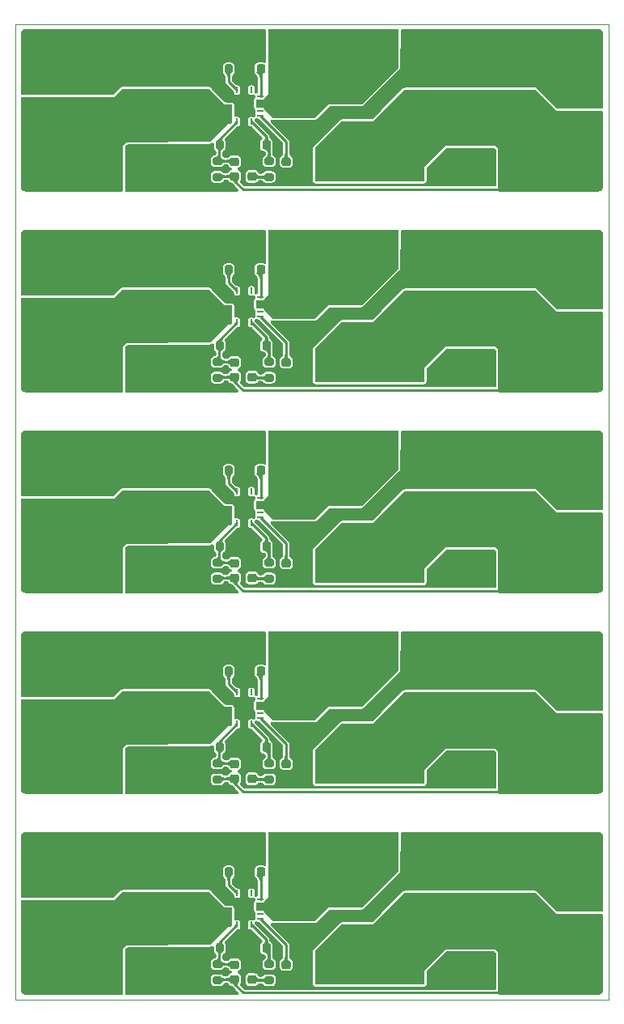
<source format=gtl>
G04 #@! TF.GenerationSoftware,KiCad,Pcbnew,9.0.4*
G04 #@! TF.CreationDate,2025-09-21T01:50:15+05:30*
G04 #@! TF.ProjectId,panel,70616e65-6c2e-46b6-9963-61645f706362,rev?*
G04 #@! TF.SameCoordinates,Original*
G04 #@! TF.FileFunction,Copper,L1,Top*
G04 #@! TF.FilePolarity,Positive*
%FSLAX46Y46*%
G04 Gerber Fmt 4.6, Leading zero omitted, Abs format (unit mm)*
G04 Created by KiCad (PCBNEW 9.0.4) date 2025-09-21 01:50:15*
%MOMM*%
%LPD*%
G01*
G04 APERTURE LIST*
G04 Aperture macros list*
%AMRoundRect*
0 Rectangle with rounded corners*
0 $1 Rounding radius*
0 $2 $3 $4 $5 $6 $7 $8 $9 X,Y pos of 4 corners*
0 Add a 4 corners polygon primitive as box body*
4,1,4,$2,$3,$4,$5,$6,$7,$8,$9,$2,$3,0*
0 Add four circle primitives for the rounded corners*
1,1,$1+$1,$2,$3*
1,1,$1+$1,$4,$5*
1,1,$1+$1,$6,$7*
1,1,$1+$1,$8,$9*
0 Add four rect primitives between the rounded corners*
20,1,$1+$1,$2,$3,$4,$5,0*
20,1,$1+$1,$4,$5,$6,$7,0*
20,1,$1+$1,$6,$7,$8,$9,0*
20,1,$1+$1,$8,$9,$2,$3,0*%
G04 Aperture macros list end*
G04 #@! TA.AperFunction,SMDPad,CuDef*
%ADD10RoundRect,0.225000X0.250000X-0.225000X0.250000X0.225000X-0.250000X0.225000X-0.250000X-0.225000X0*%
G04 #@! TD*
G04 #@! TA.AperFunction,SMDPad,CuDef*
%ADD11RoundRect,0.225000X-0.250000X0.225000X-0.250000X-0.225000X0.250000X-0.225000X0.250000X0.225000X0*%
G04 #@! TD*
G04 #@! TA.AperFunction,ComponentPad*
%ADD12C,0.700000*%
G04 #@! TD*
G04 #@! TA.AperFunction,SMDPad,CuDef*
%ADD13RoundRect,0.050000X-0.050000X-1.900000X0.050000X-1.900000X0.050000X1.900000X-0.050000X1.900000X0*%
G04 #@! TD*
G04 #@! TA.AperFunction,SMDPad,CuDef*
%ADD14R,0.550000X0.467500*%
G04 #@! TD*
G04 #@! TA.AperFunction,SMDPad,CuDef*
%ADD15RoundRect,0.120000X-0.905000X-0.905000X0.905000X-0.905000X0.905000X0.905000X-0.905000X0.905000X0*%
G04 #@! TD*
G04 #@! TA.AperFunction,SMDPad,CuDef*
%ADD16RoundRect,0.050000X0.070000X-0.250000X0.070000X0.250000X-0.070000X0.250000X-0.070000X-0.250000X0*%
G04 #@! TD*
G04 #@! TA.AperFunction,SMDPad,CuDef*
%ADD17RoundRect,0.050000X-0.250000X-0.070000X0.250000X-0.070000X0.250000X0.070000X-0.250000X0.070000X0*%
G04 #@! TD*
G04 #@! TA.AperFunction,SMDPad,CuDef*
%ADD18RoundRect,0.050000X-0.070000X0.250000X-0.070000X-0.250000X0.070000X-0.250000X0.070000X0.250000X0*%
G04 #@! TD*
G04 #@! TA.AperFunction,SMDPad,CuDef*
%ADD19RoundRect,0.483900X-1.992600X1.129100X-1.992600X-1.129100X1.992600X-1.129100X1.992600X1.129100X0*%
G04 #@! TD*
G04 #@! TA.AperFunction,SMDPad,CuDef*
%ADD20RoundRect,0.200000X-0.275000X0.200000X-0.275000X-0.200000X0.275000X-0.200000X0.275000X0.200000X0*%
G04 #@! TD*
G04 #@! TA.AperFunction,SMDPad,CuDef*
%ADD21RoundRect,0.200000X-0.200000X-0.275000X0.200000X-0.275000X0.200000X0.275000X-0.200000X0.275000X0*%
G04 #@! TD*
G04 #@! TA.AperFunction,ComponentPad*
%ADD22C,2.100000*%
G04 #@! TD*
G04 #@! TA.AperFunction,ComponentPad*
%ADD23RoundRect,0.250001X0.799999X-0.799999X0.799999X0.799999X-0.799999X0.799999X-0.799999X-0.799999X0*%
G04 #@! TD*
G04 #@! TA.AperFunction,SMDPad,CuDef*
%ADD24RoundRect,0.225000X-0.225000X-0.250000X0.225000X-0.250000X0.225000X0.250000X-0.225000X0.250000X0*%
G04 #@! TD*
G04 #@! TA.AperFunction,ComponentPad*
%ADD25RoundRect,0.250001X-0.799999X0.799999X-0.799999X-0.799999X0.799999X-0.799999X0.799999X0.799999X0*%
G04 #@! TD*
G04 #@! TA.AperFunction,SMDPad,CuDef*
%ADD26RoundRect,0.200000X0.275000X-0.200000X0.275000X0.200000X-0.275000X0.200000X-0.275000X-0.200000X0*%
G04 #@! TD*
G04 #@! TA.AperFunction,ViaPad*
%ADD27C,0.700000*%
G04 #@! TD*
G04 #@! TA.AperFunction,Conductor*
%ADD28C,0.240000*%
G04 #@! TD*
G04 #@! TA.AperFunction,Profile*
%ADD29C,0.050000*%
G04 #@! TD*
G04 APERTURE END LIST*
D10*
X132900000Y-104875000D03*
X132900000Y-106425000D03*
X166750000Y-105275000D03*
X166750000Y-106825000D03*
D11*
X140000000Y-109225000D03*
X140000000Y-107675000D03*
D10*
X145400000Y-107675000D03*
X145400000Y-109225000D03*
D11*
X161350000Y-100825000D03*
X161350000Y-99275000D03*
D10*
X163150000Y-105275000D03*
X163150000Y-106825000D03*
X136500000Y-104875000D03*
X136500000Y-106425000D03*
D11*
X134700000Y-100825000D03*
X134700000Y-99275000D03*
D10*
X129300000Y-104875000D03*
X129300000Y-106425000D03*
D12*
X141512500Y-102362500D03*
X141512500Y-101337500D03*
D13*
X141275000Y-101850000D03*
D14*
X141000000Y-103053800D03*
D15*
X141000000Y-101850000D03*
D14*
X141000000Y-100646200D03*
D13*
X140725000Y-101850000D03*
D12*
X140487500Y-102362500D03*
X140487500Y-101337500D03*
D16*
X141750000Y-100200000D03*
D17*
X142650000Y-100850000D03*
X142650000Y-101350000D03*
X142650000Y-101850000D03*
X142650000Y-102350000D03*
X142650000Y-102850000D03*
D18*
X141750000Y-103500000D03*
X140250000Y-103500000D03*
D17*
X139350000Y-102850000D03*
X139350000Y-102350000D03*
X139350000Y-101850000D03*
X139350000Y-101350000D03*
X139350000Y-100850000D03*
D16*
X140250000Y-100200000D03*
D19*
X153450000Y-107453000D03*
X153450000Y-95947000D03*
D20*
X143600000Y-109275000D03*
X143600000Y-107625000D03*
D21*
X141025000Y-98000000D03*
X139375000Y-98000000D03*
D22*
X173817500Y-99300000D03*
D23*
X173817500Y-104300000D03*
D10*
X134700000Y-104875000D03*
X134700000Y-106425000D03*
X131100000Y-104875000D03*
X131100000Y-106425000D03*
D11*
X136500000Y-100825000D03*
X136500000Y-99275000D03*
X163150000Y-100825000D03*
X163150000Y-99275000D03*
D24*
X143325000Y-105900000D03*
X141775000Y-105900000D03*
D11*
X132900000Y-100825000D03*
X132900000Y-99275000D03*
D22*
X122432500Y-104300000D03*
D25*
X122432500Y-99300000D03*
D11*
X164950000Y-100825000D03*
X164950000Y-99275000D03*
X141800000Y-109225000D03*
X141800000Y-107675000D03*
D21*
X140075000Y-105900000D03*
X138425000Y-105900000D03*
D10*
X164950000Y-105275000D03*
X164950000Y-106825000D03*
D11*
X166750000Y-100825000D03*
X166750000Y-99275000D03*
X131100000Y-100825000D03*
X131100000Y-99275000D03*
X129300000Y-100825000D03*
X129300000Y-99275000D03*
D24*
X144275000Y-98000000D03*
X142725000Y-98000000D03*
D26*
X138200000Y-107625000D03*
X138200000Y-109275000D03*
D10*
X132900000Y-83875000D03*
X132900000Y-85425000D03*
X166750000Y-84275000D03*
X166750000Y-85825000D03*
D11*
X140000000Y-88225000D03*
X140000000Y-86675000D03*
D10*
X145400000Y-86675000D03*
X145400000Y-88225000D03*
D11*
X161350000Y-79825000D03*
X161350000Y-78275000D03*
D10*
X163150000Y-84275000D03*
X163150000Y-85825000D03*
X136500000Y-83875000D03*
X136500000Y-85425000D03*
D11*
X134700000Y-79825000D03*
X134700000Y-78275000D03*
D10*
X129300000Y-83875000D03*
X129300000Y-85425000D03*
D12*
X141512500Y-81362500D03*
X141512500Y-80337500D03*
D13*
X141275000Y-80850000D03*
D14*
X141000000Y-82053800D03*
D15*
X141000000Y-80850000D03*
D14*
X141000000Y-79646200D03*
D13*
X140725000Y-80850000D03*
D12*
X140487500Y-81362500D03*
X140487500Y-80337500D03*
D16*
X141750000Y-79200000D03*
D17*
X142650000Y-79850000D03*
X142650000Y-80350000D03*
X142650000Y-80850000D03*
X142650000Y-81350000D03*
X142650000Y-81850000D03*
D18*
X141750000Y-82500000D03*
X140250000Y-82500000D03*
D17*
X139350000Y-81850000D03*
X139350000Y-81350000D03*
X139350000Y-80850000D03*
X139350000Y-80350000D03*
X139350000Y-79850000D03*
D16*
X140250000Y-79200000D03*
D19*
X153450000Y-86453000D03*
X153450000Y-74947000D03*
D20*
X143600000Y-88275000D03*
X143600000Y-86625000D03*
D21*
X141025000Y-77000000D03*
X139375000Y-77000000D03*
D22*
X173817500Y-78300000D03*
D23*
X173817500Y-83300000D03*
D10*
X134700000Y-83875000D03*
X134700000Y-85425000D03*
X131100000Y-83875000D03*
X131100000Y-85425000D03*
D11*
X136500000Y-79825000D03*
X136500000Y-78275000D03*
X163150000Y-79825000D03*
X163150000Y-78275000D03*
D24*
X143325000Y-84900000D03*
X141775000Y-84900000D03*
D11*
X132900000Y-79825000D03*
X132900000Y-78275000D03*
D22*
X122432500Y-83300000D03*
D25*
X122432500Y-78300000D03*
D11*
X164950000Y-79825000D03*
X164950000Y-78275000D03*
X141800000Y-88225000D03*
X141800000Y-86675000D03*
D21*
X140075000Y-84900000D03*
X138425000Y-84900000D03*
D10*
X164950000Y-84275000D03*
X164950000Y-85825000D03*
D11*
X166750000Y-79825000D03*
X166750000Y-78275000D03*
X131100000Y-79825000D03*
X131100000Y-78275000D03*
X129300000Y-79825000D03*
X129300000Y-78275000D03*
D24*
X144275000Y-77000000D03*
X142725000Y-77000000D03*
D26*
X138200000Y-86625000D03*
X138200000Y-88275000D03*
D10*
X132900000Y-62875000D03*
X132900000Y-64425000D03*
X166750000Y-63275000D03*
X166750000Y-64825000D03*
D11*
X140000000Y-67225000D03*
X140000000Y-65675000D03*
D10*
X145400000Y-65675000D03*
X145400000Y-67225000D03*
D11*
X161350000Y-58825000D03*
X161350000Y-57275000D03*
D10*
X163150000Y-63275000D03*
X163150000Y-64825000D03*
X136500000Y-62875000D03*
X136500000Y-64425000D03*
D11*
X134700000Y-58825000D03*
X134700000Y-57275000D03*
D10*
X129300000Y-62875000D03*
X129300000Y-64425000D03*
D12*
X141512500Y-60362500D03*
X141512500Y-59337500D03*
D13*
X141275000Y-59850000D03*
D14*
X141000000Y-61053800D03*
D15*
X141000000Y-59850000D03*
D14*
X141000000Y-58646200D03*
D13*
X140725000Y-59850000D03*
D12*
X140487500Y-60362500D03*
X140487500Y-59337500D03*
D16*
X141750000Y-58200000D03*
D17*
X142650000Y-58850000D03*
X142650000Y-59350000D03*
X142650000Y-59850000D03*
X142650000Y-60350000D03*
X142650000Y-60850000D03*
D18*
X141750000Y-61500000D03*
X140250000Y-61500000D03*
D17*
X139350000Y-60850000D03*
X139350000Y-60350000D03*
X139350000Y-59850000D03*
X139350000Y-59350000D03*
X139350000Y-58850000D03*
D16*
X140250000Y-58200000D03*
D19*
X153450000Y-65453000D03*
X153450000Y-53947000D03*
D20*
X143600000Y-67275000D03*
X143600000Y-65625000D03*
D21*
X141025000Y-56000000D03*
X139375000Y-56000000D03*
D22*
X173817500Y-57300000D03*
D23*
X173817500Y-62300000D03*
D10*
X134700000Y-62875000D03*
X134700000Y-64425000D03*
X131100000Y-62875000D03*
X131100000Y-64425000D03*
D11*
X136500000Y-58825000D03*
X136500000Y-57275000D03*
X163150000Y-58825000D03*
X163150000Y-57275000D03*
D24*
X143325000Y-63900000D03*
X141775000Y-63900000D03*
D11*
X132900000Y-58825000D03*
X132900000Y-57275000D03*
D22*
X122432500Y-62300000D03*
D25*
X122432500Y-57300000D03*
D11*
X164950000Y-58825000D03*
X164950000Y-57275000D03*
X141800000Y-67225000D03*
X141800000Y-65675000D03*
D21*
X140075000Y-63900000D03*
X138425000Y-63900000D03*
D10*
X164950000Y-63275000D03*
X164950000Y-64825000D03*
D11*
X166750000Y-58825000D03*
X166750000Y-57275000D03*
X131100000Y-58825000D03*
X131100000Y-57275000D03*
X129300000Y-58825000D03*
X129300000Y-57275000D03*
D24*
X144275000Y-56000000D03*
X142725000Y-56000000D03*
D26*
X138200000Y-65625000D03*
X138200000Y-67275000D03*
D10*
X132900000Y-41875000D03*
X132900000Y-43425000D03*
X166750000Y-42275000D03*
X166750000Y-43825000D03*
D11*
X140000000Y-46225000D03*
X140000000Y-44675000D03*
D10*
X145400000Y-44675000D03*
X145400000Y-46225000D03*
D11*
X161350000Y-37825000D03*
X161350000Y-36275000D03*
D10*
X163150000Y-42275000D03*
X163150000Y-43825000D03*
X136500000Y-41875000D03*
X136500000Y-43425000D03*
D11*
X134700000Y-37825000D03*
X134700000Y-36275000D03*
D10*
X129300000Y-41875000D03*
X129300000Y-43425000D03*
D12*
X141512500Y-39362500D03*
X141512500Y-38337500D03*
D13*
X141275000Y-38850000D03*
D14*
X141000000Y-40053800D03*
D15*
X141000000Y-38850000D03*
D14*
X141000000Y-37646200D03*
D13*
X140725000Y-38850000D03*
D12*
X140487500Y-39362500D03*
X140487500Y-38337500D03*
D16*
X141750000Y-37200000D03*
D17*
X142650000Y-37850000D03*
X142650000Y-38350000D03*
X142650000Y-38850000D03*
X142650000Y-39350000D03*
X142650000Y-39850000D03*
D18*
X141750000Y-40500000D03*
X140250000Y-40500000D03*
D17*
X139350000Y-39850000D03*
X139350000Y-39350000D03*
X139350000Y-38850000D03*
X139350000Y-38350000D03*
X139350000Y-37850000D03*
D16*
X140250000Y-37200000D03*
D19*
X153450000Y-44453000D03*
X153450000Y-32947000D03*
D20*
X143600000Y-46275000D03*
X143600000Y-44625000D03*
D21*
X141025000Y-35000000D03*
X139375000Y-35000000D03*
D22*
X173817500Y-36300000D03*
D23*
X173817500Y-41300000D03*
D10*
X134700000Y-41875000D03*
X134700000Y-43425000D03*
X131100000Y-41875000D03*
X131100000Y-43425000D03*
D11*
X136500000Y-37825000D03*
X136500000Y-36275000D03*
X163150000Y-37825000D03*
X163150000Y-36275000D03*
D24*
X143325000Y-42900000D03*
X141775000Y-42900000D03*
D11*
X132900000Y-37825000D03*
X132900000Y-36275000D03*
D22*
X122432500Y-41300000D03*
D25*
X122432500Y-36300000D03*
D11*
X164950000Y-37825000D03*
X164950000Y-36275000D03*
X141800000Y-46225000D03*
X141800000Y-44675000D03*
D21*
X140075000Y-42900000D03*
X138425000Y-42900000D03*
D10*
X164950000Y-42275000D03*
X164950000Y-43825000D03*
D11*
X166750000Y-37825000D03*
X166750000Y-36275000D03*
X131100000Y-37825000D03*
X131100000Y-36275000D03*
X129300000Y-37825000D03*
X129300000Y-36275000D03*
D24*
X144275000Y-35000000D03*
X142725000Y-35000000D03*
D26*
X138200000Y-44625000D03*
X138200000Y-46275000D03*
X138200000Y-128625000D03*
X138200000Y-130275000D03*
D24*
X144275000Y-119000000D03*
X142725000Y-119000000D03*
D11*
X129300000Y-121825000D03*
X129300000Y-120275000D03*
X131100000Y-121825000D03*
X131100000Y-120275000D03*
X166750000Y-121825000D03*
X166750000Y-120275000D03*
D10*
X164950000Y-126275000D03*
X164950000Y-127825000D03*
D21*
X140075000Y-126900000D03*
X138425000Y-126900000D03*
D11*
X141800000Y-130225000D03*
X141800000Y-128675000D03*
X164950000Y-121825000D03*
X164950000Y-120275000D03*
D22*
X122432500Y-125300000D03*
D25*
X122432500Y-120300000D03*
D11*
X132900000Y-121825000D03*
X132900000Y-120275000D03*
D24*
X143325000Y-126900000D03*
X141775000Y-126900000D03*
D11*
X163150000Y-121825000D03*
X163150000Y-120275000D03*
X136500000Y-121825000D03*
X136500000Y-120275000D03*
D10*
X131100000Y-125875000D03*
X131100000Y-127425000D03*
X134700000Y-125875000D03*
X134700000Y-127425000D03*
D22*
X173817500Y-120300000D03*
D23*
X173817500Y-125300000D03*
D21*
X141025000Y-119000000D03*
X139375000Y-119000000D03*
D20*
X143600000Y-130275000D03*
X143600000Y-128625000D03*
D19*
X153450000Y-128453000D03*
X153450000Y-116947000D03*
D12*
X141512500Y-123362500D03*
X141512500Y-122337500D03*
D13*
X141275000Y-122850000D03*
D14*
X141000000Y-124053800D03*
D15*
X141000000Y-122850000D03*
D14*
X141000000Y-121646200D03*
D13*
X140725000Y-122850000D03*
D12*
X140487500Y-123362500D03*
X140487500Y-122337500D03*
D16*
X141750000Y-121200000D03*
D17*
X142650000Y-121850000D03*
X142650000Y-122350000D03*
X142650000Y-122850000D03*
X142650000Y-123350000D03*
X142650000Y-123850000D03*
D18*
X141750000Y-124500000D03*
X140250000Y-124500000D03*
D17*
X139350000Y-123850000D03*
X139350000Y-123350000D03*
X139350000Y-122850000D03*
X139350000Y-122350000D03*
X139350000Y-121850000D03*
D16*
X140250000Y-121200000D03*
D10*
X129300000Y-125875000D03*
X129300000Y-127425000D03*
D11*
X134700000Y-121825000D03*
X134700000Y-120275000D03*
D10*
X136500000Y-125875000D03*
X136500000Y-127425000D03*
X163150000Y-126275000D03*
X163150000Y-127825000D03*
D11*
X161350000Y-121825000D03*
X161350000Y-120275000D03*
D10*
X145400000Y-128675000D03*
X145400000Y-130225000D03*
D11*
X140000000Y-130225000D03*
X140000000Y-128675000D03*
D10*
X166750000Y-126275000D03*
X166750000Y-127825000D03*
X132900000Y-125875000D03*
X132900000Y-127425000D03*
D27*
X163700000Y-94750000D03*
X161700000Y-94750000D03*
X163700000Y-96426750D03*
X137700000Y-98426750D03*
X145350000Y-103800000D03*
X169700000Y-98426750D03*
X159700000Y-98426750D03*
X133700000Y-94800000D03*
X165700000Y-96426750D03*
X147700000Y-106426750D03*
X123700000Y-94800000D03*
X165700000Y-94750000D03*
X129700000Y-94800000D03*
X173700000Y-96426750D03*
X161700000Y-96426750D03*
X175700000Y-100426750D03*
X173700000Y-94750000D03*
X146350000Y-105400000D03*
X166900000Y-108150000D03*
X175700000Y-94650000D03*
X127700000Y-94800000D03*
X162900000Y-108150000D03*
X177700000Y-98426750D03*
X137700000Y-96426750D03*
X140900000Y-105200000D03*
X164900000Y-108150000D03*
X139700000Y-96426750D03*
X171700000Y-94750000D03*
X141700000Y-96426750D03*
X135700000Y-109900000D03*
X125700000Y-96426750D03*
X161700000Y-97850000D03*
X135700000Y-96426750D03*
X119700000Y-98426750D03*
X152150000Y-102550000D03*
X131700000Y-109900000D03*
X131700000Y-97800000D03*
X167700000Y-94750000D03*
X121700000Y-94800000D03*
X171700000Y-96426750D03*
X160900000Y-109550000D03*
X125700000Y-94800000D03*
X164900000Y-109550000D03*
X157900000Y-94750000D03*
X154900000Y-101500000D03*
X137700000Y-94750000D03*
X131700000Y-94800000D03*
X127700000Y-96426750D03*
X157900000Y-96450000D03*
X129700000Y-96426750D03*
X127700000Y-98426750D03*
X123700000Y-96426750D03*
X147700000Y-108426750D03*
X177700000Y-96426750D03*
X177700000Y-94650000D03*
X140900000Y-106800000D03*
X141850000Y-98750000D03*
X153850000Y-102550000D03*
X133700000Y-109900000D03*
X133700000Y-97800000D03*
X119700000Y-96426750D03*
X171700000Y-98426750D03*
X142700000Y-106850000D03*
X133700000Y-108426750D03*
X135700000Y-108426750D03*
X131700000Y-108426750D03*
X157900000Y-98550000D03*
X175700000Y-98426750D03*
X135700000Y-94750000D03*
X141700000Y-94750000D03*
X144500000Y-108450000D03*
X125700000Y-98426750D03*
X167700000Y-97850000D03*
X119700000Y-94800000D03*
X140900000Y-108450000D03*
X149300000Y-103700000D03*
X138500000Y-99800000D03*
X169700000Y-96426750D03*
X147700000Y-104426750D03*
X177700000Y-100426750D03*
X129700000Y-97800000D03*
X129700000Y-109900000D03*
X160900000Y-108150000D03*
X156950000Y-99550000D03*
X175700000Y-96426750D03*
X167700000Y-96426750D03*
X165700000Y-97850000D03*
X142700000Y-108450000D03*
X169700000Y-94750000D03*
X129700000Y-108426750D03*
X166900000Y-109550000D03*
X159700000Y-96426750D03*
X150500000Y-102550000D03*
X121700000Y-96426750D03*
X135700000Y-97800000D03*
X133700000Y-96426750D03*
X131700000Y-96426750D03*
X163700000Y-97850000D03*
X139700000Y-94750000D03*
X146700000Y-109700000D03*
X162900000Y-109550000D03*
X159700000Y-94750000D03*
X155950000Y-100500000D03*
X163700000Y-73750000D03*
X161700000Y-73750000D03*
X163700000Y-75426750D03*
X137700000Y-77426750D03*
X145350000Y-82800000D03*
X169700000Y-77426750D03*
X159700000Y-77426750D03*
X133700000Y-73800000D03*
X165700000Y-75426750D03*
X147700000Y-85426750D03*
X123700000Y-73800000D03*
X165700000Y-73750000D03*
X129700000Y-73800000D03*
X173700000Y-75426750D03*
X161700000Y-75426750D03*
X175700000Y-79426750D03*
X173700000Y-73750000D03*
X146350000Y-84400000D03*
X166900000Y-87150000D03*
X175700000Y-73650000D03*
X127700000Y-73800000D03*
X162900000Y-87150000D03*
X177700000Y-77426750D03*
X137700000Y-75426750D03*
X140900000Y-84200000D03*
X164900000Y-87150000D03*
X139700000Y-75426750D03*
X171700000Y-73750000D03*
X141700000Y-75426750D03*
X135700000Y-88900000D03*
X125700000Y-75426750D03*
X161700000Y-76850000D03*
X135700000Y-75426750D03*
X119700000Y-77426750D03*
X152150000Y-81550000D03*
X131700000Y-88900000D03*
X131700000Y-76800000D03*
X167700000Y-73750000D03*
X121700000Y-73800000D03*
X171700000Y-75426750D03*
X160900000Y-88550000D03*
X125700000Y-73800000D03*
X164900000Y-88550000D03*
X157900000Y-73750000D03*
X154900000Y-80500000D03*
X137700000Y-73750000D03*
X131700000Y-73800000D03*
X127700000Y-75426750D03*
X157900000Y-75450000D03*
X129700000Y-75426750D03*
X127700000Y-77426750D03*
X123700000Y-75426750D03*
X147700000Y-87426750D03*
X177700000Y-75426750D03*
X177700000Y-73650000D03*
X140900000Y-85800000D03*
X141850000Y-77750000D03*
X153850000Y-81550000D03*
X133700000Y-88900000D03*
X133700000Y-76800000D03*
X119700000Y-75426750D03*
X171700000Y-77426750D03*
X142700000Y-85850000D03*
X133700000Y-87426750D03*
X135700000Y-87426750D03*
X131700000Y-87426750D03*
X157900000Y-77550000D03*
X175700000Y-77426750D03*
X135700000Y-73750000D03*
X141700000Y-73750000D03*
X144500000Y-87450000D03*
X125700000Y-77426750D03*
X167700000Y-76850000D03*
X119700000Y-73800000D03*
X140900000Y-87450000D03*
X149300000Y-82700000D03*
X138500000Y-78800000D03*
X169700000Y-75426750D03*
X147700000Y-83426750D03*
X177700000Y-79426750D03*
X129700000Y-76800000D03*
X129700000Y-88900000D03*
X160900000Y-87150000D03*
X156950000Y-78550000D03*
X175700000Y-75426750D03*
X167700000Y-75426750D03*
X165700000Y-76850000D03*
X142700000Y-87450000D03*
X169700000Y-73750000D03*
X129700000Y-87426750D03*
X166900000Y-88550000D03*
X159700000Y-75426750D03*
X150500000Y-81550000D03*
X121700000Y-75426750D03*
X135700000Y-76800000D03*
X133700000Y-75426750D03*
X131700000Y-75426750D03*
X163700000Y-76850000D03*
X139700000Y-73750000D03*
X146700000Y-88700000D03*
X162900000Y-88550000D03*
X159700000Y-73750000D03*
X155950000Y-79500000D03*
X163700000Y-52750000D03*
X161700000Y-52750000D03*
X163700000Y-54426750D03*
X137700000Y-56426750D03*
X145350000Y-61800000D03*
X169700000Y-56426750D03*
X159700000Y-56426750D03*
X133700000Y-52800000D03*
X165700000Y-54426750D03*
X147700000Y-64426750D03*
X123700000Y-52800000D03*
X165700000Y-52750000D03*
X129700000Y-52800000D03*
X173700000Y-54426750D03*
X161700000Y-54426750D03*
X175700000Y-58426750D03*
X173700000Y-52750000D03*
X146350000Y-63400000D03*
X166900000Y-66150000D03*
X175700000Y-52650000D03*
X127700000Y-52800000D03*
X162900000Y-66150000D03*
X177700000Y-56426750D03*
X137700000Y-54426750D03*
X140900000Y-63200000D03*
X164900000Y-66150000D03*
X139700000Y-54426750D03*
X171700000Y-52750000D03*
X141700000Y-54426750D03*
X135700000Y-67900000D03*
X125700000Y-54426750D03*
X161700000Y-55850000D03*
X135700000Y-54426750D03*
X119700000Y-56426750D03*
X152150000Y-60550000D03*
X131700000Y-67900000D03*
X131700000Y-55800000D03*
X167700000Y-52750000D03*
X121700000Y-52800000D03*
X171700000Y-54426750D03*
X160900000Y-67550000D03*
X125700000Y-52800000D03*
X164900000Y-67550000D03*
X157900000Y-52750000D03*
X154900000Y-59500000D03*
X137700000Y-52750000D03*
X131700000Y-52800000D03*
X127700000Y-54426750D03*
X157900000Y-54450000D03*
X129700000Y-54426750D03*
X127700000Y-56426750D03*
X123700000Y-54426750D03*
X147700000Y-66426750D03*
X177700000Y-54426750D03*
X177700000Y-52650000D03*
X140900000Y-64800000D03*
X141850000Y-56750000D03*
X153850000Y-60550000D03*
X133700000Y-67900000D03*
X133700000Y-55800000D03*
X119700000Y-54426750D03*
X171700000Y-56426750D03*
X142700000Y-64850000D03*
X133700000Y-66426750D03*
X135700000Y-66426750D03*
X131700000Y-66426750D03*
X157900000Y-56550000D03*
X175700000Y-56426750D03*
X135700000Y-52750000D03*
X141700000Y-52750000D03*
X144500000Y-66450000D03*
X125700000Y-56426750D03*
X167700000Y-55850000D03*
X119700000Y-52800000D03*
X140900000Y-66450000D03*
X149300000Y-61700000D03*
X138500000Y-57800000D03*
X169700000Y-54426750D03*
X147700000Y-62426750D03*
X177700000Y-58426750D03*
X129700000Y-55800000D03*
X129700000Y-67900000D03*
X160900000Y-66150000D03*
X156950000Y-57550000D03*
X175700000Y-54426750D03*
X167700000Y-54426750D03*
X165700000Y-55850000D03*
X142700000Y-66450000D03*
X169700000Y-52750000D03*
X129700000Y-66426750D03*
X166900000Y-67550000D03*
X159700000Y-54426750D03*
X150500000Y-60550000D03*
X121700000Y-54426750D03*
X135700000Y-55800000D03*
X133700000Y-54426750D03*
X131700000Y-54426750D03*
X163700000Y-55850000D03*
X139700000Y-52750000D03*
X146700000Y-67700000D03*
X162900000Y-67550000D03*
X159700000Y-52750000D03*
X155950000Y-58500000D03*
X163700000Y-31750000D03*
X161700000Y-31750000D03*
X163700000Y-33426750D03*
X137700000Y-35426750D03*
X145350000Y-40800000D03*
X169700000Y-35426750D03*
X159700000Y-35426750D03*
X133700000Y-31800000D03*
X165700000Y-33426750D03*
X147700000Y-43426750D03*
X123700000Y-31800000D03*
X165700000Y-31750000D03*
X129700000Y-31800000D03*
X173700000Y-33426750D03*
X161700000Y-33426750D03*
X175700000Y-37426750D03*
X173700000Y-31750000D03*
X146350000Y-42400000D03*
X166900000Y-45150000D03*
X175700000Y-31650000D03*
X127700000Y-31800000D03*
X162900000Y-45150000D03*
X177700000Y-35426750D03*
X137700000Y-33426750D03*
X140900000Y-42200000D03*
X164900000Y-45150000D03*
X139700000Y-33426750D03*
X171700000Y-31750000D03*
X141700000Y-33426750D03*
X135700000Y-46900000D03*
X125700000Y-33426750D03*
X161700000Y-34850000D03*
X135700000Y-33426750D03*
X119700000Y-35426750D03*
X152150000Y-39550000D03*
X131700000Y-46900000D03*
X131700000Y-34800000D03*
X167700000Y-31750000D03*
X121700000Y-31800000D03*
X171700000Y-33426750D03*
X160900000Y-46550000D03*
X125700000Y-31800000D03*
X164900000Y-46550000D03*
X157900000Y-31750000D03*
X154900000Y-38500000D03*
X137700000Y-31750000D03*
X131700000Y-31800000D03*
X127700000Y-33426750D03*
X157900000Y-33450000D03*
X129700000Y-33426750D03*
X127700000Y-35426750D03*
X123700000Y-33426750D03*
X147700000Y-45426750D03*
X177700000Y-33426750D03*
X177700000Y-31650000D03*
X140900000Y-43800000D03*
X141850000Y-35750000D03*
X153850000Y-39550000D03*
X133700000Y-46900000D03*
X133700000Y-34800000D03*
X119700000Y-33426750D03*
X171700000Y-35426750D03*
X142700000Y-43850000D03*
X133700000Y-45426750D03*
X135700000Y-45426750D03*
X131700000Y-45426750D03*
X157900000Y-35550000D03*
X175700000Y-35426750D03*
X135700000Y-31750000D03*
X141700000Y-31750000D03*
X144500000Y-45450000D03*
X125700000Y-35426750D03*
X167700000Y-34850000D03*
X119700000Y-31800000D03*
X140900000Y-45450000D03*
X149300000Y-40700000D03*
X138500000Y-36800000D03*
X169700000Y-33426750D03*
X147700000Y-41426750D03*
X177700000Y-37426750D03*
X129700000Y-34800000D03*
X129700000Y-46900000D03*
X160900000Y-45150000D03*
X156950000Y-36550000D03*
X175700000Y-33426750D03*
X167700000Y-33426750D03*
X165700000Y-34850000D03*
X142700000Y-45450000D03*
X169700000Y-31750000D03*
X129700000Y-45426750D03*
X166900000Y-46550000D03*
X159700000Y-33426750D03*
X150500000Y-39550000D03*
X121700000Y-33426750D03*
X135700000Y-34800000D03*
X133700000Y-33426750D03*
X131700000Y-33426750D03*
X163700000Y-34850000D03*
X139700000Y-31750000D03*
X146700000Y-46700000D03*
X162900000Y-46550000D03*
X159700000Y-31750000D03*
X155950000Y-37500000D03*
X155950000Y-121500000D03*
X159700000Y-115750000D03*
X162900000Y-130550000D03*
X146700000Y-130700000D03*
X139700000Y-115750000D03*
X163700000Y-118850000D03*
X131700000Y-117426750D03*
X133700000Y-117426750D03*
X135700000Y-118800000D03*
X121700000Y-117426750D03*
X150500000Y-123550000D03*
X159700000Y-117426750D03*
X166900000Y-130550000D03*
X129700000Y-129426750D03*
X169700000Y-115750000D03*
X142700000Y-129450000D03*
X165700000Y-118850000D03*
X167700000Y-117426750D03*
X175700000Y-117426750D03*
X156950000Y-120550000D03*
X160900000Y-129150000D03*
X129700000Y-130900000D03*
X129700000Y-118800000D03*
X177700000Y-121426750D03*
X147700000Y-125426750D03*
X169700000Y-117426750D03*
X138500000Y-120800000D03*
X149300000Y-124700000D03*
X140900000Y-129450000D03*
X119700000Y-115800000D03*
X167700000Y-118850000D03*
X125700000Y-119426750D03*
X144500000Y-129450000D03*
X141700000Y-115750000D03*
X135700000Y-115750000D03*
X175700000Y-119426750D03*
X157900000Y-119550000D03*
X131700000Y-129426750D03*
X135700000Y-129426750D03*
X133700000Y-129426750D03*
X142700000Y-127850000D03*
X171700000Y-119426750D03*
X119700000Y-117426750D03*
X133700000Y-118800000D03*
X133700000Y-130900000D03*
X153850000Y-123550000D03*
X141850000Y-119750000D03*
X140900000Y-127800000D03*
X177700000Y-115650000D03*
X177700000Y-117426750D03*
X147700000Y-129426750D03*
X123700000Y-117426750D03*
X127700000Y-119426750D03*
X129700000Y-117426750D03*
X157900000Y-117450000D03*
X127700000Y-117426750D03*
X131700000Y-115800000D03*
X137700000Y-115750000D03*
X154900000Y-122500000D03*
X157900000Y-115750000D03*
X164900000Y-130550000D03*
X125700000Y-115800000D03*
X160900000Y-130550000D03*
X171700000Y-117426750D03*
X121700000Y-115800000D03*
X167700000Y-115750000D03*
X131700000Y-118800000D03*
X131700000Y-130900000D03*
X152150000Y-123550000D03*
X119700000Y-119426750D03*
X135700000Y-117426750D03*
X161700000Y-118850000D03*
X125700000Y-117426750D03*
X135700000Y-130900000D03*
X141700000Y-117426750D03*
X171700000Y-115750000D03*
X139700000Y-117426750D03*
X164900000Y-129150000D03*
X140900000Y-126200000D03*
X137700000Y-117426750D03*
X177700000Y-119426750D03*
X162900000Y-129150000D03*
X127700000Y-115800000D03*
X175700000Y-115650000D03*
X166900000Y-129150000D03*
X146350000Y-126400000D03*
X173700000Y-115750000D03*
X175700000Y-121426750D03*
X161700000Y-117426750D03*
X173700000Y-117426750D03*
X129700000Y-115800000D03*
X165700000Y-115750000D03*
X123700000Y-115800000D03*
X147700000Y-127426750D03*
X165700000Y-117426750D03*
X133700000Y-115800000D03*
X159700000Y-119426750D03*
X169700000Y-119426750D03*
X145350000Y-124800000D03*
X137700000Y-119426750D03*
X163700000Y-117426750D03*
X161700000Y-115750000D03*
X163700000Y-115750000D03*
D28*
X141850000Y-109275000D02*
X141800000Y-109225000D01*
X143600000Y-109275000D02*
X141850000Y-109275000D01*
X142725000Y-100775000D02*
X142650000Y-100850000D01*
X145400000Y-105600000D02*
X142650000Y-102850000D01*
X143325000Y-105900000D02*
X143325000Y-105075000D01*
X138250000Y-109225000D02*
X138200000Y-109275000D01*
X140900000Y-110600000D02*
X168550000Y-110600000D01*
X140000000Y-109225000D02*
X138250000Y-109225000D01*
X168550000Y-110600000D02*
X168700000Y-110450000D01*
X139375000Y-99325000D02*
X140250000Y-100200000D01*
X143600000Y-106175000D02*
X143325000Y-105900000D01*
X143600000Y-107625000D02*
X143600000Y-106175000D01*
X138425000Y-105325000D02*
X140250000Y-103500000D01*
X140000000Y-109225000D02*
X140000000Y-109700000D01*
X138400000Y-107425000D02*
X138400000Y-105925000D01*
X145400000Y-107675000D02*
X145400000Y-105600000D01*
X143325000Y-105075000D02*
X141750000Y-103500000D01*
X142725000Y-98000000D02*
X142725000Y-100775000D01*
X138200000Y-107625000D02*
X138400000Y-107425000D01*
X138200000Y-107625000D02*
X139950000Y-107625000D01*
X139375000Y-98000000D02*
X139375000Y-99325000D01*
X140000000Y-109700000D02*
X140900000Y-110600000D01*
X139950000Y-107625000D02*
X140000000Y-107675000D01*
X138425000Y-105900000D02*
X138425000Y-105325000D01*
X141850000Y-88275000D02*
X141800000Y-88225000D01*
X143600000Y-88275000D02*
X141850000Y-88275000D01*
X142725000Y-79775000D02*
X142650000Y-79850000D01*
X145400000Y-84600000D02*
X142650000Y-81850000D01*
X143325000Y-84900000D02*
X143325000Y-84075000D01*
X138250000Y-88225000D02*
X138200000Y-88275000D01*
X140900000Y-89600000D02*
X168550000Y-89600000D01*
X140000000Y-88225000D02*
X138250000Y-88225000D01*
X168550000Y-89600000D02*
X168700000Y-89450000D01*
X139375000Y-78325000D02*
X140250000Y-79200000D01*
X143600000Y-85175000D02*
X143325000Y-84900000D01*
X143600000Y-86625000D02*
X143600000Y-85175000D01*
X138425000Y-84325000D02*
X140250000Y-82500000D01*
X140000000Y-88225000D02*
X140000000Y-88700000D01*
X138400000Y-86425000D02*
X138400000Y-84925000D01*
X145400000Y-86675000D02*
X145400000Y-84600000D01*
X143325000Y-84075000D02*
X141750000Y-82500000D01*
X142725000Y-77000000D02*
X142725000Y-79775000D01*
X138200000Y-86625000D02*
X138400000Y-86425000D01*
X138200000Y-86625000D02*
X139950000Y-86625000D01*
X139375000Y-77000000D02*
X139375000Y-78325000D01*
X140000000Y-88700000D02*
X140900000Y-89600000D01*
X139950000Y-86625000D02*
X140000000Y-86675000D01*
X138425000Y-84900000D02*
X138425000Y-84325000D01*
X141850000Y-67275000D02*
X141800000Y-67225000D01*
X143600000Y-67275000D02*
X141850000Y-67275000D01*
X142725000Y-58775000D02*
X142650000Y-58850000D01*
X145400000Y-63600000D02*
X142650000Y-60850000D01*
X143325000Y-63900000D02*
X143325000Y-63075000D01*
X138250000Y-67225000D02*
X138200000Y-67275000D01*
X140900000Y-68600000D02*
X168550000Y-68600000D01*
X140000000Y-67225000D02*
X138250000Y-67225000D01*
X168550000Y-68600000D02*
X168700000Y-68450000D01*
X139375000Y-57325000D02*
X140250000Y-58200000D01*
X143600000Y-64175000D02*
X143325000Y-63900000D01*
X143600000Y-65625000D02*
X143600000Y-64175000D01*
X138425000Y-63325000D02*
X140250000Y-61500000D01*
X140000000Y-67225000D02*
X140000000Y-67700000D01*
X138400000Y-65425000D02*
X138400000Y-63925000D01*
X145400000Y-65675000D02*
X145400000Y-63600000D01*
X143325000Y-63075000D02*
X141750000Y-61500000D01*
X142725000Y-56000000D02*
X142725000Y-58775000D01*
X138200000Y-65625000D02*
X138400000Y-65425000D01*
X138200000Y-65625000D02*
X139950000Y-65625000D01*
X139375000Y-56000000D02*
X139375000Y-57325000D01*
X140000000Y-67700000D02*
X140900000Y-68600000D01*
X139950000Y-65625000D02*
X140000000Y-65675000D01*
X138425000Y-63900000D02*
X138425000Y-63325000D01*
X141850000Y-46275000D02*
X141800000Y-46225000D01*
X143600000Y-46275000D02*
X141850000Y-46275000D01*
X142725000Y-37775000D02*
X142650000Y-37850000D01*
X145400000Y-42600000D02*
X142650000Y-39850000D01*
X143325000Y-42900000D02*
X143325000Y-42075000D01*
X138250000Y-46225000D02*
X138200000Y-46275000D01*
X140900000Y-47600000D02*
X168550000Y-47600000D01*
X140000000Y-46225000D02*
X138250000Y-46225000D01*
X168550000Y-47600000D02*
X168700000Y-47450000D01*
X139375000Y-36325000D02*
X140250000Y-37200000D01*
X143600000Y-43175000D02*
X143325000Y-42900000D01*
X143600000Y-44625000D02*
X143600000Y-43175000D01*
X138425000Y-42325000D02*
X140250000Y-40500000D01*
X140000000Y-46225000D02*
X140000000Y-46700000D01*
X138400000Y-44425000D02*
X138400000Y-42925000D01*
X145400000Y-44675000D02*
X145400000Y-42600000D01*
X143325000Y-42075000D02*
X141750000Y-40500000D01*
X142725000Y-35000000D02*
X142725000Y-37775000D01*
X138200000Y-44625000D02*
X138400000Y-44425000D01*
X138200000Y-44625000D02*
X139950000Y-44625000D01*
X139375000Y-35000000D02*
X139375000Y-36325000D01*
X140000000Y-46700000D02*
X140900000Y-47600000D01*
X139950000Y-44625000D02*
X140000000Y-44675000D01*
X138425000Y-42900000D02*
X138425000Y-42325000D01*
X138425000Y-126900000D02*
X138425000Y-126325000D01*
X139950000Y-128625000D02*
X140000000Y-128675000D01*
X140000000Y-130700000D02*
X140900000Y-131600000D01*
X139375000Y-119000000D02*
X139375000Y-120325000D01*
X138200000Y-128625000D02*
X139950000Y-128625000D01*
X138200000Y-128625000D02*
X138400000Y-128425000D01*
X142725000Y-119000000D02*
X142725000Y-121775000D01*
X143325000Y-126075000D02*
X141750000Y-124500000D01*
X145400000Y-128675000D02*
X145400000Y-126600000D01*
X138400000Y-128425000D02*
X138400000Y-126925000D01*
X140000000Y-130225000D02*
X140000000Y-130700000D01*
X138425000Y-126325000D02*
X140250000Y-124500000D01*
X143600000Y-128625000D02*
X143600000Y-127175000D01*
X143600000Y-127175000D02*
X143325000Y-126900000D01*
X139375000Y-120325000D02*
X140250000Y-121200000D01*
X168550000Y-131600000D02*
X168700000Y-131450000D01*
X140000000Y-130225000D02*
X138250000Y-130225000D01*
X140900000Y-131600000D02*
X168550000Y-131600000D01*
X138250000Y-130225000D02*
X138200000Y-130275000D01*
X143325000Y-126900000D02*
X143325000Y-126075000D01*
X145400000Y-126600000D02*
X142650000Y-123850000D01*
X142725000Y-121775000D02*
X142650000Y-121850000D01*
X143600000Y-130275000D02*
X141850000Y-130275000D01*
X141850000Y-130275000D02*
X141800000Y-130225000D01*
G04 #@! TA.AperFunction,Conductor*
G36*
X137725218Y-126685100D02*
G01*
X137788787Y-126728777D01*
X137822001Y-126798387D01*
X137824500Y-126825560D01*
X137824500Y-127206518D01*
X137839354Y-127300304D01*
X137839355Y-127300306D01*
X137896950Y-127413342D01*
X137994950Y-127511342D01*
X137993980Y-127512311D01*
X137996084Y-127514908D01*
X138009228Y-127523416D01*
X138019948Y-127544378D01*
X138034767Y-127562678D01*
X138044346Y-127592085D01*
X138067397Y-127699738D01*
X138070359Y-127720861D01*
X138074433Y-127780980D01*
X138072296Y-127818117D01*
X138065112Y-127857012D01*
X138055859Y-127887899D01*
X138053562Y-127893340D01*
X138043693Y-127912657D01*
X138032018Y-127931907D01*
X138019097Y-127950011D01*
X138009040Y-127962083D01*
X137992198Y-127979264D01*
X137982999Y-127987244D01*
X137952000Y-128002323D01*
X137946017Y-128006545D01*
X137942702Y-128006846D01*
X137913642Y-128020984D01*
X137906611Y-128022169D01*
X137876825Y-128026461D01*
X137876822Y-128026461D01*
X137876814Y-128026463D01*
X137871987Y-128027489D01*
X137871955Y-128027338D01*
X137862651Y-128029382D01*
X137799700Y-128039353D01*
X137799697Y-128039353D01*
X137799696Y-128039354D01*
X137799695Y-128039354D01*
X137799693Y-128039355D01*
X137686657Y-128096950D01*
X137596950Y-128186657D01*
X137539354Y-128299694D01*
X137536633Y-128316874D01*
X137524500Y-128393481D01*
X137524500Y-128393482D01*
X137524500Y-128393485D01*
X137524500Y-128856518D01*
X137536690Y-128933483D01*
X137539354Y-128950304D01*
X137596950Y-129063342D01*
X137686658Y-129153050D01*
X137799696Y-129210646D01*
X137893481Y-129225500D01*
X138506518Y-129225499D01*
X138600304Y-129210646D01*
X138713342Y-129153050D01*
X138803050Y-129063342D01*
X138804483Y-129060528D01*
X138807645Y-129057016D01*
X138809941Y-129053857D01*
X138810273Y-129054098D01*
X138820883Y-129042313D01*
X138833452Y-129021268D01*
X138846270Y-129014117D01*
X138856090Y-129003211D01*
X138900806Y-128983694D01*
X138994606Y-128960040D01*
X139018393Y-128956057D01*
X139052978Y-128953115D01*
X139086031Y-128953985D01*
X139162999Y-128964640D01*
X139186267Y-128969786D01*
X139230922Y-128983490D01*
X139246489Y-128989235D01*
X139271154Y-128999935D01*
X139289044Y-129007696D01*
X139349445Y-129055659D01*
X139362505Y-129076743D01*
X139401472Y-129153220D01*
X139496780Y-129248528D01*
X139581076Y-129291479D01*
X139627323Y-129315043D01*
X139626217Y-129317211D01*
X139677170Y-129350303D01*
X139712184Y-129419025D01*
X139708145Y-129496048D01*
X139666136Y-129560731D01*
X139626607Y-129583553D01*
X139627323Y-129584957D01*
X139496779Y-129651472D01*
X139401472Y-129746779D01*
X139387510Y-129774181D01*
X139373843Y-129789358D01*
X139364371Y-129807452D01*
X139348486Y-129817520D01*
X139335900Y-129831498D01*
X139299225Y-129848742D01*
X139196449Y-129880884D01*
X139169782Y-129886608D01*
X139081686Y-129897211D01*
X139055352Y-129898035D01*
X139008837Y-129895368D01*
X138994081Y-129893781D01*
X138914565Y-129881200D01*
X138898765Y-129877813D01*
X138862085Y-129867842D01*
X138795811Y-129829419D01*
X138713342Y-129746950D01*
X138600305Y-129689354D01*
X138584673Y-129686878D01*
X138506519Y-129674500D01*
X138506514Y-129674500D01*
X137893481Y-129674500D01*
X137799695Y-129689354D01*
X137799693Y-129689355D01*
X137686657Y-129746950D01*
X137596950Y-129836657D01*
X137539354Y-129949694D01*
X137536690Y-129966516D01*
X137524500Y-130043481D01*
X137524500Y-130043482D01*
X137524500Y-130043485D01*
X137524500Y-130506518D01*
X137536634Y-130583128D01*
X137539354Y-130600304D01*
X137596950Y-130713342D01*
X137686658Y-130803050D01*
X137799696Y-130860646D01*
X137893481Y-130875500D01*
X138506518Y-130875499D01*
X138600304Y-130860646D01*
X138713342Y-130803050D01*
X138803050Y-130713342D01*
X138828725Y-130662950D01*
X138841823Y-130648402D01*
X138850703Y-130630953D01*
X138867180Y-130620239D01*
X138880331Y-130605634D01*
X138915360Y-130588913D01*
X138988698Y-130565041D01*
X139017294Y-130558759D01*
X139056066Y-130554172D01*
X139092255Y-130554316D01*
X139184724Y-130566010D01*
X139206297Y-130570378D01*
X139261024Y-130585743D01*
X139276762Y-130591126D01*
X139310468Y-130604801D01*
X139371995Y-130651308D01*
X139387207Y-130675224D01*
X139400366Y-130701051D01*
X139401472Y-130703220D01*
X139496780Y-130798528D01*
X139616874Y-130859719D01*
X139637762Y-130863027D01*
X139653868Y-130866501D01*
X139660220Y-130868244D01*
X139700156Y-130885830D01*
X139744373Y-130913663D01*
X139764159Y-130928549D01*
X139863763Y-131017363D01*
X139869959Y-131023214D01*
X139949741Y-131102996D01*
X139952423Y-131105749D01*
X140036580Y-131194364D01*
X140036586Y-131194369D01*
X140041184Y-131199211D01*
X140056105Y-131215446D01*
X140059006Y-131218537D01*
X140059347Y-131218893D01*
X140076311Y-131230495D01*
X140083938Y-131237430D01*
X140084809Y-131238786D01*
X140089051Y-131242306D01*
X140391886Y-131545141D01*
X140430450Y-131611936D01*
X140430450Y-131689064D01*
X140391886Y-131755859D01*
X140325091Y-131794423D01*
X140286527Y-131799500D01*
X128654500Y-131799500D01*
X128580000Y-131779538D01*
X128525462Y-131725000D01*
X128505500Y-131650500D01*
X128505500Y-127146837D01*
X128510577Y-127127889D01*
X128510577Y-127108273D01*
X128520384Y-127091285D01*
X128525462Y-127072337D01*
X128549138Y-127041481D01*
X128692355Y-126898263D01*
X128759147Y-126859701D01*
X128796819Y-126854627D01*
X137362652Y-126803642D01*
X137378160Y-126802964D01*
X137393058Y-126801747D01*
X137469620Y-126780032D01*
X137524137Y-126752255D01*
X137576155Y-126714462D01*
X137576161Y-126714455D01*
X137578717Y-126712273D01*
X137580033Y-126711645D01*
X137580892Y-126711021D01*
X137581007Y-126711180D01*
X137648327Y-126679059D01*
X137725218Y-126685100D01*
G37*
G04 #@! TD.AperFunction*
G04 #@! TA.AperFunction,Conductor*
G36*
X143220000Y-114820462D02*
G01*
X143274538Y-114875000D01*
X143294500Y-114949500D01*
X143294500Y-118204835D01*
X143274538Y-118279335D01*
X143220000Y-118333873D01*
X143145500Y-118353835D01*
X143094993Y-118341710D01*
X143094280Y-118343905D01*
X143083128Y-118340281D01*
X143054658Y-118335772D01*
X142983488Y-118324500D01*
X142466512Y-118324500D01*
X142395342Y-118335772D01*
X142366872Y-118340281D01*
X142246779Y-118401472D01*
X142151472Y-118496779D01*
X142090281Y-118616872D01*
X142090281Y-118616874D01*
X142074500Y-118716512D01*
X142074500Y-119283488D01*
X142078148Y-119306518D01*
X142090281Y-119383127D01*
X142151472Y-119503220D01*
X142246780Y-119598528D01*
X142274180Y-119612489D01*
X142289358Y-119626155D01*
X142307453Y-119635629D01*
X142317520Y-119651513D01*
X142331496Y-119664097D01*
X142348742Y-119700774D01*
X142380883Y-119803547D01*
X142386607Y-119830214D01*
X142399732Y-119939252D01*
X142400984Y-119945334D01*
X142399977Y-119945541D01*
X142404500Y-119976924D01*
X142404500Y-121402126D01*
X142403315Y-121406547D01*
X142404234Y-121411034D01*
X142393403Y-121443537D01*
X142384538Y-121476626D01*
X142381300Y-121479863D01*
X142379853Y-121484207D01*
X142363263Y-121497900D01*
X142330000Y-121531164D01*
X142322153Y-121535387D01*
X142306584Y-121543173D01*
X142302260Y-121544034D01*
X142294505Y-121549215D01*
X142286153Y-121553393D01*
X142257210Y-121559319D01*
X142229242Y-121568813D01*
X142219913Y-121566957D01*
X142210592Y-121568866D01*
X142182561Y-121559526D01*
X142153596Y-121553764D01*
X142146444Y-121547492D01*
X142137419Y-121544485D01*
X142117815Y-121522384D01*
X142095609Y-121502909D01*
X142092551Y-121493901D01*
X142086239Y-121486785D01*
X142080312Y-121457842D01*
X142070819Y-121429874D01*
X142070500Y-121420132D01*
X142070500Y-120925330D01*
X142070499Y-120925322D01*
X142065151Y-120898438D01*
X142055966Y-120852260D01*
X142000601Y-120769399D01*
X141917740Y-120714034D01*
X141917739Y-120714033D01*
X141844677Y-120699500D01*
X141844674Y-120699500D01*
X141655326Y-120699500D01*
X141655322Y-120699500D01*
X141582260Y-120714033D01*
X141499399Y-120769398D01*
X141499398Y-120769399D01*
X141444033Y-120852260D01*
X141429500Y-120925322D01*
X141429500Y-121474677D01*
X141444033Y-121547739D01*
X141492316Y-121620000D01*
X141499399Y-121630601D01*
X141582260Y-121685966D01*
X141655326Y-121700500D01*
X141655330Y-121700500D01*
X141844670Y-121700500D01*
X141844674Y-121700500D01*
X141917740Y-121685966D01*
X141917741Y-121685964D01*
X141923071Y-121683757D01*
X141926000Y-121680829D01*
X141958697Y-121672067D01*
X141990750Y-121661186D01*
X141995662Y-121662163D01*
X142000500Y-121660867D01*
X142033197Y-121669628D01*
X142066397Y-121676231D01*
X142070162Y-121679532D01*
X142075000Y-121680829D01*
X142098938Y-121704767D01*
X142124386Y-121727083D01*
X142125995Y-121731824D01*
X142129538Y-121735367D01*
X142138299Y-121768064D01*
X142149181Y-121800117D01*
X142149500Y-121809867D01*
X142149500Y-121946593D01*
X142129538Y-122021093D01*
X142098538Y-122058796D01*
X142095875Y-122061122D01*
X142095873Y-122061124D01*
X142095872Y-122061126D01*
X142076991Y-122092726D01*
X142048964Y-122139634D01*
X142030057Y-122197825D01*
X142030056Y-122197828D01*
X142020000Y-122261332D01*
X142020000Y-122938674D01*
X142026657Y-122990551D01*
X142026658Y-122990557D01*
X142027948Y-122995500D01*
X142039283Y-123038938D01*
X142046968Y-123062479D01*
X142098628Y-123137946D01*
X142098630Y-123137948D01*
X142098631Y-123137949D01*
X142101637Y-123140727D01*
X142103278Y-123143329D01*
X142104100Y-123144280D01*
X142103956Y-123144403D01*
X142142796Y-123205953D01*
X142149500Y-123250145D01*
X142149500Y-123444677D01*
X142164034Y-123517740D01*
X142169650Y-123531299D01*
X142168611Y-123531728D01*
X142188478Y-123590258D01*
X142187449Y-123619999D01*
X142182825Y-123654136D01*
X142164034Y-123682260D01*
X142149500Y-123755326D01*
X142149500Y-123900178D01*
X142148152Y-123910131D01*
X142137007Y-123936754D01*
X142129538Y-123964632D01*
X142122314Y-123971855D01*
X142118371Y-123981277D01*
X142095409Y-123998760D01*
X142075000Y-124019170D01*
X142065133Y-124021813D01*
X142057006Y-124028002D01*
X142028376Y-124031662D01*
X142000500Y-124039132D01*
X141990633Y-124036488D01*
X141980501Y-124037784D01*
X141953877Y-124026639D01*
X141926000Y-124019170D01*
X141917742Y-124014034D01*
X141917739Y-124014033D01*
X141844677Y-123999500D01*
X141844674Y-123999500D01*
X141655326Y-123999500D01*
X141655322Y-123999500D01*
X141582260Y-124014033D01*
X141499399Y-124069398D01*
X141499398Y-124069399D01*
X141444033Y-124152260D01*
X141429500Y-124225322D01*
X141429500Y-124774677D01*
X141444033Y-124847739D01*
X141444034Y-124847740D01*
X141499399Y-124930601D01*
X141582260Y-124985966D01*
X141655326Y-125000500D01*
X141735527Y-125000500D01*
X141810027Y-125020462D01*
X141840886Y-125044141D01*
X142869050Y-126072306D01*
X142907614Y-126139101D01*
X142907614Y-126216229D01*
X142869050Y-126283024D01*
X142851273Y-126298207D01*
X142846781Y-126301470D01*
X142751472Y-126396779D01*
X142690281Y-126516872D01*
X142690281Y-126516874D01*
X142674500Y-126616512D01*
X142674500Y-127183488D01*
X142681472Y-127227506D01*
X142690281Y-127283127D01*
X142707629Y-127317174D01*
X142751472Y-127403220D01*
X142846780Y-127498528D01*
X142966874Y-127559719D01*
X143066512Y-127575500D01*
X143066521Y-127575500D01*
X143067752Y-127575695D01*
X143070394Y-127576871D01*
X143073279Y-127576678D01*
X143105443Y-127592475D01*
X143138213Y-127607065D01*
X143142508Y-127610680D01*
X143178756Y-127642366D01*
X143203433Y-127670073D01*
X143241643Y-127725592D01*
X143255715Y-127751046D01*
X143258519Y-127757546D01*
X143259479Y-127759770D01*
X143270659Y-127836083D01*
X143270113Y-127840242D01*
X143268213Y-127853295D01*
X143260150Y-127908665D01*
X143254182Y-127933942D01*
X143244432Y-127963450D01*
X143236351Y-127983084D01*
X143233207Y-127989402D01*
X143210572Y-128015025D01*
X143202104Y-128027925D01*
X143196835Y-128030576D01*
X143182145Y-128047207D01*
X143167457Y-128055780D01*
X143086658Y-128096949D01*
X142996950Y-128186657D01*
X142939354Y-128299694D01*
X142936633Y-128316874D01*
X142924500Y-128393481D01*
X142924500Y-128393482D01*
X142924500Y-128393485D01*
X142924500Y-128856518D01*
X142936690Y-128933483D01*
X142939354Y-128950304D01*
X142996950Y-129063342D01*
X143086658Y-129153050D01*
X143199696Y-129210646D01*
X143293481Y-129225500D01*
X143906518Y-129225499D01*
X144000304Y-129210646D01*
X144113342Y-129153050D01*
X144203050Y-129063342D01*
X144260646Y-128950304D01*
X144275500Y-128856519D01*
X144275499Y-128393482D01*
X144260646Y-128299696D01*
X144203050Y-128186658D01*
X144113342Y-128096950D01*
X144113341Y-128096949D01*
X144034382Y-128056717D01*
X144019756Y-128043547D01*
X144002227Y-128034596D01*
X143991594Y-128018190D01*
X143977065Y-128005108D01*
X143960279Y-127969873D01*
X143939105Y-127904504D01*
X143932866Y-127875919D01*
X143932768Y-127875086D01*
X143926328Y-127820082D01*
X143925352Y-127805929D01*
X143925167Y-127797255D01*
X143923091Y-127699723D01*
X143923058Y-127696553D01*
X143923059Y-127663709D01*
X143923068Y-127409110D01*
X143924234Y-127390525D01*
X143927296Y-127366205D01*
X143942367Y-127317180D01*
X143959719Y-127283126D01*
X143975500Y-127183488D01*
X143975500Y-126616512D01*
X143959719Y-126516874D01*
X143898528Y-126396780D01*
X143803220Y-126301472D01*
X143739734Y-126269124D01*
X143683314Y-126218879D01*
X143670434Y-126199513D01*
X143645798Y-126126425D01*
X143645500Y-126116999D01*
X143645500Y-126032806D01*
X143645499Y-126032799D01*
X143623660Y-125951293D01*
X143623659Y-125951291D01*
X143581464Y-125878208D01*
X143521792Y-125818536D01*
X143521791Y-125818535D01*
X142114141Y-124410885D01*
X142104333Y-124393897D01*
X142090462Y-124380026D01*
X142085384Y-124361077D01*
X142075577Y-124344090D01*
X142070500Y-124305526D01*
X142070500Y-124279867D01*
X142090462Y-124205367D01*
X142145000Y-124150829D01*
X142219500Y-124130867D01*
X142294000Y-124150829D01*
X142302251Y-124155960D01*
X142302260Y-124155966D01*
X142375326Y-124170500D01*
X142455527Y-124170500D01*
X142530027Y-124190462D01*
X142560886Y-124214141D01*
X145035859Y-126689114D01*
X145074423Y-126755909D01*
X145079500Y-126794473D01*
X145079500Y-127721453D01*
X145078059Y-127742127D01*
X145076426Y-127753780D01*
X145074935Y-127758161D01*
X145059555Y-127874188D01*
X145059485Y-127874695D01*
X145059318Y-127875086D01*
X145054886Y-127896014D01*
X145040385Y-127945381D01*
X145034734Y-127961243D01*
X145018355Y-128000116D01*
X144971032Y-128061019D01*
X144948693Y-128075020D01*
X144896779Y-128101472D01*
X144801472Y-128196779D01*
X144740281Y-128316872D01*
X144740281Y-128316874D01*
X144724500Y-128416512D01*
X144724500Y-128933488D01*
X144732419Y-128983487D01*
X144740281Y-129033127D01*
X144762505Y-129076743D01*
X144801472Y-129153220D01*
X144896780Y-129248528D01*
X145016874Y-129309719D01*
X145116512Y-129325500D01*
X145116517Y-129325500D01*
X145683483Y-129325500D01*
X145683488Y-129325500D01*
X145783126Y-129309719D01*
X145903220Y-129248528D01*
X145998528Y-129153220D01*
X146059719Y-129033126D01*
X146075500Y-128933488D01*
X146075500Y-128416512D01*
X146059719Y-128316874D01*
X145998528Y-128196780D01*
X145903220Y-128101472D01*
X145903217Y-128101469D01*
X145852370Y-128075561D01*
X145838785Y-128063329D01*
X145822349Y-128055328D01*
X145810620Y-128037968D01*
X145795053Y-128023951D01*
X145779171Y-127991419D01*
X145746998Y-127898213D01*
X145740193Y-127869603D01*
X145725012Y-127757541D01*
X145725008Y-127757528D01*
X145723961Y-127752752D01*
X145720500Y-127720822D01*
X145720500Y-126557806D01*
X145720499Y-126557799D01*
X145698660Y-126476293D01*
X145698659Y-126476291D01*
X145656464Y-126403208D01*
X145596792Y-126343536D01*
X145596791Y-126343535D01*
X143801672Y-124548416D01*
X143763108Y-124481621D01*
X143763108Y-124404493D01*
X143801672Y-124337698D01*
X143868467Y-124299134D01*
X143930335Y-124295891D01*
X143991008Y-124305500D01*
X143991012Y-124305500D01*
X148358991Y-124305500D01*
X148358992Y-124305500D01*
X148375117Y-124304866D01*
X148390604Y-124303647D01*
X148467772Y-124281884D01*
X148522289Y-124254107D01*
X148574306Y-124216314D01*
X149841479Y-122949141D01*
X149908274Y-122910577D01*
X149946838Y-122905500D01*
X153258991Y-122905500D01*
X153258992Y-122905500D01*
X153275117Y-122904866D01*
X153290604Y-122903647D01*
X153367772Y-122881884D01*
X153422289Y-122854107D01*
X153474306Y-122816314D01*
X157267705Y-119022914D01*
X157278011Y-119011820D01*
X157287525Y-119000789D01*
X157326719Y-118931990D01*
X157346196Y-118873988D01*
X157356876Y-118810586D01*
X157394744Y-114948037D01*
X157415436Y-114873739D01*
X157470506Y-114819738D01*
X157543737Y-114800500D01*
X178034108Y-114800500D01*
X178091633Y-114800500D01*
X178108315Y-114801436D01*
X178194465Y-114811144D01*
X178226993Y-114818568D01*
X178300878Y-114844421D01*
X178330939Y-114858898D01*
X178397217Y-114900543D01*
X178423304Y-114921346D01*
X178478653Y-114976695D01*
X178499456Y-115002782D01*
X178541101Y-115069060D01*
X178555578Y-115099121D01*
X178581431Y-115173006D01*
X178588855Y-115205532D01*
X178598563Y-115291682D01*
X178599500Y-115308367D01*
X178599500Y-122995500D01*
X178579538Y-123070000D01*
X178525000Y-123124538D01*
X178450500Y-123144500D01*
X173846838Y-123144500D01*
X173772338Y-123124538D01*
X173741479Y-123100859D01*
X171674304Y-121033684D01*
X171662464Y-121022738D01*
X171650639Y-121012639D01*
X171580687Y-120973465D01*
X171580685Y-120973464D01*
X171522496Y-120954557D01*
X171522492Y-120954556D01*
X171485035Y-120948624D01*
X171458992Y-120944500D01*
X157833802Y-120944500D01*
X157833792Y-120944500D01*
X157817761Y-120945126D01*
X157802361Y-120946332D01*
X157802354Y-120946333D01*
X157725255Y-120968025D01*
X157670710Y-120995760D01*
X157618663Y-121033510D01*
X155398376Y-123250145D01*
X154496208Y-124150829D01*
X154446008Y-124200946D01*
X154379182Y-124239455D01*
X154340736Y-124244500D01*
X151241008Y-124244500D01*
X151239892Y-124244543D01*
X151224895Y-124245133D01*
X151209392Y-124246353D01*
X151132227Y-124268116D01*
X151132225Y-124268117D01*
X151077715Y-124295890D01*
X151025696Y-124333684D01*
X148283684Y-127075695D01*
X148272738Y-127087535D01*
X148262639Y-127099360D01*
X148223465Y-127169312D01*
X148223464Y-127169314D01*
X148204557Y-127227503D01*
X148204556Y-127227507D01*
X148199319Y-127260577D01*
X148194500Y-127291008D01*
X148194500Y-130651000D01*
X148195441Y-130662952D01*
X148197030Y-130683142D01*
X148197030Y-130683147D01*
X148199866Y-130701051D01*
X148201875Y-130713737D01*
X148202648Y-130718287D01*
X148202649Y-130718289D01*
X148202648Y-130718289D01*
X148223126Y-130766198D01*
X148238592Y-130802383D01*
X148274556Y-130851883D01*
X148298797Y-130879628D01*
X148377307Y-130926536D01*
X148435498Y-130945443D01*
X148499000Y-130955500D01*
X148499003Y-130955500D01*
X159800993Y-130955500D01*
X159801000Y-130955500D01*
X159833144Y-130952970D01*
X159863737Y-130948125D01*
X159868287Y-130947352D01*
X159952383Y-130911408D01*
X160001883Y-130875444D01*
X160029628Y-130851203D01*
X160076536Y-130772693D01*
X160095443Y-130714502D01*
X160105500Y-130651000D01*
X160105500Y-129396838D01*
X160125462Y-129322338D01*
X160149141Y-129291479D01*
X162141479Y-127299141D01*
X162208274Y-127260577D01*
X162246838Y-127255500D01*
X167153045Y-127255500D01*
X167172798Y-127260792D01*
X167193247Y-127261026D01*
X167209403Y-127270600D01*
X167227545Y-127275462D01*
X167259597Y-127300348D01*
X167352054Y-127394938D01*
X167389853Y-127462166D01*
X167394500Y-127499087D01*
X167394500Y-131130500D01*
X167374538Y-131205000D01*
X167320000Y-131259538D01*
X167245500Y-131279500D01*
X141094473Y-131279500D01*
X141019973Y-131259538D01*
X140989114Y-131235859D01*
X140627126Y-130873871D01*
X140588562Y-130807076D01*
X140588562Y-130729948D01*
X140599721Y-130700877D01*
X140659719Y-130583126D01*
X140675500Y-130483488D01*
X140675500Y-129966512D01*
X141124500Y-129966512D01*
X141124500Y-130483488D01*
X141128148Y-130506518D01*
X141140281Y-130583127D01*
X141180954Y-130662952D01*
X141201472Y-130703220D01*
X141296780Y-130798528D01*
X141416874Y-130859719D01*
X141516512Y-130875500D01*
X141516517Y-130875500D01*
X142083483Y-130875500D01*
X142083488Y-130875500D01*
X142183126Y-130859719D01*
X142303220Y-130798528D01*
X142398528Y-130703220D01*
X142398531Y-130703212D01*
X142400103Y-130701051D01*
X142403251Y-130698496D01*
X142406820Y-130694928D01*
X142407191Y-130695299D01*
X142459808Y-130652610D01*
X142462882Y-130651235D01*
X142488940Y-130642364D01*
X142613230Y-130612533D01*
X142635228Y-130608969D01*
X142705058Y-130602970D01*
X142736536Y-130603605D01*
X142840045Y-130616727D01*
X142862688Y-130621407D01*
X142903160Y-130633109D01*
X142969184Y-130672979D01*
X142994531Y-130708596D01*
X142996948Y-130713339D01*
X142996950Y-130713342D01*
X143086658Y-130803050D01*
X143199696Y-130860646D01*
X143293481Y-130875500D01*
X143906518Y-130875499D01*
X144000304Y-130860646D01*
X144113342Y-130803050D01*
X144203050Y-130713342D01*
X144260646Y-130600304D01*
X144275500Y-130506519D01*
X144275499Y-130043482D01*
X144260646Y-129949696D01*
X144203050Y-129836658D01*
X144113342Y-129746950D01*
X144113006Y-129746779D01*
X144000305Y-129689354D01*
X143984673Y-129686878D01*
X143906519Y-129674500D01*
X143906514Y-129674500D01*
X143293481Y-129674500D01*
X143199695Y-129689354D01*
X143199693Y-129689355D01*
X143086656Y-129746951D01*
X143086654Y-129746952D01*
X142996953Y-129836654D01*
X142996947Y-129836662D01*
X142995514Y-129839476D01*
X142992352Y-129842986D01*
X142990058Y-129846145D01*
X142989725Y-129845903D01*
X142979114Y-129857687D01*
X142966548Y-129878730D01*
X142953726Y-129885882D01*
X142943903Y-129896791D01*
X142899191Y-129916303D01*
X142805407Y-129939953D01*
X142781604Y-129943940D01*
X142747024Y-129946882D01*
X142713962Y-129946011D01*
X142636998Y-129935357D01*
X142613721Y-129930209D01*
X142569073Y-129916507D01*
X142553498Y-129910759D01*
X142510952Y-129892301D01*
X142450551Y-129844337D01*
X142437493Y-129823254D01*
X142434571Y-129817520D01*
X142398528Y-129746780D01*
X142303220Y-129651472D01*
X142183127Y-129590281D01*
X142166519Y-129587650D01*
X142083488Y-129574500D01*
X141516512Y-129574500D01*
X141450489Y-129584957D01*
X141416872Y-129590281D01*
X141296779Y-129651472D01*
X141201472Y-129746779D01*
X141140281Y-129866872D01*
X141137415Y-129884971D01*
X141124500Y-129966512D01*
X140675500Y-129966512D01*
X140659719Y-129866874D01*
X140598528Y-129746780D01*
X140503220Y-129651472D01*
X140383126Y-129590281D01*
X140383125Y-129590280D01*
X140372677Y-129584957D01*
X140373782Y-129582788D01*
X140322833Y-129549702D01*
X140287816Y-129480981D01*
X140291852Y-129403958D01*
X140333858Y-129339273D01*
X140373392Y-129316447D01*
X140372677Y-129315043D01*
X140383128Y-129309718D01*
X140503220Y-129248528D01*
X140598528Y-129153220D01*
X140659719Y-129033126D01*
X140675500Y-128933488D01*
X140675500Y-128416512D01*
X140659719Y-128316874D01*
X140598528Y-128196780D01*
X140503220Y-128101472D01*
X140452367Y-128075561D01*
X140383127Y-128040281D01*
X140362063Y-128036945D01*
X140283488Y-128024500D01*
X139716512Y-128024500D01*
X139652768Y-128034596D01*
X139616872Y-128040281D01*
X139496779Y-128101472D01*
X139401468Y-128196783D01*
X139399884Y-128198964D01*
X139396725Y-128201526D01*
X139393181Y-128205071D01*
X139392811Y-128204701D01*
X139340213Y-128247376D01*
X139337132Y-128248754D01*
X139311041Y-128257638D01*
X139186782Y-128287461D01*
X139164763Y-128291029D01*
X139094947Y-128297027D01*
X139063454Y-128296391D01*
X138959954Y-128283270D01*
X138937307Y-128278590D01*
X138896838Y-128266889D01*
X138830814Y-128227019D01*
X138805465Y-128191398D01*
X138803050Y-128186658D01*
X138791839Y-128175447D01*
X138789861Y-128172021D01*
X138786543Y-128169870D01*
X138770701Y-128138835D01*
X138753275Y-128108652D01*
X138751477Y-128101174D01*
X138750576Y-128096949D01*
X138740024Y-128047485D01*
X138737068Y-128026189D01*
X138736982Y-128024884D01*
X138725983Y-127857669D01*
X138725666Y-127848901D01*
X138725574Y-127835223D01*
X138725573Y-127835217D01*
X138724820Y-127828004D01*
X138726349Y-127827844D01*
X138725109Y-127791625D01*
X138727930Y-127770575D01*
X138740663Y-127675577D01*
X138745718Y-127652253D01*
X138758666Y-127609441D01*
X138765119Y-127592085D01*
X138766071Y-127589943D01*
X138786284Y-127564948D01*
X138799336Y-127543922D01*
X138806310Y-127540186D01*
X138814567Y-127529977D01*
X138834575Y-127517706D01*
X138863342Y-127503050D01*
X138953050Y-127413342D01*
X139010646Y-127300304D01*
X139025500Y-127206519D01*
X139025499Y-126593482D01*
X139010646Y-126499696D01*
X138956137Y-126392717D01*
X138940101Y-126317277D01*
X138963934Y-126243924D01*
X138983533Y-126219720D01*
X140159114Y-125044141D01*
X140225909Y-125005577D01*
X140264473Y-125000500D01*
X140344670Y-125000500D01*
X140344674Y-125000500D01*
X140417740Y-124985966D01*
X140500601Y-124930601D01*
X140555966Y-124847740D01*
X140570500Y-124774674D01*
X140570500Y-124542197D01*
X140570501Y-124542194D01*
X140570501Y-124457805D01*
X140570500Y-124457801D01*
X140570500Y-124225326D01*
X140555966Y-124152260D01*
X140500601Y-124069399D01*
X140455303Y-124039132D01*
X140417739Y-124014033D01*
X140344677Y-123999500D01*
X140344674Y-123999500D01*
X140155326Y-123999500D01*
X140155322Y-123999500D01*
X140133565Y-124003828D01*
X140056602Y-123998781D01*
X139992473Y-123955930D01*
X139958362Y-123886755D01*
X139955500Y-123857690D01*
X139955500Y-122799007D01*
X139955500Y-122799000D01*
X139952970Y-122766856D01*
X139948125Y-122736263D01*
X139947352Y-122731713D01*
X139911408Y-122647617D01*
X139875444Y-122598117D01*
X139851203Y-122570372D01*
X139802057Y-122541008D01*
X139772694Y-122523464D01*
X139714503Y-122504557D01*
X139714500Y-122504556D01*
X139677043Y-122498624D01*
X139651000Y-122494500D01*
X139650997Y-122494500D01*
X139089317Y-122494500D01*
X139014817Y-122474538D01*
X138983674Y-122450574D01*
X137595714Y-121055095D01*
X137595702Y-121055083D01*
X137595310Y-121054690D01*
X137474306Y-120933686D01*
X137462456Y-120922731D01*
X137450644Y-120912642D01*
X137381828Y-120874103D01*
X137381826Y-120874102D01*
X137380690Y-120873466D01*
X137374013Y-120871296D01*
X137367769Y-120868115D01*
X137333597Y-120854406D01*
X137312588Y-120852987D01*
X137297529Y-120850602D01*
X137297528Y-120850602D01*
X137258994Y-120844500D01*
X137258992Y-120844500D01*
X128291902Y-120844500D01*
X128291891Y-120844500D01*
X128274211Y-120845262D01*
X128257206Y-120846733D01*
X128178818Y-120869821D01*
X128178809Y-120869825D01*
X128124727Y-120898438D01*
X128073298Y-120937025D01*
X127382681Y-121649226D01*
X127316487Y-121688813D01*
X127275714Y-121694500D01*
X117749500Y-121694500D01*
X117675000Y-121674538D01*
X117620462Y-121620000D01*
X117600500Y-121545500D01*
X117600500Y-118693481D01*
X138774500Y-118693481D01*
X138774500Y-118693482D01*
X138774500Y-118693485D01*
X138774500Y-119306518D01*
X138789354Y-119400304D01*
X138789355Y-119400306D01*
X138846950Y-119513342D01*
X138936658Y-119603050D01*
X138939472Y-119604484D01*
X138942982Y-119607644D01*
X138946143Y-119609941D01*
X138945901Y-119610273D01*
X138957685Y-119620883D01*
X138978730Y-119633452D01*
X138985880Y-119646271D01*
X138996789Y-119656093D01*
X139016303Y-119700809D01*
X139039955Y-119794600D01*
X139043941Y-119818401D01*
X139049327Y-119881700D01*
X139049328Y-119881707D01*
X139049329Y-119881714D01*
X139049491Y-119882324D01*
X139049657Y-119883597D01*
X139050449Y-119888138D01*
X139050255Y-119888171D01*
X139054500Y-119920630D01*
X139054500Y-120367200D01*
X139076339Y-120448706D01*
X139118535Y-120521790D01*
X139118537Y-120521793D01*
X139186698Y-120589954D01*
X139186704Y-120589959D01*
X139885859Y-121289114D01*
X139924423Y-121355909D01*
X139929500Y-121394473D01*
X139929500Y-121474677D01*
X139944033Y-121547739D01*
X139992316Y-121620000D01*
X139999399Y-121630601D01*
X140082260Y-121685966D01*
X140155326Y-121700500D01*
X140155330Y-121700500D01*
X140344670Y-121700500D01*
X140344674Y-121700500D01*
X140417740Y-121685966D01*
X140500601Y-121630601D01*
X140555966Y-121547740D01*
X140570500Y-121474674D01*
X140570500Y-120925326D01*
X140555966Y-120852260D01*
X140500601Y-120769399D01*
X140417740Y-120714034D01*
X140417739Y-120714033D01*
X140344677Y-120699500D01*
X140344674Y-120699500D01*
X140264473Y-120699500D01*
X140189973Y-120679538D01*
X140159114Y-120655859D01*
X139739141Y-120235886D01*
X139729333Y-120218898D01*
X139715462Y-120205027D01*
X139710384Y-120186078D01*
X139700577Y-120169091D01*
X139695500Y-120130527D01*
X139695500Y-119927845D01*
X139699232Y-119894704D01*
X139700162Y-119890622D01*
X139700165Y-119890615D01*
X139716727Y-119759957D01*
X139721407Y-119737313D01*
X139733109Y-119696838D01*
X139772978Y-119630816D01*
X139808606Y-119605463D01*
X139813342Y-119603050D01*
X139903050Y-119513342D01*
X139960646Y-119400304D01*
X139975500Y-119306519D01*
X139975499Y-118693482D01*
X139960646Y-118599696D01*
X139903050Y-118486658D01*
X139813342Y-118396950D01*
X139700305Y-118339354D01*
X139684673Y-118336878D01*
X139606519Y-118324500D01*
X139606514Y-118324500D01*
X139143481Y-118324500D01*
X139049695Y-118339354D01*
X139049693Y-118339355D01*
X138936657Y-118396950D01*
X138846950Y-118486657D01*
X138789354Y-118599694D01*
X138786633Y-118616874D01*
X138774500Y-118693481D01*
X117600500Y-118693481D01*
X117600500Y-115308367D01*
X117601437Y-115291684D01*
X117601437Y-115291682D01*
X117611144Y-115205532D01*
X117618568Y-115173006D01*
X117644421Y-115099121D01*
X117658898Y-115069060D01*
X117700543Y-115002782D01*
X117721342Y-114976699D01*
X117776699Y-114921342D01*
X117802782Y-114900543D01*
X117869060Y-114858898D01*
X117899118Y-114844422D01*
X117973008Y-114818567D01*
X118005532Y-114811144D01*
X118091684Y-114801436D01*
X118108367Y-114800500D01*
X118165892Y-114800500D01*
X143145500Y-114800500D01*
X143220000Y-114820462D01*
G37*
G04 #@! TD.AperFunction*
G04 #@! TA.AperFunction,Conductor*
G36*
X157148897Y-114819407D02*
G01*
X157184861Y-114868907D01*
X157189701Y-114900471D01*
X157151386Y-118808571D01*
X157131909Y-118866573D01*
X157122395Y-118877604D01*
X153328996Y-122671004D01*
X153274479Y-122698781D01*
X153258992Y-122700000D01*
X149800000Y-122700000D01*
X148428996Y-124071004D01*
X148374479Y-124098781D01*
X148358992Y-124100000D01*
X143991008Y-124100000D01*
X143932817Y-124081093D01*
X143921004Y-124071004D01*
X143179496Y-123329496D01*
X143151719Y-123274979D01*
X143150500Y-123259492D01*
X143150500Y-123255327D01*
X143150498Y-123255315D01*
X143141879Y-123211985D01*
X143135966Y-123182260D01*
X143080601Y-123099399D01*
X143080599Y-123099397D01*
X142997742Y-123044035D01*
X142997740Y-123044034D01*
X142997737Y-123044033D01*
X142997736Y-123044033D01*
X142924684Y-123029501D01*
X142924674Y-123029500D01*
X142375326Y-123029500D01*
X142375323Y-123029500D01*
X142343814Y-123035768D01*
X142283053Y-123028576D01*
X142238123Y-122987044D01*
X142225500Y-122938670D01*
X142225500Y-122261329D01*
X142244407Y-122203138D01*
X142293907Y-122167174D01*
X142343815Y-122164232D01*
X142364190Y-122168285D01*
X142375320Y-122170499D01*
X142375323Y-122170499D01*
X142375326Y-122170500D01*
X142375327Y-122170500D01*
X142924673Y-122170500D01*
X142924674Y-122170500D01*
X142997740Y-122155966D01*
X143080601Y-122100601D01*
X143135966Y-122017740D01*
X143143443Y-121980151D01*
X143170534Y-121929465D01*
X143500000Y-121600000D01*
X143500000Y-114899500D01*
X143518907Y-114841309D01*
X143568407Y-114805345D01*
X143599000Y-114800500D01*
X157090706Y-114800500D01*
X157148897Y-114819407D01*
G37*
G04 #@! TD.AperFunction*
G04 #@! TA.AperFunction,Conductor*
G36*
X171517183Y-121168907D02*
G01*
X171528996Y-121178996D01*
X173700000Y-123350000D01*
X178451000Y-123350000D01*
X178509191Y-123368907D01*
X178545155Y-123418407D01*
X178550000Y-123449000D01*
X178550000Y-131488257D01*
X178534825Y-131540929D01*
X178496459Y-131601987D01*
X178482638Y-131619319D01*
X178419319Y-131682638D01*
X178401987Y-131696459D01*
X178326171Y-131744098D01*
X178306196Y-131753718D01*
X178221673Y-131783293D01*
X178200061Y-131788225D01*
X178105529Y-131798877D01*
X178094444Y-131799500D01*
X167699000Y-131799500D01*
X167640809Y-131780593D01*
X167604845Y-131731093D01*
X167600000Y-131700500D01*
X167600000Y-127354612D01*
X167302257Y-127050000D01*
X162100000Y-127050000D01*
X159900000Y-129250000D01*
X159900000Y-129250001D01*
X159900000Y-130651000D01*
X159881093Y-130709191D01*
X159831593Y-130745155D01*
X159801000Y-130750000D01*
X148499000Y-130750000D01*
X148440809Y-130731093D01*
X148404845Y-130681593D01*
X148400000Y-130651000D01*
X148400000Y-127291008D01*
X148418907Y-127232817D01*
X148428996Y-127221004D01*
X151171004Y-124478996D01*
X151225521Y-124451219D01*
X151241008Y-124450000D01*
X154487404Y-124450000D01*
X157763856Y-121178939D01*
X157818396Y-121151206D01*
X157833802Y-121150000D01*
X171458992Y-121150000D01*
X171517183Y-121168907D01*
G37*
G04 #@! TD.AperFunction*
G04 #@! TA.AperFunction,Conductor*
G36*
X137266589Y-121052468D02*
G01*
X137274479Y-121051219D01*
X137295133Y-121061742D01*
X137317183Y-121068907D01*
X137328996Y-121078996D01*
X137450000Y-121200000D01*
X138941918Y-122700000D01*
X139651000Y-122700000D01*
X139709191Y-122718907D01*
X139745155Y-122768407D01*
X139750000Y-122799000D01*
X139750000Y-124505737D01*
X139747531Y-124513334D01*
X139748781Y-124521223D01*
X139738257Y-124541876D01*
X139731093Y-124563928D01*
X139721004Y-124575740D01*
X139625742Y-124671003D01*
X139571226Y-124698781D01*
X139555738Y-124700000D01*
X139299994Y-124700000D01*
X138343688Y-125656307D01*
X137430844Y-126569152D01*
X137376327Y-126596929D01*
X137361429Y-126598146D01*
X128650001Y-126649999D01*
X128650000Y-126649999D01*
X128650000Y-126650000D01*
X128300000Y-127000000D01*
X128300000Y-127000001D01*
X128300000Y-131700500D01*
X128281093Y-131758691D01*
X128231593Y-131794655D01*
X128201000Y-131799500D01*
X118105556Y-131799500D01*
X118094471Y-131798877D01*
X117999938Y-131788225D01*
X117978326Y-131783293D01*
X117930296Y-131766487D01*
X117893801Y-131753717D01*
X117873828Y-131744098D01*
X117798012Y-131696459D01*
X117780680Y-131682638D01*
X117717361Y-131619319D01*
X117703540Y-131601987D01*
X117655901Y-131526171D01*
X117646283Y-131506202D01*
X117616705Y-131421669D01*
X117611775Y-131400073D01*
X117601121Y-131305512D01*
X117600500Y-131294444D01*
X117600500Y-121999000D01*
X117619407Y-121940809D01*
X117668907Y-121904845D01*
X117699500Y-121900000D01*
X127425758Y-121900000D01*
X128220830Y-121080082D01*
X128274913Y-121051469D01*
X128291902Y-121050000D01*
X137258992Y-121050000D01*
X137266589Y-121052468D01*
G37*
G04 #@! TD.AperFunction*
G04 #@! TA.AperFunction,Conductor*
G36*
X137266589Y-37052468D02*
G01*
X137274479Y-37051219D01*
X137295133Y-37061742D01*
X137317183Y-37068907D01*
X137328996Y-37078996D01*
X137450000Y-37200000D01*
X138941918Y-38700000D01*
X139651000Y-38700000D01*
X139709191Y-38718907D01*
X139745155Y-38768407D01*
X139750000Y-38799000D01*
X139750000Y-40505737D01*
X139747531Y-40513334D01*
X139748781Y-40521223D01*
X139738257Y-40541876D01*
X139731093Y-40563928D01*
X139721004Y-40575740D01*
X139625742Y-40671003D01*
X139571226Y-40698781D01*
X139555738Y-40700000D01*
X139299994Y-40700000D01*
X138343688Y-41656307D01*
X137430844Y-42569152D01*
X137376327Y-42596929D01*
X137361429Y-42598146D01*
X128650001Y-42649999D01*
X128650000Y-42649999D01*
X128650000Y-42650000D01*
X128300000Y-43000000D01*
X128300000Y-43000001D01*
X128300000Y-47700500D01*
X128281093Y-47758691D01*
X128231593Y-47794655D01*
X128201000Y-47799500D01*
X118105556Y-47799500D01*
X118094471Y-47798877D01*
X117999938Y-47788225D01*
X117978326Y-47783293D01*
X117930296Y-47766487D01*
X117893801Y-47753717D01*
X117873828Y-47744098D01*
X117798012Y-47696459D01*
X117780680Y-47682638D01*
X117717361Y-47619319D01*
X117703540Y-47601987D01*
X117655901Y-47526171D01*
X117646283Y-47506202D01*
X117616705Y-47421669D01*
X117611775Y-47400073D01*
X117601121Y-47305512D01*
X117600500Y-47294444D01*
X117600500Y-37999000D01*
X117619407Y-37940809D01*
X117668907Y-37904845D01*
X117699500Y-37900000D01*
X127425758Y-37900000D01*
X128220830Y-37080082D01*
X128274913Y-37051469D01*
X128291902Y-37050000D01*
X137258992Y-37050000D01*
X137266589Y-37052468D01*
G37*
G04 #@! TD.AperFunction*
G04 #@! TA.AperFunction,Conductor*
G36*
X171517183Y-37168907D02*
G01*
X171528996Y-37178996D01*
X173700000Y-39350000D01*
X178451000Y-39350000D01*
X178509191Y-39368907D01*
X178545155Y-39418407D01*
X178550000Y-39449000D01*
X178550000Y-47488257D01*
X178534825Y-47540929D01*
X178496459Y-47601987D01*
X178482638Y-47619319D01*
X178419319Y-47682638D01*
X178401987Y-47696459D01*
X178326171Y-47744098D01*
X178306196Y-47753718D01*
X178221673Y-47783293D01*
X178200061Y-47788225D01*
X178105529Y-47798877D01*
X178094444Y-47799500D01*
X167699000Y-47799500D01*
X167640809Y-47780593D01*
X167604845Y-47731093D01*
X167600000Y-47700500D01*
X167600000Y-43354612D01*
X167302257Y-43050000D01*
X162100000Y-43050000D01*
X159900000Y-45250000D01*
X159900000Y-45250001D01*
X159900000Y-46651000D01*
X159881093Y-46709191D01*
X159831593Y-46745155D01*
X159801000Y-46750000D01*
X148499000Y-46750000D01*
X148440809Y-46731093D01*
X148404845Y-46681593D01*
X148400000Y-46651000D01*
X148400000Y-43291008D01*
X148418907Y-43232817D01*
X148428996Y-43221004D01*
X151171004Y-40478996D01*
X151225521Y-40451219D01*
X151241008Y-40450000D01*
X154487404Y-40450000D01*
X157763856Y-37178939D01*
X157818396Y-37151206D01*
X157833802Y-37150000D01*
X171458992Y-37150000D01*
X171517183Y-37168907D01*
G37*
G04 #@! TD.AperFunction*
G04 #@! TA.AperFunction,Conductor*
G36*
X157148897Y-30819407D02*
G01*
X157184861Y-30868907D01*
X157189701Y-30900471D01*
X157151386Y-34808571D01*
X157131909Y-34866573D01*
X157122395Y-34877604D01*
X153328996Y-38671004D01*
X153274479Y-38698781D01*
X153258992Y-38700000D01*
X149800000Y-38700000D01*
X148428996Y-40071004D01*
X148374479Y-40098781D01*
X148358992Y-40100000D01*
X143991008Y-40100000D01*
X143932817Y-40081093D01*
X143921004Y-40071004D01*
X143179496Y-39329496D01*
X143151719Y-39274979D01*
X143150500Y-39259492D01*
X143150500Y-39255327D01*
X143150498Y-39255315D01*
X143141879Y-39211985D01*
X143135966Y-39182260D01*
X143080601Y-39099399D01*
X143080599Y-39099397D01*
X142997742Y-39044035D01*
X142997740Y-39044034D01*
X142997737Y-39044033D01*
X142997736Y-39044033D01*
X142924684Y-39029501D01*
X142924674Y-39029500D01*
X142375326Y-39029500D01*
X142375323Y-39029500D01*
X142343814Y-39035768D01*
X142283053Y-39028576D01*
X142238123Y-38987044D01*
X142225500Y-38938670D01*
X142225500Y-38261329D01*
X142244407Y-38203138D01*
X142293907Y-38167174D01*
X142343815Y-38164232D01*
X142364190Y-38168285D01*
X142375320Y-38170499D01*
X142375323Y-38170499D01*
X142375326Y-38170500D01*
X142375327Y-38170500D01*
X142924673Y-38170500D01*
X142924674Y-38170500D01*
X142997740Y-38155966D01*
X143080601Y-38100601D01*
X143135966Y-38017740D01*
X143143443Y-37980151D01*
X143170534Y-37929465D01*
X143500000Y-37600000D01*
X143500000Y-30899500D01*
X143518907Y-30841309D01*
X143568407Y-30805345D01*
X143599000Y-30800500D01*
X157090706Y-30800500D01*
X157148897Y-30819407D01*
G37*
G04 #@! TD.AperFunction*
G04 #@! TA.AperFunction,Conductor*
G36*
X137725218Y-42685100D02*
G01*
X137788787Y-42728777D01*
X137822001Y-42798387D01*
X137824500Y-42825560D01*
X137824500Y-43206518D01*
X137839354Y-43300304D01*
X137839355Y-43300306D01*
X137896950Y-43413342D01*
X137994950Y-43511342D01*
X137993980Y-43512311D01*
X137996084Y-43514908D01*
X138009228Y-43523416D01*
X138019948Y-43544378D01*
X138034767Y-43562678D01*
X138044346Y-43592085D01*
X138067397Y-43699738D01*
X138070359Y-43720861D01*
X138074433Y-43780980D01*
X138072296Y-43818117D01*
X138065112Y-43857012D01*
X138055859Y-43887899D01*
X138053562Y-43893340D01*
X138043693Y-43912657D01*
X138032018Y-43931907D01*
X138019097Y-43950011D01*
X138009040Y-43962083D01*
X137992198Y-43979264D01*
X137982999Y-43987244D01*
X137952000Y-44002323D01*
X137946017Y-44006545D01*
X137942702Y-44006846D01*
X137913642Y-44020984D01*
X137906611Y-44022169D01*
X137876825Y-44026461D01*
X137876822Y-44026461D01*
X137876814Y-44026463D01*
X137871987Y-44027489D01*
X137871955Y-44027338D01*
X137862651Y-44029382D01*
X137799700Y-44039353D01*
X137799697Y-44039353D01*
X137799696Y-44039354D01*
X137799695Y-44039354D01*
X137799693Y-44039355D01*
X137686657Y-44096950D01*
X137596950Y-44186657D01*
X137539354Y-44299694D01*
X137536633Y-44316874D01*
X137524500Y-44393481D01*
X137524500Y-44393482D01*
X137524500Y-44393485D01*
X137524500Y-44856518D01*
X137536690Y-44933483D01*
X137539354Y-44950304D01*
X137596950Y-45063342D01*
X137686658Y-45153050D01*
X137799696Y-45210646D01*
X137893481Y-45225500D01*
X138506518Y-45225499D01*
X138600304Y-45210646D01*
X138713342Y-45153050D01*
X138803050Y-45063342D01*
X138804483Y-45060528D01*
X138807645Y-45057016D01*
X138809941Y-45053857D01*
X138810273Y-45054098D01*
X138820883Y-45042313D01*
X138833452Y-45021268D01*
X138846270Y-45014117D01*
X138856090Y-45003211D01*
X138900806Y-44983694D01*
X138994606Y-44960040D01*
X139018393Y-44956057D01*
X139052978Y-44953115D01*
X139086031Y-44953985D01*
X139162999Y-44964640D01*
X139186267Y-44969786D01*
X139230922Y-44983490D01*
X139246489Y-44989235D01*
X139271154Y-44999935D01*
X139289044Y-45007696D01*
X139349445Y-45055659D01*
X139362505Y-45076743D01*
X139401472Y-45153220D01*
X139496780Y-45248528D01*
X139581076Y-45291479D01*
X139627323Y-45315043D01*
X139626217Y-45317211D01*
X139677170Y-45350303D01*
X139712184Y-45419025D01*
X139708145Y-45496048D01*
X139666136Y-45560731D01*
X139626607Y-45583553D01*
X139627323Y-45584957D01*
X139496779Y-45651472D01*
X139401472Y-45746779D01*
X139387510Y-45774181D01*
X139373843Y-45789358D01*
X139364371Y-45807452D01*
X139348486Y-45817520D01*
X139335900Y-45831498D01*
X139299225Y-45848742D01*
X139196449Y-45880884D01*
X139169782Y-45886608D01*
X139081686Y-45897211D01*
X139055352Y-45898035D01*
X139008837Y-45895368D01*
X138994081Y-45893781D01*
X138914565Y-45881200D01*
X138898765Y-45877813D01*
X138862085Y-45867842D01*
X138795811Y-45829419D01*
X138713342Y-45746950D01*
X138600305Y-45689354D01*
X138584673Y-45686878D01*
X138506519Y-45674500D01*
X138506514Y-45674500D01*
X137893481Y-45674500D01*
X137799695Y-45689354D01*
X137799693Y-45689355D01*
X137686657Y-45746950D01*
X137596950Y-45836657D01*
X137539354Y-45949694D01*
X137536690Y-45966516D01*
X137524500Y-46043481D01*
X137524500Y-46043482D01*
X137524500Y-46043485D01*
X137524500Y-46506518D01*
X137536634Y-46583128D01*
X137539354Y-46600304D01*
X137596950Y-46713342D01*
X137686658Y-46803050D01*
X137799696Y-46860646D01*
X137893481Y-46875500D01*
X138506518Y-46875499D01*
X138600304Y-46860646D01*
X138713342Y-46803050D01*
X138803050Y-46713342D01*
X138828725Y-46662950D01*
X138841823Y-46648402D01*
X138850703Y-46630953D01*
X138867180Y-46620239D01*
X138880331Y-46605634D01*
X138915360Y-46588913D01*
X138988698Y-46565041D01*
X139017294Y-46558759D01*
X139056066Y-46554172D01*
X139092255Y-46554316D01*
X139184724Y-46566010D01*
X139206297Y-46570378D01*
X139261024Y-46585743D01*
X139276762Y-46591126D01*
X139310468Y-46604801D01*
X139371995Y-46651308D01*
X139387207Y-46675224D01*
X139400366Y-46701051D01*
X139401472Y-46703220D01*
X139496780Y-46798528D01*
X139616874Y-46859719D01*
X139637762Y-46863027D01*
X139653868Y-46866501D01*
X139660220Y-46868244D01*
X139700156Y-46885830D01*
X139744373Y-46913663D01*
X139764159Y-46928549D01*
X139863763Y-47017363D01*
X139869959Y-47023214D01*
X139949741Y-47102996D01*
X139952423Y-47105749D01*
X140036580Y-47194364D01*
X140036586Y-47194369D01*
X140041184Y-47199211D01*
X140056105Y-47215446D01*
X140059006Y-47218537D01*
X140059347Y-47218893D01*
X140076311Y-47230495D01*
X140083938Y-47237430D01*
X140084809Y-47238786D01*
X140089051Y-47242306D01*
X140391886Y-47545141D01*
X140430450Y-47611936D01*
X140430450Y-47689064D01*
X140391886Y-47755859D01*
X140325091Y-47794423D01*
X140286527Y-47799500D01*
X128654500Y-47799500D01*
X128580000Y-47779538D01*
X128525462Y-47725000D01*
X128505500Y-47650500D01*
X128505500Y-43146837D01*
X128510577Y-43127889D01*
X128510577Y-43108273D01*
X128520384Y-43091285D01*
X128525462Y-43072337D01*
X128549138Y-43041481D01*
X128692355Y-42898263D01*
X128759147Y-42859701D01*
X128796819Y-42854627D01*
X137362652Y-42803642D01*
X137378160Y-42802964D01*
X137393058Y-42801747D01*
X137469620Y-42780032D01*
X137524137Y-42752255D01*
X137576155Y-42714462D01*
X137576161Y-42714455D01*
X137578717Y-42712273D01*
X137580033Y-42711645D01*
X137580892Y-42711021D01*
X137581007Y-42711180D01*
X137648327Y-42679059D01*
X137725218Y-42685100D01*
G37*
G04 #@! TD.AperFunction*
G04 #@! TA.AperFunction,Conductor*
G36*
X143220000Y-30820462D02*
G01*
X143274538Y-30875000D01*
X143294500Y-30949500D01*
X143294500Y-34204835D01*
X143274538Y-34279335D01*
X143220000Y-34333873D01*
X143145500Y-34353835D01*
X143094993Y-34341710D01*
X143094280Y-34343905D01*
X143083128Y-34340281D01*
X143054658Y-34335772D01*
X142983488Y-34324500D01*
X142466512Y-34324500D01*
X142395342Y-34335772D01*
X142366872Y-34340281D01*
X142246779Y-34401472D01*
X142151472Y-34496779D01*
X142090281Y-34616872D01*
X142090281Y-34616874D01*
X142074500Y-34716512D01*
X142074500Y-35283488D01*
X142078148Y-35306518D01*
X142090281Y-35383127D01*
X142151472Y-35503220D01*
X142246780Y-35598528D01*
X142274180Y-35612489D01*
X142289358Y-35626155D01*
X142307453Y-35635629D01*
X142317520Y-35651513D01*
X142331496Y-35664097D01*
X142348742Y-35700774D01*
X142380883Y-35803547D01*
X142386607Y-35830214D01*
X142399732Y-35939252D01*
X142400984Y-35945334D01*
X142399977Y-35945541D01*
X142404500Y-35976924D01*
X142404500Y-37402126D01*
X142403315Y-37406547D01*
X142404234Y-37411034D01*
X142393403Y-37443537D01*
X142384538Y-37476626D01*
X142381300Y-37479863D01*
X142379853Y-37484207D01*
X142363263Y-37497900D01*
X142330000Y-37531164D01*
X142322153Y-37535387D01*
X142306584Y-37543173D01*
X142302260Y-37544034D01*
X142294505Y-37549215D01*
X142286153Y-37553393D01*
X142257210Y-37559319D01*
X142229242Y-37568813D01*
X142219913Y-37566957D01*
X142210592Y-37568866D01*
X142182561Y-37559526D01*
X142153596Y-37553764D01*
X142146444Y-37547492D01*
X142137419Y-37544485D01*
X142117815Y-37522384D01*
X142095609Y-37502909D01*
X142092551Y-37493901D01*
X142086239Y-37486785D01*
X142080312Y-37457842D01*
X142070819Y-37429874D01*
X142070500Y-37420132D01*
X142070500Y-36925330D01*
X142070499Y-36925322D01*
X142065151Y-36898438D01*
X142055966Y-36852260D01*
X142000601Y-36769399D01*
X141917740Y-36714034D01*
X141917739Y-36714033D01*
X141844677Y-36699500D01*
X141844674Y-36699500D01*
X141655326Y-36699500D01*
X141655322Y-36699500D01*
X141582260Y-36714033D01*
X141499399Y-36769398D01*
X141499398Y-36769399D01*
X141444033Y-36852260D01*
X141429500Y-36925322D01*
X141429500Y-37474677D01*
X141444033Y-37547739D01*
X141492316Y-37620000D01*
X141499399Y-37630601D01*
X141582260Y-37685966D01*
X141655326Y-37700500D01*
X141655330Y-37700500D01*
X141844670Y-37700500D01*
X141844674Y-37700500D01*
X141917740Y-37685966D01*
X141917741Y-37685964D01*
X141923071Y-37683757D01*
X141926000Y-37680829D01*
X141958697Y-37672067D01*
X141990750Y-37661186D01*
X141995662Y-37662163D01*
X142000500Y-37660867D01*
X142033197Y-37669628D01*
X142066397Y-37676231D01*
X142070162Y-37679532D01*
X142075000Y-37680829D01*
X142098938Y-37704767D01*
X142124386Y-37727083D01*
X142125995Y-37731824D01*
X142129538Y-37735367D01*
X142138299Y-37768064D01*
X142149181Y-37800117D01*
X142149500Y-37809867D01*
X142149500Y-37946593D01*
X142129538Y-38021093D01*
X142098538Y-38058796D01*
X142095875Y-38061122D01*
X142095873Y-38061124D01*
X142095872Y-38061126D01*
X142076991Y-38092726D01*
X142048964Y-38139634D01*
X142030057Y-38197825D01*
X142030056Y-38197828D01*
X142020000Y-38261332D01*
X142020000Y-38938674D01*
X142026657Y-38990551D01*
X142026658Y-38990557D01*
X142027948Y-38995500D01*
X142039283Y-39038938D01*
X142046968Y-39062479D01*
X142098628Y-39137946D01*
X142098630Y-39137948D01*
X142098631Y-39137949D01*
X142101637Y-39140727D01*
X142103278Y-39143329D01*
X142104100Y-39144280D01*
X142103956Y-39144403D01*
X142142796Y-39205953D01*
X142149500Y-39250145D01*
X142149500Y-39444677D01*
X142164034Y-39517740D01*
X142169650Y-39531299D01*
X142168611Y-39531728D01*
X142188478Y-39590258D01*
X142187449Y-39619999D01*
X142182825Y-39654136D01*
X142164034Y-39682260D01*
X142149500Y-39755326D01*
X142149500Y-39900178D01*
X142148152Y-39910131D01*
X142137007Y-39936754D01*
X142129538Y-39964632D01*
X142122314Y-39971855D01*
X142118371Y-39981277D01*
X142095409Y-39998760D01*
X142075000Y-40019170D01*
X142065133Y-40021813D01*
X142057006Y-40028002D01*
X142028376Y-40031662D01*
X142000500Y-40039132D01*
X141990633Y-40036488D01*
X141980501Y-40037784D01*
X141953877Y-40026639D01*
X141926000Y-40019170D01*
X141917742Y-40014034D01*
X141917739Y-40014033D01*
X141844677Y-39999500D01*
X141844674Y-39999500D01*
X141655326Y-39999500D01*
X141655322Y-39999500D01*
X141582260Y-40014033D01*
X141499399Y-40069398D01*
X141499398Y-40069399D01*
X141444033Y-40152260D01*
X141429500Y-40225322D01*
X141429500Y-40774677D01*
X141444033Y-40847739D01*
X141444034Y-40847740D01*
X141499399Y-40930601D01*
X141582260Y-40985966D01*
X141655326Y-41000500D01*
X141735527Y-41000500D01*
X141810027Y-41020462D01*
X141840886Y-41044141D01*
X142869050Y-42072306D01*
X142907614Y-42139101D01*
X142907614Y-42216229D01*
X142869050Y-42283024D01*
X142851273Y-42298207D01*
X142846781Y-42301470D01*
X142751472Y-42396779D01*
X142690281Y-42516872D01*
X142690281Y-42516874D01*
X142674500Y-42616512D01*
X142674500Y-43183488D01*
X142681472Y-43227506D01*
X142690281Y-43283127D01*
X142707629Y-43317174D01*
X142751472Y-43403220D01*
X142846780Y-43498528D01*
X142966874Y-43559719D01*
X143066512Y-43575500D01*
X143066521Y-43575500D01*
X143067752Y-43575695D01*
X143070394Y-43576871D01*
X143073279Y-43576678D01*
X143105443Y-43592475D01*
X143138213Y-43607065D01*
X143142508Y-43610680D01*
X143178756Y-43642366D01*
X143203433Y-43670073D01*
X143241643Y-43725592D01*
X143255715Y-43751046D01*
X143258519Y-43757546D01*
X143259479Y-43759770D01*
X143270659Y-43836083D01*
X143270113Y-43840242D01*
X143268213Y-43853295D01*
X143260150Y-43908665D01*
X143254182Y-43933942D01*
X143244432Y-43963450D01*
X143236351Y-43983084D01*
X143233207Y-43989402D01*
X143210572Y-44015025D01*
X143202104Y-44027925D01*
X143196835Y-44030576D01*
X143182145Y-44047207D01*
X143167457Y-44055780D01*
X143086658Y-44096949D01*
X142996950Y-44186657D01*
X142939354Y-44299694D01*
X142936633Y-44316874D01*
X142924500Y-44393481D01*
X142924500Y-44393482D01*
X142924500Y-44393485D01*
X142924500Y-44856518D01*
X142936690Y-44933483D01*
X142939354Y-44950304D01*
X142996950Y-45063342D01*
X143086658Y-45153050D01*
X143199696Y-45210646D01*
X143293481Y-45225500D01*
X143906518Y-45225499D01*
X144000304Y-45210646D01*
X144113342Y-45153050D01*
X144203050Y-45063342D01*
X144260646Y-44950304D01*
X144275500Y-44856519D01*
X144275499Y-44393482D01*
X144260646Y-44299696D01*
X144203050Y-44186658D01*
X144113342Y-44096950D01*
X144113341Y-44096949D01*
X144034382Y-44056717D01*
X144019756Y-44043547D01*
X144002227Y-44034596D01*
X143991594Y-44018190D01*
X143977065Y-44005108D01*
X143960279Y-43969873D01*
X143939105Y-43904504D01*
X143932866Y-43875919D01*
X143932768Y-43875086D01*
X143926328Y-43820082D01*
X143925352Y-43805929D01*
X143925167Y-43797255D01*
X143923091Y-43699723D01*
X143923058Y-43696553D01*
X143923059Y-43663709D01*
X143923068Y-43409110D01*
X143924234Y-43390525D01*
X143927296Y-43366205D01*
X143942367Y-43317180D01*
X143959719Y-43283126D01*
X143975500Y-43183488D01*
X143975500Y-42616512D01*
X143959719Y-42516874D01*
X143898528Y-42396780D01*
X143803220Y-42301472D01*
X143739734Y-42269124D01*
X143683314Y-42218879D01*
X143670434Y-42199513D01*
X143645798Y-42126425D01*
X143645500Y-42116999D01*
X143645500Y-42032806D01*
X143645499Y-42032799D01*
X143623660Y-41951293D01*
X143623659Y-41951291D01*
X143581464Y-41878208D01*
X143521792Y-41818536D01*
X143521791Y-41818535D01*
X142114141Y-40410885D01*
X142104333Y-40393897D01*
X142090462Y-40380026D01*
X142085384Y-40361077D01*
X142075577Y-40344090D01*
X142070500Y-40305526D01*
X142070500Y-40279867D01*
X142090462Y-40205367D01*
X142145000Y-40150829D01*
X142219500Y-40130867D01*
X142294000Y-40150829D01*
X142302251Y-40155960D01*
X142302260Y-40155966D01*
X142375326Y-40170500D01*
X142455527Y-40170500D01*
X142530027Y-40190462D01*
X142560886Y-40214141D01*
X145035859Y-42689114D01*
X145074423Y-42755909D01*
X145079500Y-42794473D01*
X145079500Y-43721453D01*
X145078059Y-43742127D01*
X145076426Y-43753780D01*
X145074935Y-43758161D01*
X145059555Y-43874188D01*
X145059485Y-43874695D01*
X145059318Y-43875086D01*
X145054886Y-43896014D01*
X145040385Y-43945381D01*
X145034734Y-43961243D01*
X145018355Y-44000116D01*
X144971032Y-44061019D01*
X144948693Y-44075020D01*
X144896779Y-44101472D01*
X144801472Y-44196779D01*
X144740281Y-44316872D01*
X144740281Y-44316874D01*
X144724500Y-44416512D01*
X144724500Y-44933488D01*
X144732419Y-44983487D01*
X144740281Y-45033127D01*
X144762505Y-45076743D01*
X144801472Y-45153220D01*
X144896780Y-45248528D01*
X145016874Y-45309719D01*
X145116512Y-45325500D01*
X145116517Y-45325500D01*
X145683483Y-45325500D01*
X145683488Y-45325500D01*
X145783126Y-45309719D01*
X145903220Y-45248528D01*
X145998528Y-45153220D01*
X146059719Y-45033126D01*
X146075500Y-44933488D01*
X146075500Y-44416512D01*
X146059719Y-44316874D01*
X145998528Y-44196780D01*
X145903220Y-44101472D01*
X145903217Y-44101469D01*
X145852370Y-44075561D01*
X145838785Y-44063329D01*
X145822349Y-44055328D01*
X145810620Y-44037968D01*
X145795053Y-44023951D01*
X145779171Y-43991419D01*
X145746998Y-43898213D01*
X145740193Y-43869603D01*
X145725012Y-43757541D01*
X145725008Y-43757528D01*
X145723961Y-43752752D01*
X145720500Y-43720822D01*
X145720500Y-42557806D01*
X145720499Y-42557799D01*
X145698660Y-42476293D01*
X145698659Y-42476291D01*
X145656464Y-42403208D01*
X145596792Y-42343536D01*
X145596791Y-42343535D01*
X143801672Y-40548416D01*
X143763108Y-40481621D01*
X143763108Y-40404493D01*
X143801672Y-40337698D01*
X143868467Y-40299134D01*
X143930335Y-40295891D01*
X143991008Y-40305500D01*
X143991012Y-40305500D01*
X148358991Y-40305500D01*
X148358992Y-40305500D01*
X148375117Y-40304866D01*
X148390604Y-40303647D01*
X148467772Y-40281884D01*
X148522289Y-40254107D01*
X148574306Y-40216314D01*
X149841479Y-38949141D01*
X149908274Y-38910577D01*
X149946838Y-38905500D01*
X153258991Y-38905500D01*
X153258992Y-38905500D01*
X153275117Y-38904866D01*
X153290604Y-38903647D01*
X153367772Y-38881884D01*
X153422289Y-38854107D01*
X153474306Y-38816314D01*
X157267705Y-35022914D01*
X157278011Y-35011820D01*
X157287525Y-35000789D01*
X157326719Y-34931990D01*
X157346196Y-34873988D01*
X157356876Y-34810586D01*
X157394744Y-30948037D01*
X157415436Y-30873739D01*
X157470506Y-30819738D01*
X157543737Y-30800500D01*
X178034108Y-30800500D01*
X178091633Y-30800500D01*
X178108315Y-30801436D01*
X178194465Y-30811144D01*
X178226993Y-30818568D01*
X178300878Y-30844421D01*
X178330939Y-30858898D01*
X178397217Y-30900543D01*
X178423304Y-30921346D01*
X178478653Y-30976695D01*
X178499456Y-31002782D01*
X178541101Y-31069060D01*
X178555578Y-31099121D01*
X178581431Y-31173006D01*
X178588855Y-31205532D01*
X178598563Y-31291682D01*
X178599500Y-31308367D01*
X178599500Y-38995500D01*
X178579538Y-39070000D01*
X178525000Y-39124538D01*
X178450500Y-39144500D01*
X173846838Y-39144500D01*
X173772338Y-39124538D01*
X173741479Y-39100859D01*
X171674304Y-37033684D01*
X171662464Y-37022738D01*
X171650639Y-37012639D01*
X171580687Y-36973465D01*
X171580685Y-36973464D01*
X171522496Y-36954557D01*
X171522492Y-36954556D01*
X171485035Y-36948624D01*
X171458992Y-36944500D01*
X157833802Y-36944500D01*
X157833792Y-36944500D01*
X157817761Y-36945126D01*
X157802361Y-36946332D01*
X157802354Y-36946333D01*
X157725255Y-36968025D01*
X157670710Y-36995760D01*
X157618663Y-37033510D01*
X155398376Y-39250145D01*
X154496208Y-40150829D01*
X154446008Y-40200946D01*
X154379182Y-40239455D01*
X154340736Y-40244500D01*
X151241008Y-40244500D01*
X151239892Y-40244543D01*
X151224895Y-40245133D01*
X151209392Y-40246353D01*
X151132227Y-40268116D01*
X151132225Y-40268117D01*
X151077715Y-40295890D01*
X151025696Y-40333684D01*
X148283684Y-43075695D01*
X148272738Y-43087535D01*
X148262639Y-43099360D01*
X148223465Y-43169312D01*
X148223464Y-43169314D01*
X148204557Y-43227503D01*
X148204556Y-43227507D01*
X148199319Y-43260577D01*
X148194500Y-43291008D01*
X148194500Y-46651000D01*
X148195441Y-46662952D01*
X148197030Y-46683142D01*
X148197030Y-46683147D01*
X148199866Y-46701051D01*
X148201875Y-46713737D01*
X148202648Y-46718287D01*
X148202649Y-46718289D01*
X148202648Y-46718289D01*
X148223126Y-46766198D01*
X148238592Y-46802383D01*
X148274556Y-46851883D01*
X148298797Y-46879628D01*
X148377307Y-46926536D01*
X148435498Y-46945443D01*
X148499000Y-46955500D01*
X148499003Y-46955500D01*
X159800993Y-46955500D01*
X159801000Y-46955500D01*
X159833144Y-46952970D01*
X159863737Y-46948125D01*
X159868287Y-46947352D01*
X159952383Y-46911408D01*
X160001883Y-46875444D01*
X160029628Y-46851203D01*
X160076536Y-46772693D01*
X160095443Y-46714502D01*
X160105500Y-46651000D01*
X160105500Y-45396838D01*
X160125462Y-45322338D01*
X160149141Y-45291479D01*
X162141479Y-43299141D01*
X162208274Y-43260577D01*
X162246838Y-43255500D01*
X167153045Y-43255500D01*
X167172798Y-43260792D01*
X167193247Y-43261026D01*
X167209403Y-43270600D01*
X167227545Y-43275462D01*
X167259597Y-43300348D01*
X167352054Y-43394938D01*
X167389853Y-43462166D01*
X167394500Y-43499087D01*
X167394500Y-47130500D01*
X167374538Y-47205000D01*
X167320000Y-47259538D01*
X167245500Y-47279500D01*
X141094473Y-47279500D01*
X141019973Y-47259538D01*
X140989114Y-47235859D01*
X140627126Y-46873871D01*
X140588562Y-46807076D01*
X140588562Y-46729948D01*
X140599721Y-46700877D01*
X140659719Y-46583126D01*
X140675500Y-46483488D01*
X140675500Y-45966512D01*
X141124500Y-45966512D01*
X141124500Y-46483488D01*
X141128148Y-46506518D01*
X141140281Y-46583127D01*
X141180954Y-46662952D01*
X141201472Y-46703220D01*
X141296780Y-46798528D01*
X141416874Y-46859719D01*
X141516512Y-46875500D01*
X141516517Y-46875500D01*
X142083483Y-46875500D01*
X142083488Y-46875500D01*
X142183126Y-46859719D01*
X142303220Y-46798528D01*
X142398528Y-46703220D01*
X142398531Y-46703212D01*
X142400103Y-46701051D01*
X142403251Y-46698496D01*
X142406820Y-46694928D01*
X142407191Y-46695299D01*
X142459808Y-46652610D01*
X142462882Y-46651235D01*
X142488940Y-46642364D01*
X142613230Y-46612533D01*
X142635228Y-46608969D01*
X142705058Y-46602970D01*
X142736536Y-46603605D01*
X142840045Y-46616727D01*
X142862688Y-46621407D01*
X142903160Y-46633109D01*
X142969184Y-46672979D01*
X142994531Y-46708596D01*
X142996948Y-46713339D01*
X142996950Y-46713342D01*
X143086658Y-46803050D01*
X143199696Y-46860646D01*
X143293481Y-46875500D01*
X143906518Y-46875499D01*
X144000304Y-46860646D01*
X144113342Y-46803050D01*
X144203050Y-46713342D01*
X144260646Y-46600304D01*
X144275500Y-46506519D01*
X144275499Y-46043482D01*
X144260646Y-45949696D01*
X144203050Y-45836658D01*
X144113342Y-45746950D01*
X144113006Y-45746779D01*
X144000305Y-45689354D01*
X143984673Y-45686878D01*
X143906519Y-45674500D01*
X143906514Y-45674500D01*
X143293481Y-45674500D01*
X143199695Y-45689354D01*
X143199693Y-45689355D01*
X143086656Y-45746951D01*
X143086654Y-45746952D01*
X142996953Y-45836654D01*
X142996947Y-45836662D01*
X142995514Y-45839476D01*
X142992352Y-45842986D01*
X142990058Y-45846145D01*
X142989725Y-45845903D01*
X142979114Y-45857687D01*
X142966548Y-45878730D01*
X142953726Y-45885882D01*
X142943903Y-45896791D01*
X142899191Y-45916303D01*
X142805407Y-45939953D01*
X142781604Y-45943940D01*
X142747024Y-45946882D01*
X142713962Y-45946011D01*
X142636998Y-45935357D01*
X142613721Y-45930209D01*
X142569073Y-45916507D01*
X142553498Y-45910759D01*
X142510952Y-45892301D01*
X142450551Y-45844337D01*
X142437493Y-45823254D01*
X142434571Y-45817520D01*
X142398528Y-45746780D01*
X142303220Y-45651472D01*
X142183127Y-45590281D01*
X142166519Y-45587650D01*
X142083488Y-45574500D01*
X141516512Y-45574500D01*
X141450489Y-45584957D01*
X141416872Y-45590281D01*
X141296779Y-45651472D01*
X141201472Y-45746779D01*
X141140281Y-45866872D01*
X141137415Y-45884971D01*
X141124500Y-45966512D01*
X140675500Y-45966512D01*
X140659719Y-45866874D01*
X140598528Y-45746780D01*
X140503220Y-45651472D01*
X140383126Y-45590281D01*
X140383125Y-45590280D01*
X140372677Y-45584957D01*
X140373782Y-45582788D01*
X140322833Y-45549702D01*
X140287816Y-45480981D01*
X140291852Y-45403958D01*
X140333858Y-45339273D01*
X140373392Y-45316447D01*
X140372677Y-45315043D01*
X140383128Y-45309718D01*
X140503220Y-45248528D01*
X140598528Y-45153220D01*
X140659719Y-45033126D01*
X140675500Y-44933488D01*
X140675500Y-44416512D01*
X140659719Y-44316874D01*
X140598528Y-44196780D01*
X140503220Y-44101472D01*
X140452367Y-44075561D01*
X140383127Y-44040281D01*
X140362063Y-44036945D01*
X140283488Y-44024500D01*
X139716512Y-44024500D01*
X139652768Y-44034596D01*
X139616872Y-44040281D01*
X139496779Y-44101472D01*
X139401468Y-44196783D01*
X139399884Y-44198964D01*
X139396725Y-44201526D01*
X139393181Y-44205071D01*
X139392811Y-44204701D01*
X139340213Y-44247376D01*
X139337132Y-44248754D01*
X139311041Y-44257638D01*
X139186782Y-44287461D01*
X139164763Y-44291029D01*
X139094947Y-44297027D01*
X139063454Y-44296391D01*
X138959954Y-44283270D01*
X138937307Y-44278590D01*
X138896838Y-44266889D01*
X138830814Y-44227019D01*
X138805465Y-44191398D01*
X138803050Y-44186658D01*
X138791839Y-44175447D01*
X138789861Y-44172021D01*
X138786543Y-44169870D01*
X138770701Y-44138835D01*
X138753275Y-44108652D01*
X138751477Y-44101174D01*
X138750576Y-44096949D01*
X138740024Y-44047485D01*
X138737068Y-44026189D01*
X138736982Y-44024884D01*
X138725983Y-43857669D01*
X138725666Y-43848901D01*
X138725574Y-43835223D01*
X138725573Y-43835217D01*
X138724820Y-43828004D01*
X138726349Y-43827844D01*
X138725109Y-43791625D01*
X138727930Y-43770575D01*
X138740663Y-43675577D01*
X138745718Y-43652253D01*
X138758666Y-43609441D01*
X138765119Y-43592085D01*
X138766071Y-43589943D01*
X138786284Y-43564948D01*
X138799336Y-43543922D01*
X138806310Y-43540186D01*
X138814567Y-43529977D01*
X138834575Y-43517706D01*
X138863342Y-43503050D01*
X138953050Y-43413342D01*
X139010646Y-43300304D01*
X139025500Y-43206519D01*
X139025499Y-42593482D01*
X139010646Y-42499696D01*
X138956137Y-42392717D01*
X138940101Y-42317277D01*
X138963934Y-42243924D01*
X138983533Y-42219720D01*
X140159114Y-41044141D01*
X140225909Y-41005577D01*
X140264473Y-41000500D01*
X140344670Y-41000500D01*
X140344674Y-41000500D01*
X140417740Y-40985966D01*
X140500601Y-40930601D01*
X140555966Y-40847740D01*
X140570500Y-40774674D01*
X140570500Y-40542197D01*
X140570501Y-40542194D01*
X140570501Y-40457805D01*
X140570500Y-40457801D01*
X140570500Y-40225326D01*
X140555966Y-40152260D01*
X140500601Y-40069399D01*
X140455303Y-40039132D01*
X140417739Y-40014033D01*
X140344677Y-39999500D01*
X140344674Y-39999500D01*
X140155326Y-39999500D01*
X140155322Y-39999500D01*
X140133565Y-40003828D01*
X140056602Y-39998781D01*
X139992473Y-39955930D01*
X139958362Y-39886755D01*
X139955500Y-39857690D01*
X139955500Y-38799007D01*
X139955500Y-38799000D01*
X139952970Y-38766856D01*
X139948125Y-38736263D01*
X139947352Y-38731713D01*
X139911408Y-38647617D01*
X139875444Y-38598117D01*
X139851203Y-38570372D01*
X139802057Y-38541008D01*
X139772694Y-38523464D01*
X139714503Y-38504557D01*
X139714500Y-38504556D01*
X139677043Y-38498624D01*
X139651000Y-38494500D01*
X139650997Y-38494500D01*
X139089317Y-38494500D01*
X139014817Y-38474538D01*
X138983674Y-38450574D01*
X137595714Y-37055095D01*
X137595702Y-37055083D01*
X137595310Y-37054690D01*
X137474306Y-36933686D01*
X137462456Y-36922731D01*
X137450644Y-36912642D01*
X137381828Y-36874103D01*
X137381826Y-36874102D01*
X137380690Y-36873466D01*
X137374013Y-36871296D01*
X137367769Y-36868115D01*
X137333597Y-36854406D01*
X137312588Y-36852987D01*
X137297529Y-36850602D01*
X137297528Y-36850602D01*
X137258994Y-36844500D01*
X137258992Y-36844500D01*
X128291902Y-36844500D01*
X128291891Y-36844500D01*
X128274211Y-36845262D01*
X128257206Y-36846733D01*
X128178818Y-36869821D01*
X128178809Y-36869825D01*
X128124727Y-36898438D01*
X128073298Y-36937025D01*
X127382681Y-37649226D01*
X127316487Y-37688813D01*
X127275714Y-37694500D01*
X117749500Y-37694500D01*
X117675000Y-37674538D01*
X117620462Y-37620000D01*
X117600500Y-37545500D01*
X117600500Y-34693481D01*
X138774500Y-34693481D01*
X138774500Y-34693482D01*
X138774500Y-34693485D01*
X138774500Y-35306518D01*
X138789354Y-35400304D01*
X138789355Y-35400306D01*
X138846950Y-35513342D01*
X138936658Y-35603050D01*
X138939472Y-35604484D01*
X138942982Y-35607644D01*
X138946143Y-35609941D01*
X138945901Y-35610273D01*
X138957685Y-35620883D01*
X138978730Y-35633452D01*
X138985880Y-35646271D01*
X138996789Y-35656093D01*
X139016303Y-35700809D01*
X139039955Y-35794600D01*
X139043941Y-35818401D01*
X139049327Y-35881700D01*
X139049328Y-35881707D01*
X139049329Y-35881714D01*
X139049491Y-35882324D01*
X139049657Y-35883597D01*
X139050449Y-35888138D01*
X139050255Y-35888171D01*
X139054500Y-35920630D01*
X139054500Y-36367200D01*
X139076339Y-36448706D01*
X139118535Y-36521790D01*
X139118537Y-36521793D01*
X139186698Y-36589954D01*
X139186704Y-36589959D01*
X139885859Y-37289114D01*
X139924423Y-37355909D01*
X139929500Y-37394473D01*
X139929500Y-37474677D01*
X139944033Y-37547739D01*
X139992316Y-37620000D01*
X139999399Y-37630601D01*
X140082260Y-37685966D01*
X140155326Y-37700500D01*
X140155330Y-37700500D01*
X140344670Y-37700500D01*
X140344674Y-37700500D01*
X140417740Y-37685966D01*
X140500601Y-37630601D01*
X140555966Y-37547740D01*
X140570500Y-37474674D01*
X140570500Y-36925326D01*
X140555966Y-36852260D01*
X140500601Y-36769399D01*
X140417740Y-36714034D01*
X140417739Y-36714033D01*
X140344677Y-36699500D01*
X140344674Y-36699500D01*
X140264473Y-36699500D01*
X140189973Y-36679538D01*
X140159114Y-36655859D01*
X139739141Y-36235886D01*
X139729333Y-36218898D01*
X139715462Y-36205027D01*
X139710384Y-36186078D01*
X139700577Y-36169091D01*
X139695500Y-36130527D01*
X139695500Y-35927845D01*
X139699232Y-35894704D01*
X139700162Y-35890622D01*
X139700165Y-35890615D01*
X139716727Y-35759957D01*
X139721407Y-35737313D01*
X139733109Y-35696838D01*
X139772978Y-35630816D01*
X139808606Y-35605463D01*
X139813342Y-35603050D01*
X139903050Y-35513342D01*
X139960646Y-35400304D01*
X139975500Y-35306519D01*
X139975499Y-34693482D01*
X139960646Y-34599696D01*
X139903050Y-34486658D01*
X139813342Y-34396950D01*
X139700305Y-34339354D01*
X139684673Y-34336878D01*
X139606519Y-34324500D01*
X139606514Y-34324500D01*
X139143481Y-34324500D01*
X139049695Y-34339354D01*
X139049693Y-34339355D01*
X138936657Y-34396950D01*
X138846950Y-34486657D01*
X138789354Y-34599694D01*
X138786633Y-34616874D01*
X138774500Y-34693481D01*
X117600500Y-34693481D01*
X117600500Y-31308367D01*
X117601437Y-31291684D01*
X117601437Y-31291682D01*
X117611144Y-31205532D01*
X117618568Y-31173006D01*
X117644421Y-31099121D01*
X117658898Y-31069060D01*
X117700543Y-31002782D01*
X117721342Y-30976699D01*
X117776699Y-30921342D01*
X117802782Y-30900543D01*
X117869060Y-30858898D01*
X117899118Y-30844422D01*
X117973008Y-30818567D01*
X118005532Y-30811144D01*
X118091684Y-30801436D01*
X118108367Y-30800500D01*
X118165892Y-30800500D01*
X143145500Y-30800500D01*
X143220000Y-30820462D01*
G37*
G04 #@! TD.AperFunction*
G04 #@! TA.AperFunction,Conductor*
G36*
X137266589Y-58052468D02*
G01*
X137274479Y-58051219D01*
X137295133Y-58061742D01*
X137317183Y-58068907D01*
X137328996Y-58078996D01*
X137450000Y-58200000D01*
X138941918Y-59700000D01*
X139651000Y-59700000D01*
X139709191Y-59718907D01*
X139745155Y-59768407D01*
X139750000Y-59799000D01*
X139750000Y-61505737D01*
X139747531Y-61513334D01*
X139748781Y-61521223D01*
X139738257Y-61541876D01*
X139731093Y-61563928D01*
X139721004Y-61575740D01*
X139625742Y-61671003D01*
X139571226Y-61698781D01*
X139555738Y-61700000D01*
X139299994Y-61700000D01*
X138343688Y-62656307D01*
X137430844Y-63569152D01*
X137376327Y-63596929D01*
X137361429Y-63598146D01*
X128650001Y-63649999D01*
X128650000Y-63649999D01*
X128650000Y-63650000D01*
X128300000Y-64000000D01*
X128300000Y-64000001D01*
X128300000Y-68700500D01*
X128281093Y-68758691D01*
X128231593Y-68794655D01*
X128201000Y-68799500D01*
X118105556Y-68799500D01*
X118094471Y-68798877D01*
X117999938Y-68788225D01*
X117978326Y-68783293D01*
X117930296Y-68766487D01*
X117893801Y-68753717D01*
X117873828Y-68744098D01*
X117798012Y-68696459D01*
X117780680Y-68682638D01*
X117717361Y-68619319D01*
X117703540Y-68601987D01*
X117655901Y-68526171D01*
X117646283Y-68506202D01*
X117616705Y-68421669D01*
X117611775Y-68400073D01*
X117601121Y-68305512D01*
X117600500Y-68294444D01*
X117600500Y-58999000D01*
X117619407Y-58940809D01*
X117668907Y-58904845D01*
X117699500Y-58900000D01*
X127425758Y-58900000D01*
X128220830Y-58080082D01*
X128274913Y-58051469D01*
X128291902Y-58050000D01*
X137258992Y-58050000D01*
X137266589Y-58052468D01*
G37*
G04 #@! TD.AperFunction*
G04 #@! TA.AperFunction,Conductor*
G36*
X171517183Y-58168907D02*
G01*
X171528996Y-58178996D01*
X173700000Y-60350000D01*
X178451000Y-60350000D01*
X178509191Y-60368907D01*
X178545155Y-60418407D01*
X178550000Y-60449000D01*
X178550000Y-68488257D01*
X178534825Y-68540929D01*
X178496459Y-68601987D01*
X178482638Y-68619319D01*
X178419319Y-68682638D01*
X178401987Y-68696459D01*
X178326171Y-68744098D01*
X178306196Y-68753718D01*
X178221673Y-68783293D01*
X178200061Y-68788225D01*
X178105529Y-68798877D01*
X178094444Y-68799500D01*
X167699000Y-68799500D01*
X167640809Y-68780593D01*
X167604845Y-68731093D01*
X167600000Y-68700500D01*
X167600000Y-64354612D01*
X167302257Y-64050000D01*
X162100000Y-64050000D01*
X159900000Y-66250000D01*
X159900000Y-66250001D01*
X159900000Y-67651000D01*
X159881093Y-67709191D01*
X159831593Y-67745155D01*
X159801000Y-67750000D01*
X148499000Y-67750000D01*
X148440809Y-67731093D01*
X148404845Y-67681593D01*
X148400000Y-67651000D01*
X148400000Y-64291008D01*
X148418907Y-64232817D01*
X148428996Y-64221004D01*
X151171004Y-61478996D01*
X151225521Y-61451219D01*
X151241008Y-61450000D01*
X154487404Y-61450000D01*
X157763856Y-58178939D01*
X157818396Y-58151206D01*
X157833802Y-58150000D01*
X171458992Y-58150000D01*
X171517183Y-58168907D01*
G37*
G04 #@! TD.AperFunction*
G04 #@! TA.AperFunction,Conductor*
G36*
X157148897Y-51819407D02*
G01*
X157184861Y-51868907D01*
X157189701Y-51900471D01*
X157151386Y-55808571D01*
X157131909Y-55866573D01*
X157122395Y-55877604D01*
X153328996Y-59671004D01*
X153274479Y-59698781D01*
X153258992Y-59700000D01*
X149800000Y-59700000D01*
X148428996Y-61071004D01*
X148374479Y-61098781D01*
X148358992Y-61100000D01*
X143991008Y-61100000D01*
X143932817Y-61081093D01*
X143921004Y-61071004D01*
X143179496Y-60329496D01*
X143151719Y-60274979D01*
X143150500Y-60259492D01*
X143150500Y-60255327D01*
X143150498Y-60255315D01*
X143141879Y-60211985D01*
X143135966Y-60182260D01*
X143080601Y-60099399D01*
X143080599Y-60099397D01*
X142997742Y-60044035D01*
X142997740Y-60044034D01*
X142997737Y-60044033D01*
X142997736Y-60044033D01*
X142924684Y-60029501D01*
X142924674Y-60029500D01*
X142375326Y-60029500D01*
X142375323Y-60029500D01*
X142343814Y-60035768D01*
X142283053Y-60028576D01*
X142238123Y-59987044D01*
X142225500Y-59938670D01*
X142225500Y-59261329D01*
X142244407Y-59203138D01*
X142293907Y-59167174D01*
X142343815Y-59164232D01*
X142364190Y-59168285D01*
X142375320Y-59170499D01*
X142375323Y-59170499D01*
X142375326Y-59170500D01*
X142375327Y-59170500D01*
X142924673Y-59170500D01*
X142924674Y-59170500D01*
X142997740Y-59155966D01*
X143080601Y-59100601D01*
X143135966Y-59017740D01*
X143143443Y-58980151D01*
X143170534Y-58929465D01*
X143500000Y-58600000D01*
X143500000Y-51899500D01*
X143518907Y-51841309D01*
X143568407Y-51805345D01*
X143599000Y-51800500D01*
X157090706Y-51800500D01*
X157148897Y-51819407D01*
G37*
G04 #@! TD.AperFunction*
G04 #@! TA.AperFunction,Conductor*
G36*
X137725218Y-63685100D02*
G01*
X137788787Y-63728777D01*
X137822001Y-63798387D01*
X137824500Y-63825560D01*
X137824500Y-64206518D01*
X137839354Y-64300304D01*
X137839355Y-64300306D01*
X137896950Y-64413342D01*
X137994950Y-64511342D01*
X137993980Y-64512311D01*
X137996084Y-64514908D01*
X138009228Y-64523416D01*
X138019948Y-64544378D01*
X138034767Y-64562678D01*
X138044346Y-64592085D01*
X138067397Y-64699738D01*
X138070359Y-64720861D01*
X138074433Y-64780980D01*
X138072296Y-64818117D01*
X138065112Y-64857012D01*
X138055859Y-64887899D01*
X138053562Y-64893340D01*
X138043693Y-64912657D01*
X138032018Y-64931907D01*
X138019097Y-64950011D01*
X138009040Y-64962083D01*
X137992198Y-64979264D01*
X137982999Y-64987244D01*
X137952000Y-65002323D01*
X137946017Y-65006545D01*
X137942702Y-65006846D01*
X137913642Y-65020984D01*
X137906611Y-65022169D01*
X137876825Y-65026461D01*
X137876822Y-65026461D01*
X137876814Y-65026463D01*
X137871987Y-65027489D01*
X137871955Y-65027338D01*
X137862651Y-65029382D01*
X137799700Y-65039353D01*
X137799697Y-65039353D01*
X137799696Y-65039354D01*
X137799695Y-65039354D01*
X137799693Y-65039355D01*
X137686657Y-65096950D01*
X137596950Y-65186657D01*
X137539354Y-65299694D01*
X137536633Y-65316874D01*
X137524500Y-65393481D01*
X137524500Y-65393482D01*
X137524500Y-65393485D01*
X137524500Y-65856518D01*
X137536690Y-65933483D01*
X137539354Y-65950304D01*
X137596950Y-66063342D01*
X137686658Y-66153050D01*
X137799696Y-66210646D01*
X137893481Y-66225500D01*
X138506518Y-66225499D01*
X138600304Y-66210646D01*
X138713342Y-66153050D01*
X138803050Y-66063342D01*
X138804483Y-66060528D01*
X138807645Y-66057016D01*
X138809941Y-66053857D01*
X138810273Y-66054098D01*
X138820883Y-66042313D01*
X138833452Y-66021268D01*
X138846270Y-66014117D01*
X138856090Y-66003211D01*
X138900806Y-65983694D01*
X138994606Y-65960040D01*
X139018393Y-65956057D01*
X139052978Y-65953115D01*
X139086031Y-65953985D01*
X139162999Y-65964640D01*
X139186267Y-65969786D01*
X139230922Y-65983490D01*
X139246489Y-65989235D01*
X139271154Y-65999935D01*
X139289044Y-66007696D01*
X139349445Y-66055659D01*
X139362505Y-66076743D01*
X139401472Y-66153220D01*
X139496780Y-66248528D01*
X139581076Y-66291479D01*
X139627323Y-66315043D01*
X139626217Y-66317211D01*
X139677170Y-66350303D01*
X139712184Y-66419025D01*
X139708145Y-66496048D01*
X139666136Y-66560731D01*
X139626607Y-66583553D01*
X139627323Y-66584957D01*
X139496779Y-66651472D01*
X139401472Y-66746779D01*
X139387510Y-66774181D01*
X139373843Y-66789358D01*
X139364371Y-66807452D01*
X139348486Y-66817520D01*
X139335900Y-66831498D01*
X139299225Y-66848742D01*
X139196449Y-66880884D01*
X139169782Y-66886608D01*
X139081686Y-66897211D01*
X139055352Y-66898035D01*
X139008837Y-66895368D01*
X138994081Y-66893781D01*
X138914565Y-66881200D01*
X138898765Y-66877813D01*
X138862085Y-66867842D01*
X138795811Y-66829419D01*
X138713342Y-66746950D01*
X138600305Y-66689354D01*
X138584673Y-66686878D01*
X138506519Y-66674500D01*
X138506514Y-66674500D01*
X137893481Y-66674500D01*
X137799695Y-66689354D01*
X137799693Y-66689355D01*
X137686657Y-66746950D01*
X137596950Y-66836657D01*
X137539354Y-66949694D01*
X137536690Y-66966516D01*
X137524500Y-67043481D01*
X137524500Y-67043482D01*
X137524500Y-67043485D01*
X137524500Y-67506518D01*
X137536634Y-67583128D01*
X137539354Y-67600304D01*
X137596950Y-67713342D01*
X137686658Y-67803050D01*
X137799696Y-67860646D01*
X137893481Y-67875500D01*
X138506518Y-67875499D01*
X138600304Y-67860646D01*
X138713342Y-67803050D01*
X138803050Y-67713342D01*
X138828725Y-67662950D01*
X138841823Y-67648402D01*
X138850703Y-67630953D01*
X138867180Y-67620239D01*
X138880331Y-67605634D01*
X138915360Y-67588913D01*
X138988698Y-67565041D01*
X139017294Y-67558759D01*
X139056066Y-67554172D01*
X139092255Y-67554316D01*
X139184724Y-67566010D01*
X139206297Y-67570378D01*
X139261024Y-67585743D01*
X139276762Y-67591126D01*
X139310468Y-67604801D01*
X139371995Y-67651308D01*
X139387207Y-67675224D01*
X139400366Y-67701051D01*
X139401472Y-67703220D01*
X139496780Y-67798528D01*
X139616874Y-67859719D01*
X139637762Y-67863027D01*
X139653868Y-67866501D01*
X139660220Y-67868244D01*
X139700156Y-67885830D01*
X139744373Y-67913663D01*
X139764159Y-67928549D01*
X139863763Y-68017363D01*
X139869959Y-68023214D01*
X139949741Y-68102996D01*
X139952423Y-68105749D01*
X140036580Y-68194364D01*
X140036586Y-68194369D01*
X140041184Y-68199211D01*
X140056105Y-68215446D01*
X140059006Y-68218537D01*
X140059347Y-68218893D01*
X140076311Y-68230495D01*
X140083938Y-68237430D01*
X140084809Y-68238786D01*
X140089051Y-68242306D01*
X140391886Y-68545141D01*
X140430450Y-68611936D01*
X140430450Y-68689064D01*
X140391886Y-68755859D01*
X140325091Y-68794423D01*
X140286527Y-68799500D01*
X128654500Y-68799500D01*
X128580000Y-68779538D01*
X128525462Y-68725000D01*
X128505500Y-68650500D01*
X128505500Y-64146837D01*
X128510577Y-64127889D01*
X128510577Y-64108273D01*
X128520384Y-64091285D01*
X128525462Y-64072337D01*
X128549138Y-64041481D01*
X128692355Y-63898263D01*
X128759147Y-63859701D01*
X128796819Y-63854627D01*
X137362652Y-63803642D01*
X137378160Y-63802964D01*
X137393058Y-63801747D01*
X137469620Y-63780032D01*
X137524137Y-63752255D01*
X137576155Y-63714462D01*
X137576161Y-63714455D01*
X137578717Y-63712273D01*
X137580033Y-63711645D01*
X137580892Y-63711021D01*
X137581007Y-63711180D01*
X137648327Y-63679059D01*
X137725218Y-63685100D01*
G37*
G04 #@! TD.AperFunction*
G04 #@! TA.AperFunction,Conductor*
G36*
X143220000Y-51820462D02*
G01*
X143274538Y-51875000D01*
X143294500Y-51949500D01*
X143294500Y-55204835D01*
X143274538Y-55279335D01*
X143220000Y-55333873D01*
X143145500Y-55353835D01*
X143094993Y-55341710D01*
X143094280Y-55343905D01*
X143083128Y-55340281D01*
X143054658Y-55335772D01*
X142983488Y-55324500D01*
X142466512Y-55324500D01*
X142395342Y-55335772D01*
X142366872Y-55340281D01*
X142246779Y-55401472D01*
X142151472Y-55496779D01*
X142090281Y-55616872D01*
X142090281Y-55616874D01*
X142074500Y-55716512D01*
X142074500Y-56283488D01*
X142078148Y-56306518D01*
X142090281Y-56383127D01*
X142151472Y-56503220D01*
X142246780Y-56598528D01*
X142274180Y-56612489D01*
X142289358Y-56626155D01*
X142307453Y-56635629D01*
X142317520Y-56651513D01*
X142331496Y-56664097D01*
X142348742Y-56700774D01*
X142380883Y-56803547D01*
X142386607Y-56830214D01*
X142399732Y-56939252D01*
X142400984Y-56945334D01*
X142399977Y-56945541D01*
X142404500Y-56976924D01*
X142404500Y-58402126D01*
X142403315Y-58406547D01*
X142404234Y-58411034D01*
X142393403Y-58443537D01*
X142384538Y-58476626D01*
X142381300Y-58479863D01*
X142379853Y-58484207D01*
X142363263Y-58497900D01*
X142330000Y-58531164D01*
X142322153Y-58535387D01*
X142306584Y-58543173D01*
X142302260Y-58544034D01*
X142294505Y-58549215D01*
X142286153Y-58553393D01*
X142257210Y-58559319D01*
X142229242Y-58568813D01*
X142219913Y-58566957D01*
X142210592Y-58568866D01*
X142182561Y-58559526D01*
X142153596Y-58553764D01*
X142146444Y-58547492D01*
X142137419Y-58544485D01*
X142117815Y-58522384D01*
X142095609Y-58502909D01*
X142092551Y-58493901D01*
X142086239Y-58486785D01*
X142080312Y-58457842D01*
X142070819Y-58429874D01*
X142070500Y-58420132D01*
X142070500Y-57925330D01*
X142070499Y-57925322D01*
X142065151Y-57898438D01*
X142055966Y-57852260D01*
X142000601Y-57769399D01*
X141917740Y-57714034D01*
X141917739Y-57714033D01*
X141844677Y-57699500D01*
X141844674Y-57699500D01*
X141655326Y-57699500D01*
X141655322Y-57699500D01*
X141582260Y-57714033D01*
X141499399Y-57769398D01*
X141499398Y-57769399D01*
X141444033Y-57852260D01*
X141429500Y-57925322D01*
X141429500Y-58474677D01*
X141444033Y-58547739D01*
X141492316Y-58620000D01*
X141499399Y-58630601D01*
X141582260Y-58685966D01*
X141655326Y-58700500D01*
X141655330Y-58700500D01*
X141844670Y-58700500D01*
X141844674Y-58700500D01*
X141917740Y-58685966D01*
X141917741Y-58685964D01*
X141923071Y-58683757D01*
X141926000Y-58680829D01*
X141958697Y-58672067D01*
X141990750Y-58661186D01*
X141995662Y-58662163D01*
X142000500Y-58660867D01*
X142033197Y-58669628D01*
X142066397Y-58676231D01*
X142070162Y-58679532D01*
X142075000Y-58680829D01*
X142098938Y-58704767D01*
X142124386Y-58727083D01*
X142125995Y-58731824D01*
X142129538Y-58735367D01*
X142138299Y-58768064D01*
X142149181Y-58800117D01*
X142149500Y-58809867D01*
X142149500Y-58946593D01*
X142129538Y-59021093D01*
X142098538Y-59058796D01*
X142095875Y-59061122D01*
X142095873Y-59061124D01*
X142095872Y-59061126D01*
X142076991Y-59092726D01*
X142048964Y-59139634D01*
X142030057Y-59197825D01*
X142030056Y-59197828D01*
X142020000Y-59261332D01*
X142020000Y-59938674D01*
X142026657Y-59990551D01*
X142026658Y-59990557D01*
X142027948Y-59995500D01*
X142039283Y-60038938D01*
X142046968Y-60062479D01*
X142098628Y-60137946D01*
X142098630Y-60137948D01*
X142098631Y-60137949D01*
X142101637Y-60140727D01*
X142103278Y-60143329D01*
X142104100Y-60144280D01*
X142103956Y-60144403D01*
X142142796Y-60205953D01*
X142149500Y-60250145D01*
X142149500Y-60444677D01*
X142164034Y-60517740D01*
X142169650Y-60531299D01*
X142168611Y-60531728D01*
X142188478Y-60590258D01*
X142187449Y-60619999D01*
X142182825Y-60654136D01*
X142164034Y-60682260D01*
X142149500Y-60755326D01*
X142149500Y-60900178D01*
X142148152Y-60910131D01*
X142137007Y-60936754D01*
X142129538Y-60964632D01*
X142122314Y-60971855D01*
X142118371Y-60981277D01*
X142095409Y-60998760D01*
X142075000Y-61019170D01*
X142065133Y-61021813D01*
X142057006Y-61028002D01*
X142028376Y-61031662D01*
X142000500Y-61039132D01*
X141990633Y-61036488D01*
X141980501Y-61037784D01*
X141953877Y-61026639D01*
X141926000Y-61019170D01*
X141917742Y-61014034D01*
X141917739Y-61014033D01*
X141844677Y-60999500D01*
X141844674Y-60999500D01*
X141655326Y-60999500D01*
X141655322Y-60999500D01*
X141582260Y-61014033D01*
X141499399Y-61069398D01*
X141499398Y-61069399D01*
X141444033Y-61152260D01*
X141429500Y-61225322D01*
X141429500Y-61774677D01*
X141444033Y-61847739D01*
X141444034Y-61847740D01*
X141499399Y-61930601D01*
X141582260Y-61985966D01*
X141655326Y-62000500D01*
X141735527Y-62000500D01*
X141810027Y-62020462D01*
X141840886Y-62044141D01*
X142869050Y-63072306D01*
X142907614Y-63139101D01*
X142907614Y-63216229D01*
X142869050Y-63283024D01*
X142851273Y-63298207D01*
X142846781Y-63301470D01*
X142751472Y-63396779D01*
X142690281Y-63516872D01*
X142690281Y-63516874D01*
X142674500Y-63616512D01*
X142674500Y-64183488D01*
X142681472Y-64227506D01*
X142690281Y-64283127D01*
X142707629Y-64317174D01*
X142751472Y-64403220D01*
X142846780Y-64498528D01*
X142966874Y-64559719D01*
X143066512Y-64575500D01*
X143066521Y-64575500D01*
X143067752Y-64575695D01*
X143070394Y-64576871D01*
X143073279Y-64576678D01*
X143105443Y-64592475D01*
X143138213Y-64607065D01*
X143142508Y-64610680D01*
X143178756Y-64642366D01*
X143203433Y-64670073D01*
X143241643Y-64725592D01*
X143255715Y-64751046D01*
X143258519Y-64757546D01*
X143259479Y-64759770D01*
X143270659Y-64836083D01*
X143270113Y-64840242D01*
X143268213Y-64853295D01*
X143260150Y-64908665D01*
X143254182Y-64933942D01*
X143244432Y-64963450D01*
X143236351Y-64983084D01*
X143233207Y-64989402D01*
X143210572Y-65015025D01*
X143202104Y-65027925D01*
X143196835Y-65030576D01*
X143182145Y-65047207D01*
X143167457Y-65055780D01*
X143086658Y-65096949D01*
X142996950Y-65186657D01*
X142939354Y-65299694D01*
X142936633Y-65316874D01*
X142924500Y-65393481D01*
X142924500Y-65393482D01*
X142924500Y-65393485D01*
X142924500Y-65856518D01*
X142936690Y-65933483D01*
X142939354Y-65950304D01*
X142996950Y-66063342D01*
X143086658Y-66153050D01*
X143199696Y-66210646D01*
X143293481Y-66225500D01*
X143906518Y-66225499D01*
X144000304Y-66210646D01*
X144113342Y-66153050D01*
X144203050Y-66063342D01*
X144260646Y-65950304D01*
X144275500Y-65856519D01*
X144275499Y-65393482D01*
X144260646Y-65299696D01*
X144203050Y-65186658D01*
X144113342Y-65096950D01*
X144113341Y-65096949D01*
X144034382Y-65056717D01*
X144019756Y-65043547D01*
X144002227Y-65034596D01*
X143991594Y-65018190D01*
X143977065Y-65005108D01*
X143960279Y-64969873D01*
X143939105Y-64904504D01*
X143932866Y-64875919D01*
X143932768Y-64875086D01*
X143926328Y-64820082D01*
X143925352Y-64805929D01*
X143925167Y-64797255D01*
X143923091Y-64699723D01*
X143923058Y-64696553D01*
X143923059Y-64663709D01*
X143923068Y-64409110D01*
X143924234Y-64390525D01*
X143927296Y-64366205D01*
X143942367Y-64317180D01*
X143959719Y-64283126D01*
X143975500Y-64183488D01*
X143975500Y-63616512D01*
X143959719Y-63516874D01*
X143898528Y-63396780D01*
X143803220Y-63301472D01*
X143739734Y-63269124D01*
X143683314Y-63218879D01*
X143670434Y-63199513D01*
X143645798Y-63126425D01*
X143645500Y-63116999D01*
X143645500Y-63032806D01*
X143645499Y-63032799D01*
X143623660Y-62951293D01*
X143623659Y-62951291D01*
X143581464Y-62878208D01*
X143521792Y-62818536D01*
X143521791Y-62818535D01*
X142114141Y-61410885D01*
X142104333Y-61393897D01*
X142090462Y-61380026D01*
X142085384Y-61361077D01*
X142075577Y-61344090D01*
X142070500Y-61305526D01*
X142070500Y-61279867D01*
X142090462Y-61205367D01*
X142145000Y-61150829D01*
X142219500Y-61130867D01*
X142294000Y-61150829D01*
X142302251Y-61155960D01*
X142302260Y-61155966D01*
X142375326Y-61170500D01*
X142455527Y-61170500D01*
X142530027Y-61190462D01*
X142560886Y-61214141D01*
X145035859Y-63689114D01*
X145074423Y-63755909D01*
X145079500Y-63794473D01*
X145079500Y-64721453D01*
X145078059Y-64742127D01*
X145076426Y-64753780D01*
X145074935Y-64758161D01*
X145059555Y-64874188D01*
X145059485Y-64874695D01*
X145059318Y-64875086D01*
X145054886Y-64896014D01*
X145040385Y-64945381D01*
X145034734Y-64961243D01*
X145018355Y-65000116D01*
X144971032Y-65061019D01*
X144948693Y-65075020D01*
X144896779Y-65101472D01*
X144801472Y-65196779D01*
X144740281Y-65316872D01*
X144740281Y-65316874D01*
X144724500Y-65416512D01*
X144724500Y-65933488D01*
X144732419Y-65983487D01*
X144740281Y-66033127D01*
X144762505Y-66076743D01*
X144801472Y-66153220D01*
X144896780Y-66248528D01*
X145016874Y-66309719D01*
X145116512Y-66325500D01*
X145116517Y-66325500D01*
X145683483Y-66325500D01*
X145683488Y-66325500D01*
X145783126Y-66309719D01*
X145903220Y-66248528D01*
X145998528Y-66153220D01*
X146059719Y-66033126D01*
X146075500Y-65933488D01*
X146075500Y-65416512D01*
X146059719Y-65316874D01*
X145998528Y-65196780D01*
X145903220Y-65101472D01*
X145903217Y-65101469D01*
X145852370Y-65075561D01*
X145838785Y-65063329D01*
X145822349Y-65055328D01*
X145810620Y-65037968D01*
X145795053Y-65023951D01*
X145779171Y-64991419D01*
X145746998Y-64898213D01*
X145740193Y-64869603D01*
X145725012Y-64757541D01*
X145725008Y-64757528D01*
X145723961Y-64752752D01*
X145720500Y-64720822D01*
X145720500Y-63557806D01*
X145720499Y-63557799D01*
X145698660Y-63476293D01*
X145698659Y-63476291D01*
X145656464Y-63403208D01*
X145596792Y-63343536D01*
X145596791Y-63343535D01*
X143801672Y-61548416D01*
X143763108Y-61481621D01*
X143763108Y-61404493D01*
X143801672Y-61337698D01*
X143868467Y-61299134D01*
X143930335Y-61295891D01*
X143991008Y-61305500D01*
X143991012Y-61305500D01*
X148358991Y-61305500D01*
X148358992Y-61305500D01*
X148375117Y-61304866D01*
X148390604Y-61303647D01*
X148467772Y-61281884D01*
X148522289Y-61254107D01*
X148574306Y-61216314D01*
X149841479Y-59949141D01*
X149908274Y-59910577D01*
X149946838Y-59905500D01*
X153258991Y-59905500D01*
X153258992Y-59905500D01*
X153275117Y-59904866D01*
X153290604Y-59903647D01*
X153367772Y-59881884D01*
X153422289Y-59854107D01*
X153474306Y-59816314D01*
X157267705Y-56022914D01*
X157278011Y-56011820D01*
X157287525Y-56000789D01*
X157326719Y-55931990D01*
X157346196Y-55873988D01*
X157356876Y-55810586D01*
X157394744Y-51948037D01*
X157415436Y-51873739D01*
X157470506Y-51819738D01*
X157543737Y-51800500D01*
X178034108Y-51800500D01*
X178091633Y-51800500D01*
X178108315Y-51801436D01*
X178194465Y-51811144D01*
X178226993Y-51818568D01*
X178300878Y-51844421D01*
X178330939Y-51858898D01*
X178397217Y-51900543D01*
X178423304Y-51921346D01*
X178478653Y-51976695D01*
X178499456Y-52002782D01*
X178541101Y-52069060D01*
X178555578Y-52099121D01*
X178581431Y-52173006D01*
X178588855Y-52205532D01*
X178598563Y-52291682D01*
X178599500Y-52308367D01*
X178599500Y-59995500D01*
X178579538Y-60070000D01*
X178525000Y-60124538D01*
X178450500Y-60144500D01*
X173846838Y-60144500D01*
X173772338Y-60124538D01*
X173741479Y-60100859D01*
X171674304Y-58033684D01*
X171662464Y-58022738D01*
X171650639Y-58012639D01*
X171580687Y-57973465D01*
X171580685Y-57973464D01*
X171522496Y-57954557D01*
X171522492Y-57954556D01*
X171485035Y-57948624D01*
X171458992Y-57944500D01*
X157833802Y-57944500D01*
X157833792Y-57944500D01*
X157817761Y-57945126D01*
X157802361Y-57946332D01*
X157802354Y-57946333D01*
X157725255Y-57968025D01*
X157670710Y-57995760D01*
X157618663Y-58033510D01*
X155398376Y-60250145D01*
X154496208Y-61150829D01*
X154446008Y-61200946D01*
X154379182Y-61239455D01*
X154340736Y-61244500D01*
X151241008Y-61244500D01*
X151239892Y-61244543D01*
X151224895Y-61245133D01*
X151209392Y-61246353D01*
X151132227Y-61268116D01*
X151132225Y-61268117D01*
X151077715Y-61295890D01*
X151025696Y-61333684D01*
X148283684Y-64075695D01*
X148272738Y-64087535D01*
X148262639Y-64099360D01*
X148223465Y-64169312D01*
X148223464Y-64169314D01*
X148204557Y-64227503D01*
X148204556Y-64227507D01*
X148199319Y-64260577D01*
X148194500Y-64291008D01*
X148194500Y-67651000D01*
X148195441Y-67662952D01*
X148197030Y-67683142D01*
X148197030Y-67683147D01*
X148199866Y-67701051D01*
X148201875Y-67713737D01*
X148202648Y-67718287D01*
X148202649Y-67718289D01*
X148202648Y-67718289D01*
X148223126Y-67766198D01*
X148238592Y-67802383D01*
X148274556Y-67851883D01*
X148298797Y-67879628D01*
X148377307Y-67926536D01*
X148435498Y-67945443D01*
X148499000Y-67955500D01*
X148499003Y-67955500D01*
X159800993Y-67955500D01*
X159801000Y-67955500D01*
X159833144Y-67952970D01*
X159863737Y-67948125D01*
X159868287Y-67947352D01*
X159952383Y-67911408D01*
X160001883Y-67875444D01*
X160029628Y-67851203D01*
X160076536Y-67772693D01*
X160095443Y-67714502D01*
X160105500Y-67651000D01*
X160105500Y-66396838D01*
X160125462Y-66322338D01*
X160149141Y-66291479D01*
X162141479Y-64299141D01*
X162208274Y-64260577D01*
X162246838Y-64255500D01*
X167153045Y-64255500D01*
X167172798Y-64260792D01*
X167193247Y-64261026D01*
X167209403Y-64270600D01*
X167227545Y-64275462D01*
X167259597Y-64300348D01*
X167352054Y-64394938D01*
X167389853Y-64462166D01*
X167394500Y-64499087D01*
X167394500Y-68130500D01*
X167374538Y-68205000D01*
X167320000Y-68259538D01*
X167245500Y-68279500D01*
X141094473Y-68279500D01*
X141019973Y-68259538D01*
X140989114Y-68235859D01*
X140627126Y-67873871D01*
X140588562Y-67807076D01*
X140588562Y-67729948D01*
X140599721Y-67700877D01*
X140659719Y-67583126D01*
X140675500Y-67483488D01*
X140675500Y-66966512D01*
X141124500Y-66966512D01*
X141124500Y-67483488D01*
X141128148Y-67506518D01*
X141140281Y-67583127D01*
X141180954Y-67662952D01*
X141201472Y-67703220D01*
X141296780Y-67798528D01*
X141416874Y-67859719D01*
X141516512Y-67875500D01*
X141516517Y-67875500D01*
X142083483Y-67875500D01*
X142083488Y-67875500D01*
X142183126Y-67859719D01*
X142303220Y-67798528D01*
X142398528Y-67703220D01*
X142398531Y-67703212D01*
X142400103Y-67701051D01*
X142403251Y-67698496D01*
X142406820Y-67694928D01*
X142407191Y-67695299D01*
X142459808Y-67652610D01*
X142462882Y-67651235D01*
X142488940Y-67642364D01*
X142613230Y-67612533D01*
X142635228Y-67608969D01*
X142705058Y-67602970D01*
X142736536Y-67603605D01*
X142840045Y-67616727D01*
X142862688Y-67621407D01*
X142903160Y-67633109D01*
X142969184Y-67672979D01*
X142994531Y-67708596D01*
X142996948Y-67713339D01*
X142996950Y-67713342D01*
X143086658Y-67803050D01*
X143199696Y-67860646D01*
X143293481Y-67875500D01*
X143906518Y-67875499D01*
X144000304Y-67860646D01*
X144113342Y-67803050D01*
X144203050Y-67713342D01*
X144260646Y-67600304D01*
X144275500Y-67506519D01*
X144275499Y-67043482D01*
X144260646Y-66949696D01*
X144203050Y-66836658D01*
X144113342Y-66746950D01*
X144113006Y-66746779D01*
X144000305Y-66689354D01*
X143984673Y-66686878D01*
X143906519Y-66674500D01*
X143906514Y-66674500D01*
X143293481Y-66674500D01*
X143199695Y-66689354D01*
X143199693Y-66689355D01*
X143086656Y-66746951D01*
X143086654Y-66746952D01*
X142996953Y-66836654D01*
X142996947Y-66836662D01*
X142995514Y-66839476D01*
X142992352Y-66842986D01*
X142990058Y-66846145D01*
X142989725Y-66845903D01*
X142979114Y-66857687D01*
X142966548Y-66878730D01*
X142953726Y-66885882D01*
X142943903Y-66896791D01*
X142899191Y-66916303D01*
X142805407Y-66939953D01*
X142781604Y-66943940D01*
X142747024Y-66946882D01*
X142713962Y-66946011D01*
X142636998Y-66935357D01*
X142613721Y-66930209D01*
X142569073Y-66916507D01*
X142553498Y-66910759D01*
X142510952Y-66892301D01*
X142450551Y-66844337D01*
X142437493Y-66823254D01*
X142434571Y-66817520D01*
X142398528Y-66746780D01*
X142303220Y-66651472D01*
X142183127Y-66590281D01*
X142166519Y-66587650D01*
X142083488Y-66574500D01*
X141516512Y-66574500D01*
X141450489Y-66584957D01*
X141416872Y-66590281D01*
X141296779Y-66651472D01*
X141201472Y-66746779D01*
X141140281Y-66866872D01*
X141137415Y-66884971D01*
X141124500Y-66966512D01*
X140675500Y-66966512D01*
X140659719Y-66866874D01*
X140598528Y-66746780D01*
X140503220Y-66651472D01*
X140383126Y-66590281D01*
X140383125Y-66590280D01*
X140372677Y-66584957D01*
X140373782Y-66582788D01*
X140322833Y-66549702D01*
X140287816Y-66480981D01*
X140291852Y-66403958D01*
X140333858Y-66339273D01*
X140373392Y-66316447D01*
X140372677Y-66315043D01*
X140383128Y-66309718D01*
X140503220Y-66248528D01*
X140598528Y-66153220D01*
X140659719Y-66033126D01*
X140675500Y-65933488D01*
X140675500Y-65416512D01*
X140659719Y-65316874D01*
X140598528Y-65196780D01*
X140503220Y-65101472D01*
X140452367Y-65075561D01*
X140383127Y-65040281D01*
X140362063Y-65036945D01*
X140283488Y-65024500D01*
X139716512Y-65024500D01*
X139652768Y-65034596D01*
X139616872Y-65040281D01*
X139496779Y-65101472D01*
X139401468Y-65196783D01*
X139399884Y-65198964D01*
X139396725Y-65201526D01*
X139393181Y-65205071D01*
X139392811Y-65204701D01*
X139340213Y-65247376D01*
X139337132Y-65248754D01*
X139311041Y-65257638D01*
X139186782Y-65287461D01*
X139164763Y-65291029D01*
X139094947Y-65297027D01*
X139063454Y-65296391D01*
X138959954Y-65283270D01*
X138937307Y-65278590D01*
X138896838Y-65266889D01*
X138830814Y-65227019D01*
X138805465Y-65191398D01*
X138803050Y-65186658D01*
X138791839Y-65175447D01*
X138789861Y-65172021D01*
X138786543Y-65169870D01*
X138770701Y-65138835D01*
X138753275Y-65108652D01*
X138751477Y-65101174D01*
X138750576Y-65096949D01*
X138740024Y-65047485D01*
X138737068Y-65026189D01*
X138736982Y-65024884D01*
X138725983Y-64857669D01*
X138725666Y-64848901D01*
X138725574Y-64835223D01*
X138725573Y-64835217D01*
X138724820Y-64828004D01*
X138726349Y-64827844D01*
X138725109Y-64791625D01*
X138727930Y-64770575D01*
X138740663Y-64675577D01*
X138745718Y-64652253D01*
X138758666Y-64609441D01*
X138765119Y-64592085D01*
X138766071Y-64589943D01*
X138786284Y-64564948D01*
X138799336Y-64543922D01*
X138806310Y-64540186D01*
X138814567Y-64529977D01*
X138834575Y-64517706D01*
X138863342Y-64503050D01*
X138953050Y-64413342D01*
X139010646Y-64300304D01*
X139025500Y-64206519D01*
X139025499Y-63593482D01*
X139010646Y-63499696D01*
X138956137Y-63392717D01*
X138940101Y-63317277D01*
X138963934Y-63243924D01*
X138983533Y-63219720D01*
X140159114Y-62044141D01*
X140225909Y-62005577D01*
X140264473Y-62000500D01*
X140344670Y-62000500D01*
X140344674Y-62000500D01*
X140417740Y-61985966D01*
X140500601Y-61930601D01*
X140555966Y-61847740D01*
X140570500Y-61774674D01*
X140570500Y-61542197D01*
X140570501Y-61542194D01*
X140570501Y-61457805D01*
X140570500Y-61457801D01*
X140570500Y-61225326D01*
X140555966Y-61152260D01*
X140500601Y-61069399D01*
X140455303Y-61039132D01*
X140417739Y-61014033D01*
X140344677Y-60999500D01*
X140344674Y-60999500D01*
X140155326Y-60999500D01*
X140155322Y-60999500D01*
X140133565Y-61003828D01*
X140056602Y-60998781D01*
X139992473Y-60955930D01*
X139958362Y-60886755D01*
X139955500Y-60857690D01*
X139955500Y-59799007D01*
X139955500Y-59799000D01*
X139952970Y-59766856D01*
X139948125Y-59736263D01*
X139947352Y-59731713D01*
X139911408Y-59647617D01*
X139875444Y-59598117D01*
X139851203Y-59570372D01*
X139802057Y-59541008D01*
X139772694Y-59523464D01*
X139714503Y-59504557D01*
X139714500Y-59504556D01*
X139677043Y-59498624D01*
X139651000Y-59494500D01*
X139650997Y-59494500D01*
X139089317Y-59494500D01*
X139014817Y-59474538D01*
X138983674Y-59450574D01*
X137595714Y-58055095D01*
X137595702Y-58055083D01*
X137595310Y-58054690D01*
X137474306Y-57933686D01*
X137462456Y-57922731D01*
X137450644Y-57912642D01*
X137381828Y-57874103D01*
X137381826Y-57874102D01*
X137380690Y-57873466D01*
X137374013Y-57871296D01*
X137367769Y-57868115D01*
X137333597Y-57854406D01*
X137312588Y-57852987D01*
X137297529Y-57850602D01*
X137297528Y-57850602D01*
X137258994Y-57844500D01*
X137258992Y-57844500D01*
X128291902Y-57844500D01*
X128291891Y-57844500D01*
X128274211Y-57845262D01*
X128257206Y-57846733D01*
X128178818Y-57869821D01*
X128178809Y-57869825D01*
X128124727Y-57898438D01*
X128073298Y-57937025D01*
X127382681Y-58649226D01*
X127316487Y-58688813D01*
X127275714Y-58694500D01*
X117749500Y-58694500D01*
X117675000Y-58674538D01*
X117620462Y-58620000D01*
X117600500Y-58545500D01*
X117600500Y-55693481D01*
X138774500Y-55693481D01*
X138774500Y-55693482D01*
X138774500Y-55693485D01*
X138774500Y-56306518D01*
X138789354Y-56400304D01*
X138789355Y-56400306D01*
X138846950Y-56513342D01*
X138936658Y-56603050D01*
X138939472Y-56604484D01*
X138942982Y-56607644D01*
X138946143Y-56609941D01*
X138945901Y-56610273D01*
X138957685Y-56620883D01*
X138978730Y-56633452D01*
X138985880Y-56646271D01*
X138996789Y-56656093D01*
X139016303Y-56700809D01*
X139039955Y-56794600D01*
X139043941Y-56818401D01*
X139049327Y-56881700D01*
X139049328Y-56881707D01*
X139049329Y-56881714D01*
X139049491Y-56882324D01*
X139049657Y-56883597D01*
X139050449Y-56888138D01*
X139050255Y-56888171D01*
X139054500Y-56920630D01*
X139054500Y-57367200D01*
X139076339Y-57448706D01*
X139118535Y-57521790D01*
X139118537Y-57521793D01*
X139186698Y-57589954D01*
X139186704Y-57589959D01*
X139885859Y-58289114D01*
X139924423Y-58355909D01*
X139929500Y-58394473D01*
X139929500Y-58474677D01*
X139944033Y-58547739D01*
X139992316Y-58620000D01*
X139999399Y-58630601D01*
X140082260Y-58685966D01*
X140155326Y-58700500D01*
X140155330Y-58700500D01*
X140344670Y-58700500D01*
X140344674Y-58700500D01*
X140417740Y-58685966D01*
X140500601Y-58630601D01*
X140555966Y-58547740D01*
X140570500Y-58474674D01*
X140570500Y-57925326D01*
X140555966Y-57852260D01*
X140500601Y-57769399D01*
X140417740Y-57714034D01*
X140417739Y-57714033D01*
X140344677Y-57699500D01*
X140344674Y-57699500D01*
X140264473Y-57699500D01*
X140189973Y-57679538D01*
X140159114Y-57655859D01*
X139739141Y-57235886D01*
X139729333Y-57218898D01*
X139715462Y-57205027D01*
X139710384Y-57186078D01*
X139700577Y-57169091D01*
X139695500Y-57130527D01*
X139695500Y-56927845D01*
X139699232Y-56894704D01*
X139700162Y-56890622D01*
X139700165Y-56890615D01*
X139716727Y-56759957D01*
X139721407Y-56737313D01*
X139733109Y-56696838D01*
X139772978Y-56630816D01*
X139808606Y-56605463D01*
X139813342Y-56603050D01*
X139903050Y-56513342D01*
X139960646Y-56400304D01*
X139975500Y-56306519D01*
X139975499Y-55693482D01*
X139960646Y-55599696D01*
X139903050Y-55486658D01*
X139813342Y-55396950D01*
X139700305Y-55339354D01*
X139684673Y-55336878D01*
X139606519Y-55324500D01*
X139606514Y-55324500D01*
X139143481Y-55324500D01*
X139049695Y-55339354D01*
X139049693Y-55339355D01*
X138936657Y-55396950D01*
X138846950Y-55486657D01*
X138789354Y-55599694D01*
X138786633Y-55616874D01*
X138774500Y-55693481D01*
X117600500Y-55693481D01*
X117600500Y-52308367D01*
X117601437Y-52291684D01*
X117601437Y-52291682D01*
X117611144Y-52205532D01*
X117618568Y-52173006D01*
X117644421Y-52099121D01*
X117658898Y-52069060D01*
X117700543Y-52002782D01*
X117721342Y-51976699D01*
X117776699Y-51921342D01*
X117802782Y-51900543D01*
X117869060Y-51858898D01*
X117899118Y-51844422D01*
X117973008Y-51818567D01*
X118005532Y-51811144D01*
X118091684Y-51801436D01*
X118108367Y-51800500D01*
X118165892Y-51800500D01*
X143145500Y-51800500D01*
X143220000Y-51820462D01*
G37*
G04 #@! TD.AperFunction*
G04 #@! TA.AperFunction,Conductor*
G36*
X137266589Y-79052468D02*
G01*
X137274479Y-79051219D01*
X137295133Y-79061742D01*
X137317183Y-79068907D01*
X137328996Y-79078996D01*
X137450000Y-79200000D01*
X138941918Y-80700000D01*
X139651000Y-80700000D01*
X139709191Y-80718907D01*
X139745155Y-80768407D01*
X139750000Y-80799000D01*
X139750000Y-82505737D01*
X139747531Y-82513334D01*
X139748781Y-82521223D01*
X139738257Y-82541876D01*
X139731093Y-82563928D01*
X139721004Y-82575740D01*
X139625742Y-82671003D01*
X139571226Y-82698781D01*
X139555738Y-82700000D01*
X139299994Y-82700000D01*
X138343688Y-83656307D01*
X137430844Y-84569152D01*
X137376327Y-84596929D01*
X137361429Y-84598146D01*
X128650001Y-84649999D01*
X128650000Y-84649999D01*
X128650000Y-84650000D01*
X128300000Y-85000000D01*
X128300000Y-85000001D01*
X128300000Y-89700500D01*
X128281093Y-89758691D01*
X128231593Y-89794655D01*
X128201000Y-89799500D01*
X118105556Y-89799500D01*
X118094471Y-89798877D01*
X117999938Y-89788225D01*
X117978326Y-89783293D01*
X117930296Y-89766487D01*
X117893801Y-89753717D01*
X117873828Y-89744098D01*
X117798012Y-89696459D01*
X117780680Y-89682638D01*
X117717361Y-89619319D01*
X117703540Y-89601987D01*
X117655901Y-89526171D01*
X117646283Y-89506202D01*
X117616705Y-89421669D01*
X117611775Y-89400073D01*
X117601121Y-89305512D01*
X117600500Y-89294444D01*
X117600500Y-79999000D01*
X117619407Y-79940809D01*
X117668907Y-79904845D01*
X117699500Y-79900000D01*
X127425758Y-79900000D01*
X128220830Y-79080082D01*
X128274913Y-79051469D01*
X128291902Y-79050000D01*
X137258992Y-79050000D01*
X137266589Y-79052468D01*
G37*
G04 #@! TD.AperFunction*
G04 #@! TA.AperFunction,Conductor*
G36*
X171517183Y-79168907D02*
G01*
X171528996Y-79178996D01*
X173700000Y-81350000D01*
X178451000Y-81350000D01*
X178509191Y-81368907D01*
X178545155Y-81418407D01*
X178550000Y-81449000D01*
X178550000Y-89488257D01*
X178534825Y-89540929D01*
X178496459Y-89601987D01*
X178482638Y-89619319D01*
X178419319Y-89682638D01*
X178401987Y-89696459D01*
X178326171Y-89744098D01*
X178306196Y-89753718D01*
X178221673Y-89783293D01*
X178200061Y-89788225D01*
X178105529Y-89798877D01*
X178094444Y-89799500D01*
X167699000Y-89799500D01*
X167640809Y-89780593D01*
X167604845Y-89731093D01*
X167600000Y-89700500D01*
X167600000Y-85354612D01*
X167302257Y-85050000D01*
X162100000Y-85050000D01*
X159900000Y-87250000D01*
X159900000Y-87250001D01*
X159900000Y-88651000D01*
X159881093Y-88709191D01*
X159831593Y-88745155D01*
X159801000Y-88750000D01*
X148499000Y-88750000D01*
X148440809Y-88731093D01*
X148404845Y-88681593D01*
X148400000Y-88651000D01*
X148400000Y-85291008D01*
X148418907Y-85232817D01*
X148428996Y-85221004D01*
X151171004Y-82478996D01*
X151225521Y-82451219D01*
X151241008Y-82450000D01*
X154487404Y-82450000D01*
X157763856Y-79178939D01*
X157818396Y-79151206D01*
X157833802Y-79150000D01*
X171458992Y-79150000D01*
X171517183Y-79168907D01*
G37*
G04 #@! TD.AperFunction*
G04 #@! TA.AperFunction,Conductor*
G36*
X157148897Y-72819407D02*
G01*
X157184861Y-72868907D01*
X157189701Y-72900471D01*
X157151386Y-76808571D01*
X157131909Y-76866573D01*
X157122395Y-76877604D01*
X153328996Y-80671004D01*
X153274479Y-80698781D01*
X153258992Y-80700000D01*
X149800000Y-80700000D01*
X148428996Y-82071004D01*
X148374479Y-82098781D01*
X148358992Y-82100000D01*
X143991008Y-82100000D01*
X143932817Y-82081093D01*
X143921004Y-82071004D01*
X143179496Y-81329496D01*
X143151719Y-81274979D01*
X143150500Y-81259492D01*
X143150500Y-81255327D01*
X143150498Y-81255315D01*
X143141879Y-81211985D01*
X143135966Y-81182260D01*
X143080601Y-81099399D01*
X143080599Y-81099397D01*
X142997742Y-81044035D01*
X142997740Y-81044034D01*
X142997737Y-81044033D01*
X142997736Y-81044033D01*
X142924684Y-81029501D01*
X142924674Y-81029500D01*
X142375326Y-81029500D01*
X142375323Y-81029500D01*
X142343814Y-81035768D01*
X142283053Y-81028576D01*
X142238123Y-80987044D01*
X142225500Y-80938670D01*
X142225500Y-80261329D01*
X142244407Y-80203138D01*
X142293907Y-80167174D01*
X142343815Y-80164232D01*
X142364190Y-80168285D01*
X142375320Y-80170499D01*
X142375323Y-80170499D01*
X142375326Y-80170500D01*
X142375327Y-80170500D01*
X142924673Y-80170500D01*
X142924674Y-80170500D01*
X142997740Y-80155966D01*
X143080601Y-80100601D01*
X143135966Y-80017740D01*
X143143443Y-79980151D01*
X143170534Y-79929465D01*
X143500000Y-79600000D01*
X143500000Y-72899500D01*
X143518907Y-72841309D01*
X143568407Y-72805345D01*
X143599000Y-72800500D01*
X157090706Y-72800500D01*
X157148897Y-72819407D01*
G37*
G04 #@! TD.AperFunction*
G04 #@! TA.AperFunction,Conductor*
G36*
X137725218Y-84685100D02*
G01*
X137788787Y-84728777D01*
X137822001Y-84798387D01*
X137824500Y-84825560D01*
X137824500Y-85206518D01*
X137839354Y-85300304D01*
X137839355Y-85300306D01*
X137896950Y-85413342D01*
X137994950Y-85511342D01*
X137993980Y-85512311D01*
X137996084Y-85514908D01*
X138009228Y-85523416D01*
X138019948Y-85544378D01*
X138034767Y-85562678D01*
X138044346Y-85592085D01*
X138067397Y-85699738D01*
X138070359Y-85720861D01*
X138074433Y-85780980D01*
X138072296Y-85818117D01*
X138065112Y-85857012D01*
X138055859Y-85887899D01*
X138053562Y-85893340D01*
X138043693Y-85912657D01*
X138032018Y-85931907D01*
X138019097Y-85950011D01*
X138009040Y-85962083D01*
X137992198Y-85979264D01*
X137982999Y-85987244D01*
X137952000Y-86002323D01*
X137946017Y-86006545D01*
X137942702Y-86006846D01*
X137913642Y-86020984D01*
X137906611Y-86022169D01*
X137876825Y-86026461D01*
X137876822Y-86026461D01*
X137876814Y-86026463D01*
X137871987Y-86027489D01*
X137871955Y-86027338D01*
X137862651Y-86029382D01*
X137799700Y-86039353D01*
X137799697Y-86039353D01*
X137799696Y-86039354D01*
X137799695Y-86039354D01*
X137799693Y-86039355D01*
X137686657Y-86096950D01*
X137596950Y-86186657D01*
X137539354Y-86299694D01*
X137536633Y-86316874D01*
X137524500Y-86393481D01*
X137524500Y-86393482D01*
X137524500Y-86393485D01*
X137524500Y-86856518D01*
X137536690Y-86933483D01*
X137539354Y-86950304D01*
X137596950Y-87063342D01*
X137686658Y-87153050D01*
X137799696Y-87210646D01*
X137893481Y-87225500D01*
X138506518Y-87225499D01*
X138600304Y-87210646D01*
X138713342Y-87153050D01*
X138803050Y-87063342D01*
X138804483Y-87060528D01*
X138807645Y-87057016D01*
X138809941Y-87053857D01*
X138810273Y-87054098D01*
X138820883Y-87042313D01*
X138833452Y-87021268D01*
X138846270Y-87014117D01*
X138856090Y-87003211D01*
X138900806Y-86983694D01*
X138994606Y-86960040D01*
X139018393Y-86956057D01*
X139052978Y-86953115D01*
X139086031Y-86953985D01*
X139162999Y-86964640D01*
X139186267Y-86969786D01*
X139230922Y-86983490D01*
X139246489Y-86989235D01*
X139271154Y-86999935D01*
X139289044Y-87007696D01*
X139349445Y-87055659D01*
X139362505Y-87076743D01*
X139401472Y-87153220D01*
X139496780Y-87248528D01*
X139581076Y-87291479D01*
X139627323Y-87315043D01*
X139626217Y-87317211D01*
X139677170Y-87350303D01*
X139712184Y-87419025D01*
X139708145Y-87496048D01*
X139666136Y-87560731D01*
X139626607Y-87583553D01*
X139627323Y-87584957D01*
X139496779Y-87651472D01*
X139401472Y-87746779D01*
X139387510Y-87774181D01*
X139373843Y-87789358D01*
X139364371Y-87807452D01*
X139348486Y-87817520D01*
X139335900Y-87831498D01*
X139299225Y-87848742D01*
X139196449Y-87880884D01*
X139169782Y-87886608D01*
X139081686Y-87897211D01*
X139055352Y-87898035D01*
X139008837Y-87895368D01*
X138994081Y-87893781D01*
X138914565Y-87881200D01*
X138898765Y-87877813D01*
X138862085Y-87867842D01*
X138795811Y-87829419D01*
X138713342Y-87746950D01*
X138600305Y-87689354D01*
X138584673Y-87686878D01*
X138506519Y-87674500D01*
X138506514Y-87674500D01*
X137893481Y-87674500D01*
X137799695Y-87689354D01*
X137799693Y-87689355D01*
X137686657Y-87746950D01*
X137596950Y-87836657D01*
X137539354Y-87949694D01*
X137536690Y-87966516D01*
X137524500Y-88043481D01*
X137524500Y-88043482D01*
X137524500Y-88043485D01*
X137524500Y-88506518D01*
X137536634Y-88583128D01*
X137539354Y-88600304D01*
X137596950Y-88713342D01*
X137686658Y-88803050D01*
X137799696Y-88860646D01*
X137893481Y-88875500D01*
X138506518Y-88875499D01*
X138600304Y-88860646D01*
X138713342Y-88803050D01*
X138803050Y-88713342D01*
X138828725Y-88662950D01*
X138841823Y-88648402D01*
X138850703Y-88630953D01*
X138867180Y-88620239D01*
X138880331Y-88605634D01*
X138915360Y-88588913D01*
X138988698Y-88565041D01*
X139017294Y-88558759D01*
X139056066Y-88554172D01*
X139092255Y-88554316D01*
X139184724Y-88566010D01*
X139206297Y-88570378D01*
X139261024Y-88585743D01*
X139276762Y-88591126D01*
X139310468Y-88604801D01*
X139371995Y-88651308D01*
X139387207Y-88675224D01*
X139400366Y-88701051D01*
X139401472Y-88703220D01*
X139496780Y-88798528D01*
X139616874Y-88859719D01*
X139637762Y-88863027D01*
X139653868Y-88866501D01*
X139660220Y-88868244D01*
X139700156Y-88885830D01*
X139744373Y-88913663D01*
X139764159Y-88928549D01*
X139863763Y-89017363D01*
X139869959Y-89023214D01*
X139949741Y-89102996D01*
X139952423Y-89105749D01*
X140036580Y-89194364D01*
X140036586Y-89194369D01*
X140041184Y-89199211D01*
X140056105Y-89215446D01*
X140059006Y-89218537D01*
X140059347Y-89218893D01*
X140076311Y-89230495D01*
X140083938Y-89237430D01*
X140084809Y-89238786D01*
X140089051Y-89242306D01*
X140391886Y-89545141D01*
X140430450Y-89611936D01*
X140430450Y-89689064D01*
X140391886Y-89755859D01*
X140325091Y-89794423D01*
X140286527Y-89799500D01*
X128654500Y-89799500D01*
X128580000Y-89779538D01*
X128525462Y-89725000D01*
X128505500Y-89650500D01*
X128505500Y-85146837D01*
X128510577Y-85127889D01*
X128510577Y-85108273D01*
X128520384Y-85091285D01*
X128525462Y-85072337D01*
X128549138Y-85041481D01*
X128692355Y-84898263D01*
X128759147Y-84859701D01*
X128796819Y-84854627D01*
X137362652Y-84803642D01*
X137378160Y-84802964D01*
X137393058Y-84801747D01*
X137469620Y-84780032D01*
X137524137Y-84752255D01*
X137576155Y-84714462D01*
X137576161Y-84714455D01*
X137578717Y-84712273D01*
X137580033Y-84711645D01*
X137580892Y-84711021D01*
X137581007Y-84711180D01*
X137648327Y-84679059D01*
X137725218Y-84685100D01*
G37*
G04 #@! TD.AperFunction*
G04 #@! TA.AperFunction,Conductor*
G36*
X143220000Y-72820462D02*
G01*
X143274538Y-72875000D01*
X143294500Y-72949500D01*
X143294500Y-76204835D01*
X143274538Y-76279335D01*
X143220000Y-76333873D01*
X143145500Y-76353835D01*
X143094993Y-76341710D01*
X143094280Y-76343905D01*
X143083128Y-76340281D01*
X143054658Y-76335772D01*
X142983488Y-76324500D01*
X142466512Y-76324500D01*
X142395342Y-76335772D01*
X142366872Y-76340281D01*
X142246779Y-76401472D01*
X142151472Y-76496779D01*
X142090281Y-76616872D01*
X142090281Y-76616874D01*
X142074500Y-76716512D01*
X142074500Y-77283488D01*
X142078148Y-77306518D01*
X142090281Y-77383127D01*
X142151472Y-77503220D01*
X142246780Y-77598528D01*
X142274180Y-77612489D01*
X142289358Y-77626155D01*
X142307453Y-77635629D01*
X142317520Y-77651513D01*
X142331496Y-77664097D01*
X142348742Y-77700774D01*
X142380883Y-77803547D01*
X142386607Y-77830214D01*
X142399732Y-77939252D01*
X142400984Y-77945334D01*
X142399977Y-77945541D01*
X142404500Y-77976924D01*
X142404500Y-79402126D01*
X142403315Y-79406547D01*
X142404234Y-79411034D01*
X142393403Y-79443537D01*
X142384538Y-79476626D01*
X142381300Y-79479863D01*
X142379853Y-79484207D01*
X142363263Y-79497900D01*
X142330000Y-79531164D01*
X142322153Y-79535387D01*
X142306584Y-79543173D01*
X142302260Y-79544034D01*
X142294505Y-79549215D01*
X142286153Y-79553393D01*
X142257210Y-79559319D01*
X142229242Y-79568813D01*
X142219913Y-79566957D01*
X142210592Y-79568866D01*
X142182561Y-79559526D01*
X142153596Y-79553764D01*
X142146444Y-79547492D01*
X142137419Y-79544485D01*
X142117815Y-79522384D01*
X142095609Y-79502909D01*
X142092551Y-79493901D01*
X142086239Y-79486785D01*
X142080312Y-79457842D01*
X142070819Y-79429874D01*
X142070500Y-79420132D01*
X142070500Y-78925330D01*
X142070499Y-78925322D01*
X142065151Y-78898438D01*
X142055966Y-78852260D01*
X142000601Y-78769399D01*
X141917740Y-78714034D01*
X141917739Y-78714033D01*
X141844677Y-78699500D01*
X141844674Y-78699500D01*
X141655326Y-78699500D01*
X141655322Y-78699500D01*
X141582260Y-78714033D01*
X141499399Y-78769398D01*
X141499398Y-78769399D01*
X141444033Y-78852260D01*
X141429500Y-78925322D01*
X141429500Y-79474677D01*
X141444033Y-79547739D01*
X141492316Y-79620000D01*
X141499399Y-79630601D01*
X141582260Y-79685966D01*
X141655326Y-79700500D01*
X141655330Y-79700500D01*
X141844670Y-79700500D01*
X141844674Y-79700500D01*
X141917740Y-79685966D01*
X141917741Y-79685964D01*
X141923071Y-79683757D01*
X141926000Y-79680829D01*
X141958697Y-79672067D01*
X141990750Y-79661186D01*
X141995662Y-79662163D01*
X142000500Y-79660867D01*
X142033197Y-79669628D01*
X142066397Y-79676231D01*
X142070162Y-79679532D01*
X142075000Y-79680829D01*
X142098938Y-79704767D01*
X142124386Y-79727083D01*
X142125995Y-79731824D01*
X142129538Y-79735367D01*
X142138299Y-79768064D01*
X142149181Y-79800117D01*
X142149500Y-79809867D01*
X142149500Y-79946593D01*
X142129538Y-80021093D01*
X142098538Y-80058796D01*
X142095875Y-80061122D01*
X142095873Y-80061124D01*
X142095872Y-80061126D01*
X142076991Y-80092726D01*
X142048964Y-80139634D01*
X142030057Y-80197825D01*
X142030056Y-80197828D01*
X142020000Y-80261332D01*
X142020000Y-80938674D01*
X142026657Y-80990551D01*
X142026658Y-80990557D01*
X142027948Y-80995500D01*
X142039283Y-81038938D01*
X142046968Y-81062479D01*
X142098628Y-81137946D01*
X142098630Y-81137948D01*
X142098631Y-81137949D01*
X142101637Y-81140727D01*
X142103278Y-81143329D01*
X142104100Y-81144280D01*
X142103956Y-81144403D01*
X142142796Y-81205953D01*
X142149500Y-81250145D01*
X142149500Y-81444677D01*
X142164034Y-81517740D01*
X142169650Y-81531299D01*
X142168611Y-81531728D01*
X142188478Y-81590258D01*
X142187449Y-81619999D01*
X142182825Y-81654136D01*
X142164034Y-81682260D01*
X142149500Y-81755326D01*
X142149500Y-81900178D01*
X142148152Y-81910131D01*
X142137007Y-81936754D01*
X142129538Y-81964632D01*
X142122314Y-81971855D01*
X142118371Y-81981277D01*
X142095409Y-81998760D01*
X142075000Y-82019170D01*
X142065133Y-82021813D01*
X142057006Y-82028002D01*
X142028376Y-82031662D01*
X142000500Y-82039132D01*
X141990633Y-82036488D01*
X141980501Y-82037784D01*
X141953877Y-82026639D01*
X141926000Y-82019170D01*
X141917742Y-82014034D01*
X141917739Y-82014033D01*
X141844677Y-81999500D01*
X141844674Y-81999500D01*
X141655326Y-81999500D01*
X141655322Y-81999500D01*
X141582260Y-82014033D01*
X141499399Y-82069398D01*
X141499398Y-82069399D01*
X141444033Y-82152260D01*
X141429500Y-82225322D01*
X141429500Y-82774677D01*
X141444033Y-82847739D01*
X141444034Y-82847740D01*
X141499399Y-82930601D01*
X141582260Y-82985966D01*
X141655326Y-83000500D01*
X141735527Y-83000500D01*
X141810027Y-83020462D01*
X141840886Y-83044141D01*
X142869050Y-84072306D01*
X142907614Y-84139101D01*
X142907614Y-84216229D01*
X142869050Y-84283024D01*
X142851273Y-84298207D01*
X142846781Y-84301470D01*
X142751472Y-84396779D01*
X142690281Y-84516872D01*
X142690281Y-84516874D01*
X142674500Y-84616512D01*
X142674500Y-85183488D01*
X142681472Y-85227506D01*
X142690281Y-85283127D01*
X142707629Y-85317174D01*
X142751472Y-85403220D01*
X142846780Y-85498528D01*
X142966874Y-85559719D01*
X143066512Y-85575500D01*
X143066521Y-85575500D01*
X143067752Y-85575695D01*
X143070394Y-85576871D01*
X143073279Y-85576678D01*
X143105443Y-85592475D01*
X143138213Y-85607065D01*
X143142508Y-85610680D01*
X143178756Y-85642366D01*
X143203433Y-85670073D01*
X143241643Y-85725592D01*
X143255715Y-85751046D01*
X143258519Y-85757546D01*
X143259479Y-85759770D01*
X143270659Y-85836083D01*
X143270113Y-85840242D01*
X143268213Y-85853295D01*
X143260150Y-85908665D01*
X143254182Y-85933942D01*
X143244432Y-85963450D01*
X143236351Y-85983084D01*
X143233207Y-85989402D01*
X143210572Y-86015025D01*
X143202104Y-86027925D01*
X143196835Y-86030576D01*
X143182145Y-86047207D01*
X143167457Y-86055780D01*
X143086658Y-86096949D01*
X142996950Y-86186657D01*
X142939354Y-86299694D01*
X142936633Y-86316874D01*
X142924500Y-86393481D01*
X142924500Y-86393482D01*
X142924500Y-86393485D01*
X142924500Y-86856518D01*
X142936690Y-86933483D01*
X142939354Y-86950304D01*
X142996950Y-87063342D01*
X143086658Y-87153050D01*
X143199696Y-87210646D01*
X143293481Y-87225500D01*
X143906518Y-87225499D01*
X144000304Y-87210646D01*
X144113342Y-87153050D01*
X144203050Y-87063342D01*
X144260646Y-86950304D01*
X144275500Y-86856519D01*
X144275499Y-86393482D01*
X144260646Y-86299696D01*
X144203050Y-86186658D01*
X144113342Y-86096950D01*
X144113341Y-86096949D01*
X144034382Y-86056717D01*
X144019756Y-86043547D01*
X144002227Y-86034596D01*
X143991594Y-86018190D01*
X143977065Y-86005108D01*
X143960279Y-85969873D01*
X143939105Y-85904504D01*
X143932866Y-85875919D01*
X143932768Y-85875086D01*
X143926328Y-85820082D01*
X143925352Y-85805929D01*
X143925167Y-85797255D01*
X143923091Y-85699723D01*
X143923058Y-85696553D01*
X143923059Y-85663709D01*
X143923068Y-85409110D01*
X143924234Y-85390525D01*
X143927296Y-85366205D01*
X143942367Y-85317180D01*
X143959719Y-85283126D01*
X143975500Y-85183488D01*
X143975500Y-84616512D01*
X143959719Y-84516874D01*
X143898528Y-84396780D01*
X143803220Y-84301472D01*
X143739734Y-84269124D01*
X143683314Y-84218879D01*
X143670434Y-84199513D01*
X143645798Y-84126425D01*
X143645500Y-84116999D01*
X143645500Y-84032806D01*
X143645499Y-84032799D01*
X143623660Y-83951293D01*
X143623659Y-83951291D01*
X143581464Y-83878208D01*
X143521792Y-83818536D01*
X143521791Y-83818535D01*
X142114141Y-82410885D01*
X142104333Y-82393897D01*
X142090462Y-82380026D01*
X142085384Y-82361077D01*
X142075577Y-82344090D01*
X142070500Y-82305526D01*
X142070500Y-82279867D01*
X142090462Y-82205367D01*
X142145000Y-82150829D01*
X142219500Y-82130867D01*
X142294000Y-82150829D01*
X142302251Y-82155960D01*
X142302260Y-82155966D01*
X142375326Y-82170500D01*
X142455527Y-82170500D01*
X142530027Y-82190462D01*
X142560886Y-82214141D01*
X145035859Y-84689114D01*
X145074423Y-84755909D01*
X145079500Y-84794473D01*
X145079500Y-85721453D01*
X145078059Y-85742127D01*
X145076426Y-85753780D01*
X145074935Y-85758161D01*
X145059555Y-85874188D01*
X145059485Y-85874695D01*
X145059318Y-85875086D01*
X145054886Y-85896014D01*
X145040385Y-85945381D01*
X145034734Y-85961243D01*
X145018355Y-86000116D01*
X144971032Y-86061019D01*
X144948693Y-86075020D01*
X144896779Y-86101472D01*
X144801472Y-86196779D01*
X144740281Y-86316872D01*
X144740281Y-86316874D01*
X144724500Y-86416512D01*
X144724500Y-86933488D01*
X144732419Y-86983487D01*
X144740281Y-87033127D01*
X144762505Y-87076743D01*
X144801472Y-87153220D01*
X144896780Y-87248528D01*
X145016874Y-87309719D01*
X145116512Y-87325500D01*
X145116517Y-87325500D01*
X145683483Y-87325500D01*
X145683488Y-87325500D01*
X145783126Y-87309719D01*
X145903220Y-87248528D01*
X145998528Y-87153220D01*
X146059719Y-87033126D01*
X146075500Y-86933488D01*
X146075500Y-86416512D01*
X146059719Y-86316874D01*
X145998528Y-86196780D01*
X145903220Y-86101472D01*
X145903217Y-86101469D01*
X145852370Y-86075561D01*
X145838785Y-86063329D01*
X145822349Y-86055328D01*
X145810620Y-86037968D01*
X145795053Y-86023951D01*
X145779171Y-85991419D01*
X145746998Y-85898213D01*
X145740193Y-85869603D01*
X145725012Y-85757541D01*
X145725008Y-85757528D01*
X145723961Y-85752752D01*
X145720500Y-85720822D01*
X145720500Y-84557806D01*
X145720499Y-84557799D01*
X145698660Y-84476293D01*
X145698659Y-84476291D01*
X145656464Y-84403208D01*
X145596792Y-84343536D01*
X145596791Y-84343535D01*
X143801672Y-82548416D01*
X143763108Y-82481621D01*
X143763108Y-82404493D01*
X143801672Y-82337698D01*
X143868467Y-82299134D01*
X143930335Y-82295891D01*
X143991008Y-82305500D01*
X143991012Y-82305500D01*
X148358991Y-82305500D01*
X148358992Y-82305500D01*
X148375117Y-82304866D01*
X148390604Y-82303647D01*
X148467772Y-82281884D01*
X148522289Y-82254107D01*
X148574306Y-82216314D01*
X149841479Y-80949141D01*
X149908274Y-80910577D01*
X149946838Y-80905500D01*
X153258991Y-80905500D01*
X153258992Y-80905500D01*
X153275117Y-80904866D01*
X153290604Y-80903647D01*
X153367772Y-80881884D01*
X153422289Y-80854107D01*
X153474306Y-80816314D01*
X157267705Y-77022914D01*
X157278011Y-77011820D01*
X157287525Y-77000789D01*
X157326719Y-76931990D01*
X157346196Y-76873988D01*
X157356876Y-76810586D01*
X157394744Y-72948037D01*
X157415436Y-72873739D01*
X157470506Y-72819738D01*
X157543737Y-72800500D01*
X178034108Y-72800500D01*
X178091633Y-72800500D01*
X178108315Y-72801436D01*
X178194465Y-72811144D01*
X178226993Y-72818568D01*
X178300878Y-72844421D01*
X178330939Y-72858898D01*
X178397217Y-72900543D01*
X178423304Y-72921346D01*
X178478653Y-72976695D01*
X178499456Y-73002782D01*
X178541101Y-73069060D01*
X178555578Y-73099121D01*
X178581431Y-73173006D01*
X178588855Y-73205532D01*
X178598563Y-73291682D01*
X178599500Y-73308367D01*
X178599500Y-80995500D01*
X178579538Y-81070000D01*
X178525000Y-81124538D01*
X178450500Y-81144500D01*
X173846838Y-81144500D01*
X173772338Y-81124538D01*
X173741479Y-81100859D01*
X171674304Y-79033684D01*
X171662464Y-79022738D01*
X171650639Y-79012639D01*
X171580687Y-78973465D01*
X171580685Y-78973464D01*
X171522496Y-78954557D01*
X171522492Y-78954556D01*
X171485035Y-78948624D01*
X171458992Y-78944500D01*
X157833802Y-78944500D01*
X157833792Y-78944500D01*
X157817761Y-78945126D01*
X157802361Y-78946332D01*
X157802354Y-78946333D01*
X157725255Y-78968025D01*
X157670710Y-78995760D01*
X157618663Y-79033510D01*
X155398376Y-81250145D01*
X154496208Y-82150829D01*
X154446008Y-82200946D01*
X154379182Y-82239455D01*
X154340736Y-82244500D01*
X151241008Y-82244500D01*
X151239892Y-82244543D01*
X151224895Y-82245133D01*
X151209392Y-82246353D01*
X151132227Y-82268116D01*
X151132225Y-82268117D01*
X151077715Y-82295890D01*
X151025696Y-82333684D01*
X148283684Y-85075695D01*
X148272738Y-85087535D01*
X148262639Y-85099360D01*
X148223465Y-85169312D01*
X148223464Y-85169314D01*
X148204557Y-85227503D01*
X148204556Y-85227507D01*
X148199319Y-85260577D01*
X148194500Y-85291008D01*
X148194500Y-88651000D01*
X148195441Y-88662952D01*
X148197030Y-88683142D01*
X148197030Y-88683147D01*
X148199866Y-88701051D01*
X148201875Y-88713737D01*
X148202648Y-88718287D01*
X148202649Y-88718289D01*
X148202648Y-88718289D01*
X148223126Y-88766198D01*
X148238592Y-88802383D01*
X148274556Y-88851883D01*
X148298797Y-88879628D01*
X148377307Y-88926536D01*
X148435498Y-88945443D01*
X148499000Y-88955500D01*
X148499003Y-88955500D01*
X159800993Y-88955500D01*
X159801000Y-88955500D01*
X159833144Y-88952970D01*
X159863737Y-88948125D01*
X159868287Y-88947352D01*
X159952383Y-88911408D01*
X160001883Y-88875444D01*
X160029628Y-88851203D01*
X160076536Y-88772693D01*
X160095443Y-88714502D01*
X160105500Y-88651000D01*
X160105500Y-87396838D01*
X160125462Y-87322338D01*
X160149141Y-87291479D01*
X162141479Y-85299141D01*
X162208274Y-85260577D01*
X162246838Y-85255500D01*
X167153045Y-85255500D01*
X167172798Y-85260792D01*
X167193247Y-85261026D01*
X167209403Y-85270600D01*
X167227545Y-85275462D01*
X167259597Y-85300348D01*
X167352054Y-85394938D01*
X167389853Y-85462166D01*
X167394500Y-85499087D01*
X167394500Y-89130500D01*
X167374538Y-89205000D01*
X167320000Y-89259538D01*
X167245500Y-89279500D01*
X141094473Y-89279500D01*
X141019973Y-89259538D01*
X140989114Y-89235859D01*
X140627126Y-88873871D01*
X140588562Y-88807076D01*
X140588562Y-88729948D01*
X140599721Y-88700877D01*
X140659719Y-88583126D01*
X140675500Y-88483488D01*
X140675500Y-87966512D01*
X141124500Y-87966512D01*
X141124500Y-88483488D01*
X141128148Y-88506518D01*
X141140281Y-88583127D01*
X141180954Y-88662952D01*
X141201472Y-88703220D01*
X141296780Y-88798528D01*
X141416874Y-88859719D01*
X141516512Y-88875500D01*
X141516517Y-88875500D01*
X142083483Y-88875500D01*
X142083488Y-88875500D01*
X142183126Y-88859719D01*
X142303220Y-88798528D01*
X142398528Y-88703220D01*
X142398531Y-88703212D01*
X142400103Y-88701051D01*
X142403251Y-88698496D01*
X142406820Y-88694928D01*
X142407191Y-88695299D01*
X142459808Y-88652610D01*
X142462882Y-88651235D01*
X142488940Y-88642364D01*
X142613230Y-88612533D01*
X142635228Y-88608969D01*
X142705058Y-88602970D01*
X142736536Y-88603605D01*
X142840045Y-88616727D01*
X142862688Y-88621407D01*
X142903160Y-88633109D01*
X142969184Y-88672979D01*
X142994531Y-88708596D01*
X142996948Y-88713339D01*
X142996950Y-88713342D01*
X143086658Y-88803050D01*
X143199696Y-88860646D01*
X143293481Y-88875500D01*
X143906518Y-88875499D01*
X144000304Y-88860646D01*
X144113342Y-88803050D01*
X144203050Y-88713342D01*
X144260646Y-88600304D01*
X144275500Y-88506519D01*
X144275499Y-88043482D01*
X144260646Y-87949696D01*
X144203050Y-87836658D01*
X144113342Y-87746950D01*
X144113006Y-87746779D01*
X144000305Y-87689354D01*
X143984673Y-87686878D01*
X143906519Y-87674500D01*
X143906514Y-87674500D01*
X143293481Y-87674500D01*
X143199695Y-87689354D01*
X143199693Y-87689355D01*
X143086656Y-87746951D01*
X143086654Y-87746952D01*
X142996953Y-87836654D01*
X142996947Y-87836662D01*
X142995514Y-87839476D01*
X142992352Y-87842986D01*
X142990058Y-87846145D01*
X142989725Y-87845903D01*
X142979114Y-87857687D01*
X142966548Y-87878730D01*
X142953726Y-87885882D01*
X142943903Y-87896791D01*
X142899191Y-87916303D01*
X142805407Y-87939953D01*
X142781604Y-87943940D01*
X142747024Y-87946882D01*
X142713962Y-87946011D01*
X142636998Y-87935357D01*
X142613721Y-87930209D01*
X142569073Y-87916507D01*
X142553498Y-87910759D01*
X142510952Y-87892301D01*
X142450551Y-87844337D01*
X142437493Y-87823254D01*
X142434571Y-87817520D01*
X142398528Y-87746780D01*
X142303220Y-87651472D01*
X142183127Y-87590281D01*
X142166519Y-87587650D01*
X142083488Y-87574500D01*
X141516512Y-87574500D01*
X141450489Y-87584957D01*
X141416872Y-87590281D01*
X141296779Y-87651472D01*
X141201472Y-87746779D01*
X141140281Y-87866872D01*
X141137415Y-87884971D01*
X141124500Y-87966512D01*
X140675500Y-87966512D01*
X140659719Y-87866874D01*
X140598528Y-87746780D01*
X140503220Y-87651472D01*
X140383126Y-87590281D01*
X140383125Y-87590280D01*
X140372677Y-87584957D01*
X140373782Y-87582788D01*
X140322833Y-87549702D01*
X140287816Y-87480981D01*
X140291852Y-87403958D01*
X140333858Y-87339273D01*
X140373392Y-87316447D01*
X140372677Y-87315043D01*
X140383128Y-87309718D01*
X140503220Y-87248528D01*
X140598528Y-87153220D01*
X140659719Y-87033126D01*
X140675500Y-86933488D01*
X140675500Y-86416512D01*
X140659719Y-86316874D01*
X140598528Y-86196780D01*
X140503220Y-86101472D01*
X140452367Y-86075561D01*
X140383127Y-86040281D01*
X140362063Y-86036945D01*
X140283488Y-86024500D01*
X139716512Y-86024500D01*
X139652768Y-86034596D01*
X139616872Y-86040281D01*
X139496779Y-86101472D01*
X139401468Y-86196783D01*
X139399884Y-86198964D01*
X139396725Y-86201526D01*
X139393181Y-86205071D01*
X139392811Y-86204701D01*
X139340213Y-86247376D01*
X139337132Y-86248754D01*
X139311041Y-86257638D01*
X139186782Y-86287461D01*
X139164763Y-86291029D01*
X139094947Y-86297027D01*
X139063454Y-86296391D01*
X138959954Y-86283270D01*
X138937307Y-86278590D01*
X138896838Y-86266889D01*
X138830814Y-86227019D01*
X138805465Y-86191398D01*
X138803050Y-86186658D01*
X138791839Y-86175447D01*
X138789861Y-86172021D01*
X138786543Y-86169870D01*
X138770701Y-86138835D01*
X138753275Y-86108652D01*
X138751477Y-86101174D01*
X138750576Y-86096949D01*
X138740024Y-86047485D01*
X138737068Y-86026189D01*
X138736982Y-86024884D01*
X138725983Y-85857669D01*
X138725666Y-85848901D01*
X138725574Y-85835223D01*
X138725573Y-85835217D01*
X138724820Y-85828004D01*
X138726349Y-85827844D01*
X138725109Y-85791625D01*
X138727930Y-85770575D01*
X138740663Y-85675577D01*
X138745718Y-85652253D01*
X138758666Y-85609441D01*
X138765119Y-85592085D01*
X138766071Y-85589943D01*
X138786284Y-85564948D01*
X138799336Y-85543922D01*
X138806310Y-85540186D01*
X138814567Y-85529977D01*
X138834575Y-85517706D01*
X138863342Y-85503050D01*
X138953050Y-85413342D01*
X139010646Y-85300304D01*
X139025500Y-85206519D01*
X139025499Y-84593482D01*
X139010646Y-84499696D01*
X138956137Y-84392717D01*
X138940101Y-84317277D01*
X138963934Y-84243924D01*
X138983533Y-84219720D01*
X140159114Y-83044141D01*
X140225909Y-83005577D01*
X140264473Y-83000500D01*
X140344670Y-83000500D01*
X140344674Y-83000500D01*
X140417740Y-82985966D01*
X140500601Y-82930601D01*
X140555966Y-82847740D01*
X140570500Y-82774674D01*
X140570500Y-82542197D01*
X140570501Y-82542194D01*
X140570501Y-82457805D01*
X140570500Y-82457801D01*
X140570500Y-82225326D01*
X140555966Y-82152260D01*
X140500601Y-82069399D01*
X140455303Y-82039132D01*
X140417739Y-82014033D01*
X140344677Y-81999500D01*
X140344674Y-81999500D01*
X140155326Y-81999500D01*
X140155322Y-81999500D01*
X140133565Y-82003828D01*
X140056602Y-81998781D01*
X139992473Y-81955930D01*
X139958362Y-81886755D01*
X139955500Y-81857690D01*
X139955500Y-80799007D01*
X139955500Y-80799000D01*
X139952970Y-80766856D01*
X139948125Y-80736263D01*
X139947352Y-80731713D01*
X139911408Y-80647617D01*
X139875444Y-80598117D01*
X139851203Y-80570372D01*
X139802057Y-80541008D01*
X139772694Y-80523464D01*
X139714503Y-80504557D01*
X139714500Y-80504556D01*
X139677043Y-80498624D01*
X139651000Y-80494500D01*
X139650997Y-80494500D01*
X139089317Y-80494500D01*
X139014817Y-80474538D01*
X138983674Y-80450574D01*
X137595714Y-79055095D01*
X137595702Y-79055083D01*
X137595310Y-79054690D01*
X137474306Y-78933686D01*
X137462456Y-78922731D01*
X137450644Y-78912642D01*
X137381828Y-78874103D01*
X137381826Y-78874102D01*
X137380690Y-78873466D01*
X137374013Y-78871296D01*
X137367769Y-78868115D01*
X137333597Y-78854406D01*
X137312588Y-78852987D01*
X137297529Y-78850602D01*
X137297528Y-78850602D01*
X137258994Y-78844500D01*
X137258992Y-78844500D01*
X128291902Y-78844500D01*
X128291891Y-78844500D01*
X128274211Y-78845262D01*
X128257206Y-78846733D01*
X128178818Y-78869821D01*
X128178809Y-78869825D01*
X128124727Y-78898438D01*
X128073298Y-78937025D01*
X127382681Y-79649226D01*
X127316487Y-79688813D01*
X127275714Y-79694500D01*
X117749500Y-79694500D01*
X117675000Y-79674538D01*
X117620462Y-79620000D01*
X117600500Y-79545500D01*
X117600500Y-76693481D01*
X138774500Y-76693481D01*
X138774500Y-76693482D01*
X138774500Y-76693485D01*
X138774500Y-77306518D01*
X138789354Y-77400304D01*
X138789355Y-77400306D01*
X138846950Y-77513342D01*
X138936658Y-77603050D01*
X138939472Y-77604484D01*
X138942982Y-77607644D01*
X138946143Y-77609941D01*
X138945901Y-77610273D01*
X138957685Y-77620883D01*
X138978730Y-77633452D01*
X138985880Y-77646271D01*
X138996789Y-77656093D01*
X139016303Y-77700809D01*
X139039955Y-77794600D01*
X139043941Y-77818401D01*
X139049327Y-77881700D01*
X139049328Y-77881707D01*
X139049329Y-77881714D01*
X139049491Y-77882324D01*
X139049657Y-77883597D01*
X139050449Y-77888138D01*
X139050255Y-77888171D01*
X139054500Y-77920630D01*
X139054500Y-78367200D01*
X139076339Y-78448706D01*
X139118535Y-78521790D01*
X139118537Y-78521793D01*
X139186698Y-78589954D01*
X139186704Y-78589959D01*
X139885859Y-79289114D01*
X139924423Y-79355909D01*
X139929500Y-79394473D01*
X139929500Y-79474677D01*
X139944033Y-79547739D01*
X139992316Y-79620000D01*
X139999399Y-79630601D01*
X140082260Y-79685966D01*
X140155326Y-79700500D01*
X140155330Y-79700500D01*
X140344670Y-79700500D01*
X140344674Y-79700500D01*
X140417740Y-79685966D01*
X140500601Y-79630601D01*
X140555966Y-79547740D01*
X140570500Y-79474674D01*
X140570500Y-78925326D01*
X140555966Y-78852260D01*
X140500601Y-78769399D01*
X140417740Y-78714034D01*
X140417739Y-78714033D01*
X140344677Y-78699500D01*
X140344674Y-78699500D01*
X140264473Y-78699500D01*
X140189973Y-78679538D01*
X140159114Y-78655859D01*
X139739141Y-78235886D01*
X139729333Y-78218898D01*
X139715462Y-78205027D01*
X139710384Y-78186078D01*
X139700577Y-78169091D01*
X139695500Y-78130527D01*
X139695500Y-77927845D01*
X139699232Y-77894704D01*
X139700162Y-77890622D01*
X139700165Y-77890615D01*
X139716727Y-77759957D01*
X139721407Y-77737313D01*
X139733109Y-77696838D01*
X139772978Y-77630816D01*
X139808606Y-77605463D01*
X139813342Y-77603050D01*
X139903050Y-77513342D01*
X139960646Y-77400304D01*
X139975500Y-77306519D01*
X139975499Y-76693482D01*
X139960646Y-76599696D01*
X139903050Y-76486658D01*
X139813342Y-76396950D01*
X139700305Y-76339354D01*
X139684673Y-76336878D01*
X139606519Y-76324500D01*
X139606514Y-76324500D01*
X139143481Y-76324500D01*
X139049695Y-76339354D01*
X139049693Y-76339355D01*
X138936657Y-76396950D01*
X138846950Y-76486657D01*
X138789354Y-76599694D01*
X138786633Y-76616874D01*
X138774500Y-76693481D01*
X117600500Y-76693481D01*
X117600500Y-73308367D01*
X117601437Y-73291684D01*
X117601437Y-73291682D01*
X117611144Y-73205532D01*
X117618568Y-73173006D01*
X117644421Y-73099121D01*
X117658898Y-73069060D01*
X117700543Y-73002782D01*
X117721342Y-72976699D01*
X117776699Y-72921342D01*
X117802782Y-72900543D01*
X117869060Y-72858898D01*
X117899118Y-72844422D01*
X117973008Y-72818567D01*
X118005532Y-72811144D01*
X118091684Y-72801436D01*
X118108367Y-72800500D01*
X118165892Y-72800500D01*
X143145500Y-72800500D01*
X143220000Y-72820462D01*
G37*
G04 #@! TD.AperFunction*
G04 #@! TA.AperFunction,Conductor*
G36*
X137266589Y-100052468D02*
G01*
X137274479Y-100051219D01*
X137295133Y-100061742D01*
X137317183Y-100068907D01*
X137328996Y-100078996D01*
X137450000Y-100200000D01*
X138941918Y-101700000D01*
X139651000Y-101700000D01*
X139709191Y-101718907D01*
X139745155Y-101768407D01*
X139750000Y-101799000D01*
X139750000Y-103505737D01*
X139747531Y-103513334D01*
X139748781Y-103521223D01*
X139738257Y-103541876D01*
X139731093Y-103563928D01*
X139721004Y-103575740D01*
X139625742Y-103671003D01*
X139571226Y-103698781D01*
X139555738Y-103700000D01*
X139299994Y-103700000D01*
X138343688Y-104656307D01*
X137430844Y-105569152D01*
X137376327Y-105596929D01*
X137361429Y-105598146D01*
X128650001Y-105649999D01*
X128650000Y-105649999D01*
X128650000Y-105650000D01*
X128300000Y-106000000D01*
X128300000Y-106000001D01*
X128300000Y-110700500D01*
X128281093Y-110758691D01*
X128231593Y-110794655D01*
X128201000Y-110799500D01*
X118105556Y-110799500D01*
X118094471Y-110798877D01*
X117999938Y-110788225D01*
X117978326Y-110783293D01*
X117930296Y-110766487D01*
X117893801Y-110753717D01*
X117873828Y-110744098D01*
X117798012Y-110696459D01*
X117780680Y-110682638D01*
X117717361Y-110619319D01*
X117703540Y-110601987D01*
X117655901Y-110526171D01*
X117646283Y-110506202D01*
X117616705Y-110421669D01*
X117611775Y-110400073D01*
X117601121Y-110305512D01*
X117600500Y-110294444D01*
X117600500Y-100999000D01*
X117619407Y-100940809D01*
X117668907Y-100904845D01*
X117699500Y-100900000D01*
X127425758Y-100900000D01*
X128220830Y-100080082D01*
X128274913Y-100051469D01*
X128291902Y-100050000D01*
X137258992Y-100050000D01*
X137266589Y-100052468D01*
G37*
G04 #@! TD.AperFunction*
G04 #@! TA.AperFunction,Conductor*
G36*
X171517183Y-100168907D02*
G01*
X171528996Y-100178996D01*
X173700000Y-102350000D01*
X178451000Y-102350000D01*
X178509191Y-102368907D01*
X178545155Y-102418407D01*
X178550000Y-102449000D01*
X178550000Y-110488257D01*
X178534825Y-110540929D01*
X178496459Y-110601987D01*
X178482638Y-110619319D01*
X178419319Y-110682638D01*
X178401987Y-110696459D01*
X178326171Y-110744098D01*
X178306196Y-110753718D01*
X178221673Y-110783293D01*
X178200061Y-110788225D01*
X178105529Y-110798877D01*
X178094444Y-110799500D01*
X167699000Y-110799500D01*
X167640809Y-110780593D01*
X167604845Y-110731093D01*
X167600000Y-110700500D01*
X167600000Y-106354612D01*
X167302257Y-106050000D01*
X162100000Y-106050000D01*
X159900000Y-108250000D01*
X159900000Y-108250001D01*
X159900000Y-109651000D01*
X159881093Y-109709191D01*
X159831593Y-109745155D01*
X159801000Y-109750000D01*
X148499000Y-109750000D01*
X148440809Y-109731093D01*
X148404845Y-109681593D01*
X148400000Y-109651000D01*
X148400000Y-106291008D01*
X148418907Y-106232817D01*
X148428996Y-106221004D01*
X151171004Y-103478996D01*
X151225521Y-103451219D01*
X151241008Y-103450000D01*
X154487404Y-103450000D01*
X157763856Y-100178939D01*
X157818396Y-100151206D01*
X157833802Y-100150000D01*
X171458992Y-100150000D01*
X171517183Y-100168907D01*
G37*
G04 #@! TD.AperFunction*
G04 #@! TA.AperFunction,Conductor*
G36*
X157148897Y-93819407D02*
G01*
X157184861Y-93868907D01*
X157189701Y-93900471D01*
X157151386Y-97808571D01*
X157131909Y-97866573D01*
X157122395Y-97877604D01*
X153328996Y-101671004D01*
X153274479Y-101698781D01*
X153258992Y-101700000D01*
X149800000Y-101700000D01*
X148428996Y-103071004D01*
X148374479Y-103098781D01*
X148358992Y-103100000D01*
X143991008Y-103100000D01*
X143932817Y-103081093D01*
X143921004Y-103071004D01*
X143179496Y-102329496D01*
X143151719Y-102274979D01*
X143150500Y-102259492D01*
X143150500Y-102255327D01*
X143150498Y-102255315D01*
X143141879Y-102211985D01*
X143135966Y-102182260D01*
X143080601Y-102099399D01*
X143080599Y-102099397D01*
X142997742Y-102044035D01*
X142997740Y-102044034D01*
X142997737Y-102044033D01*
X142997736Y-102044033D01*
X142924684Y-102029501D01*
X142924674Y-102029500D01*
X142375326Y-102029500D01*
X142375323Y-102029500D01*
X142343814Y-102035768D01*
X142283053Y-102028576D01*
X142238123Y-101987044D01*
X142225500Y-101938670D01*
X142225500Y-101261329D01*
X142244407Y-101203138D01*
X142293907Y-101167174D01*
X142343815Y-101164232D01*
X142364190Y-101168285D01*
X142375320Y-101170499D01*
X142375323Y-101170499D01*
X142375326Y-101170500D01*
X142375327Y-101170500D01*
X142924673Y-101170500D01*
X142924674Y-101170500D01*
X142997740Y-101155966D01*
X143080601Y-101100601D01*
X143135966Y-101017740D01*
X143143443Y-100980151D01*
X143170534Y-100929465D01*
X143500000Y-100600000D01*
X143500000Y-93899500D01*
X143518907Y-93841309D01*
X143568407Y-93805345D01*
X143599000Y-93800500D01*
X157090706Y-93800500D01*
X157148897Y-93819407D01*
G37*
G04 #@! TD.AperFunction*
G04 #@! TA.AperFunction,Conductor*
G36*
X137725218Y-105685100D02*
G01*
X137788787Y-105728777D01*
X137822001Y-105798387D01*
X137824500Y-105825560D01*
X137824500Y-106206518D01*
X137839354Y-106300304D01*
X137839355Y-106300306D01*
X137896950Y-106413342D01*
X137994950Y-106511342D01*
X137993980Y-106512311D01*
X137996084Y-106514908D01*
X138009228Y-106523416D01*
X138019948Y-106544378D01*
X138034767Y-106562678D01*
X138044346Y-106592085D01*
X138067397Y-106699738D01*
X138070359Y-106720861D01*
X138074433Y-106780980D01*
X138072296Y-106818117D01*
X138065112Y-106857012D01*
X138055859Y-106887899D01*
X138053562Y-106893340D01*
X138043693Y-106912657D01*
X138032018Y-106931907D01*
X138019097Y-106950011D01*
X138009040Y-106962083D01*
X137992198Y-106979264D01*
X137982999Y-106987244D01*
X137952000Y-107002323D01*
X137946017Y-107006545D01*
X137942702Y-107006846D01*
X137913642Y-107020984D01*
X137906611Y-107022169D01*
X137876825Y-107026461D01*
X137876822Y-107026461D01*
X137876814Y-107026463D01*
X137871987Y-107027489D01*
X137871955Y-107027338D01*
X137862651Y-107029382D01*
X137799700Y-107039353D01*
X137799697Y-107039353D01*
X137799696Y-107039354D01*
X137799695Y-107039354D01*
X137799693Y-107039355D01*
X137686657Y-107096950D01*
X137596950Y-107186657D01*
X137539354Y-107299694D01*
X137536633Y-107316874D01*
X137524500Y-107393481D01*
X137524500Y-107393482D01*
X137524500Y-107393485D01*
X137524500Y-107856518D01*
X137536690Y-107933483D01*
X137539354Y-107950304D01*
X137596950Y-108063342D01*
X137686658Y-108153050D01*
X137799696Y-108210646D01*
X137893481Y-108225500D01*
X138506518Y-108225499D01*
X138600304Y-108210646D01*
X138713342Y-108153050D01*
X138803050Y-108063342D01*
X138804483Y-108060528D01*
X138807645Y-108057016D01*
X138809941Y-108053857D01*
X138810273Y-108054098D01*
X138820883Y-108042313D01*
X138833452Y-108021268D01*
X138846270Y-108014117D01*
X138856090Y-108003211D01*
X138900806Y-107983694D01*
X138994606Y-107960040D01*
X139018393Y-107956057D01*
X139052978Y-107953115D01*
X139086031Y-107953985D01*
X139162999Y-107964640D01*
X139186267Y-107969786D01*
X139230922Y-107983490D01*
X139246489Y-107989235D01*
X139271154Y-107999935D01*
X139289044Y-108007696D01*
X139349445Y-108055659D01*
X139362505Y-108076743D01*
X139401472Y-108153220D01*
X139496780Y-108248528D01*
X139581076Y-108291479D01*
X139627323Y-108315043D01*
X139626217Y-108317211D01*
X139677170Y-108350303D01*
X139712184Y-108419025D01*
X139708145Y-108496048D01*
X139666136Y-108560731D01*
X139626607Y-108583553D01*
X139627323Y-108584957D01*
X139496779Y-108651472D01*
X139401472Y-108746779D01*
X139387510Y-108774181D01*
X139373843Y-108789358D01*
X139364371Y-108807452D01*
X139348486Y-108817520D01*
X139335900Y-108831498D01*
X139299225Y-108848742D01*
X139196449Y-108880884D01*
X139169782Y-108886608D01*
X139081686Y-108897211D01*
X139055352Y-108898035D01*
X139008837Y-108895368D01*
X138994081Y-108893781D01*
X138914565Y-108881200D01*
X138898765Y-108877813D01*
X138862085Y-108867842D01*
X138795811Y-108829419D01*
X138713342Y-108746950D01*
X138600305Y-108689354D01*
X138584673Y-108686878D01*
X138506519Y-108674500D01*
X138506514Y-108674500D01*
X137893481Y-108674500D01*
X137799695Y-108689354D01*
X137799693Y-108689355D01*
X137686657Y-108746950D01*
X137596950Y-108836657D01*
X137539354Y-108949694D01*
X137536690Y-108966516D01*
X137524500Y-109043481D01*
X137524500Y-109043482D01*
X137524500Y-109043485D01*
X137524500Y-109506518D01*
X137536634Y-109583128D01*
X137539354Y-109600304D01*
X137596950Y-109713342D01*
X137686658Y-109803050D01*
X137799696Y-109860646D01*
X137893481Y-109875500D01*
X138506518Y-109875499D01*
X138600304Y-109860646D01*
X138713342Y-109803050D01*
X138803050Y-109713342D01*
X138828725Y-109662950D01*
X138841823Y-109648402D01*
X138850703Y-109630953D01*
X138867180Y-109620239D01*
X138880331Y-109605634D01*
X138915360Y-109588913D01*
X138988698Y-109565041D01*
X139017294Y-109558759D01*
X139056066Y-109554172D01*
X139092255Y-109554316D01*
X139184724Y-109566010D01*
X139206297Y-109570378D01*
X139261024Y-109585743D01*
X139276762Y-109591126D01*
X139310468Y-109604801D01*
X139371995Y-109651308D01*
X139387207Y-109675224D01*
X139400366Y-109701051D01*
X139401472Y-109703220D01*
X139496780Y-109798528D01*
X139616874Y-109859719D01*
X139637762Y-109863027D01*
X139653868Y-109866501D01*
X139660220Y-109868244D01*
X139700156Y-109885830D01*
X139744373Y-109913663D01*
X139764159Y-109928549D01*
X139863763Y-110017363D01*
X139869959Y-110023214D01*
X139949741Y-110102996D01*
X139952423Y-110105749D01*
X140036580Y-110194364D01*
X140036586Y-110194369D01*
X140041184Y-110199211D01*
X140056105Y-110215446D01*
X140059006Y-110218537D01*
X140059347Y-110218893D01*
X140076311Y-110230495D01*
X140083938Y-110237430D01*
X140084809Y-110238786D01*
X140089051Y-110242306D01*
X140391886Y-110545141D01*
X140430450Y-110611936D01*
X140430450Y-110689064D01*
X140391886Y-110755859D01*
X140325091Y-110794423D01*
X140286527Y-110799500D01*
X128654500Y-110799500D01*
X128580000Y-110779538D01*
X128525462Y-110725000D01*
X128505500Y-110650500D01*
X128505500Y-106146837D01*
X128510577Y-106127889D01*
X128510577Y-106108273D01*
X128520384Y-106091285D01*
X128525462Y-106072337D01*
X128549138Y-106041481D01*
X128692355Y-105898263D01*
X128759147Y-105859701D01*
X128796819Y-105854627D01*
X137362652Y-105803642D01*
X137378160Y-105802964D01*
X137393058Y-105801747D01*
X137469620Y-105780032D01*
X137524137Y-105752255D01*
X137576155Y-105714462D01*
X137576161Y-105714455D01*
X137578717Y-105712273D01*
X137580033Y-105711645D01*
X137580892Y-105711021D01*
X137581007Y-105711180D01*
X137648327Y-105679059D01*
X137725218Y-105685100D01*
G37*
G04 #@! TD.AperFunction*
G04 #@! TA.AperFunction,Conductor*
G36*
X143220000Y-93820462D02*
G01*
X143274538Y-93875000D01*
X143294500Y-93949500D01*
X143294500Y-97204835D01*
X143274538Y-97279335D01*
X143220000Y-97333873D01*
X143145500Y-97353835D01*
X143094993Y-97341710D01*
X143094280Y-97343905D01*
X143083128Y-97340281D01*
X143054658Y-97335772D01*
X142983488Y-97324500D01*
X142466512Y-97324500D01*
X142395342Y-97335772D01*
X142366872Y-97340281D01*
X142246779Y-97401472D01*
X142151472Y-97496779D01*
X142090281Y-97616872D01*
X142090281Y-97616874D01*
X142074500Y-97716512D01*
X142074500Y-98283488D01*
X142078148Y-98306518D01*
X142090281Y-98383127D01*
X142151472Y-98503220D01*
X142246780Y-98598528D01*
X142274180Y-98612489D01*
X142289358Y-98626155D01*
X142307453Y-98635629D01*
X142317520Y-98651513D01*
X142331496Y-98664097D01*
X142348742Y-98700774D01*
X142380883Y-98803547D01*
X142386607Y-98830214D01*
X142399732Y-98939252D01*
X142400984Y-98945334D01*
X142399977Y-98945541D01*
X142404500Y-98976924D01*
X142404500Y-100402126D01*
X142403315Y-100406547D01*
X142404234Y-100411034D01*
X142393403Y-100443537D01*
X142384538Y-100476626D01*
X142381300Y-100479863D01*
X142379853Y-100484207D01*
X142363263Y-100497900D01*
X142330000Y-100531164D01*
X142322153Y-100535387D01*
X142306584Y-100543173D01*
X142302260Y-100544034D01*
X142294505Y-100549215D01*
X142286153Y-100553393D01*
X142257210Y-100559319D01*
X142229242Y-100568813D01*
X142219913Y-100566957D01*
X142210592Y-100568866D01*
X142182561Y-100559526D01*
X142153596Y-100553764D01*
X142146444Y-100547492D01*
X142137419Y-100544485D01*
X142117815Y-100522384D01*
X142095609Y-100502909D01*
X142092551Y-100493901D01*
X142086239Y-100486785D01*
X142080312Y-100457842D01*
X142070819Y-100429874D01*
X142070500Y-100420132D01*
X142070500Y-99925330D01*
X142070499Y-99925322D01*
X142065151Y-99898438D01*
X142055966Y-99852260D01*
X142000601Y-99769399D01*
X141917740Y-99714034D01*
X141917739Y-99714033D01*
X141844677Y-99699500D01*
X141844674Y-99699500D01*
X141655326Y-99699500D01*
X141655322Y-99699500D01*
X141582260Y-99714033D01*
X141499399Y-99769398D01*
X141499398Y-99769399D01*
X141444033Y-99852260D01*
X141429500Y-99925322D01*
X141429500Y-100474677D01*
X141444033Y-100547739D01*
X141492316Y-100620000D01*
X141499399Y-100630601D01*
X141582260Y-100685966D01*
X141655326Y-100700500D01*
X141655330Y-100700500D01*
X141844670Y-100700500D01*
X141844674Y-100700500D01*
X141917740Y-100685966D01*
X141917741Y-100685964D01*
X141923071Y-100683757D01*
X141926000Y-100680829D01*
X141958697Y-100672067D01*
X141990750Y-100661186D01*
X141995662Y-100662163D01*
X142000500Y-100660867D01*
X142033197Y-100669628D01*
X142066397Y-100676231D01*
X142070162Y-100679532D01*
X142075000Y-100680829D01*
X142098938Y-100704767D01*
X142124386Y-100727083D01*
X142125995Y-100731824D01*
X142129538Y-100735367D01*
X142138299Y-100768064D01*
X142149181Y-100800117D01*
X142149500Y-100809867D01*
X142149500Y-100946593D01*
X142129538Y-101021093D01*
X142098538Y-101058796D01*
X142095875Y-101061122D01*
X142095873Y-101061124D01*
X142095872Y-101061126D01*
X142076991Y-101092726D01*
X142048964Y-101139634D01*
X142030057Y-101197825D01*
X142030056Y-101197828D01*
X142020000Y-101261332D01*
X142020000Y-101938674D01*
X142026657Y-101990551D01*
X142026658Y-101990557D01*
X142027948Y-101995500D01*
X142039283Y-102038938D01*
X142046968Y-102062479D01*
X142098628Y-102137946D01*
X142098630Y-102137948D01*
X142098631Y-102137949D01*
X142101637Y-102140727D01*
X142103278Y-102143329D01*
X142104100Y-102144280D01*
X142103956Y-102144403D01*
X142142796Y-102205953D01*
X142149500Y-102250145D01*
X142149500Y-102444677D01*
X142164034Y-102517740D01*
X142169650Y-102531299D01*
X142168611Y-102531728D01*
X142188478Y-102590258D01*
X142187449Y-102619999D01*
X142182825Y-102654136D01*
X142164034Y-102682260D01*
X142149500Y-102755326D01*
X142149500Y-102900178D01*
X142148152Y-102910131D01*
X142137007Y-102936754D01*
X142129538Y-102964632D01*
X142122314Y-102971855D01*
X142118371Y-102981277D01*
X142095409Y-102998760D01*
X142075000Y-103019170D01*
X142065133Y-103021813D01*
X142057006Y-103028002D01*
X142028376Y-103031662D01*
X142000500Y-103039132D01*
X141990633Y-103036488D01*
X141980501Y-103037784D01*
X141953877Y-103026639D01*
X141926000Y-103019170D01*
X141917742Y-103014034D01*
X141917739Y-103014033D01*
X141844677Y-102999500D01*
X141844674Y-102999500D01*
X141655326Y-102999500D01*
X141655322Y-102999500D01*
X141582260Y-103014033D01*
X141499399Y-103069398D01*
X141499398Y-103069399D01*
X141444033Y-103152260D01*
X141429500Y-103225322D01*
X141429500Y-103774677D01*
X141444033Y-103847739D01*
X141444034Y-103847740D01*
X141499399Y-103930601D01*
X141582260Y-103985966D01*
X141655326Y-104000500D01*
X141735527Y-104000500D01*
X141810027Y-104020462D01*
X141840886Y-104044141D01*
X142869050Y-105072306D01*
X142907614Y-105139101D01*
X142907614Y-105216229D01*
X142869050Y-105283024D01*
X142851273Y-105298207D01*
X142846781Y-105301470D01*
X142751472Y-105396779D01*
X142690281Y-105516872D01*
X142690281Y-105516874D01*
X142674500Y-105616512D01*
X142674500Y-106183488D01*
X142681472Y-106227506D01*
X142690281Y-106283127D01*
X142707629Y-106317174D01*
X142751472Y-106403220D01*
X142846780Y-106498528D01*
X142966874Y-106559719D01*
X143066512Y-106575500D01*
X143066521Y-106575500D01*
X143067752Y-106575695D01*
X143070394Y-106576871D01*
X143073279Y-106576678D01*
X143105443Y-106592475D01*
X143138213Y-106607065D01*
X143142508Y-106610680D01*
X143178756Y-106642366D01*
X143203433Y-106670073D01*
X143241643Y-106725592D01*
X143255715Y-106751046D01*
X143258519Y-106757546D01*
X143259479Y-106759770D01*
X143270659Y-106836083D01*
X143270113Y-106840242D01*
X143268213Y-106853295D01*
X143260150Y-106908665D01*
X143254182Y-106933942D01*
X143244432Y-106963450D01*
X143236351Y-106983084D01*
X143233207Y-106989402D01*
X143210572Y-107015025D01*
X143202104Y-107027925D01*
X143196835Y-107030576D01*
X143182145Y-107047207D01*
X143167457Y-107055780D01*
X143086658Y-107096949D01*
X142996950Y-107186657D01*
X142939354Y-107299694D01*
X142936633Y-107316874D01*
X142924500Y-107393481D01*
X142924500Y-107393482D01*
X142924500Y-107393485D01*
X142924500Y-107856518D01*
X142936690Y-107933483D01*
X142939354Y-107950304D01*
X142996950Y-108063342D01*
X143086658Y-108153050D01*
X143199696Y-108210646D01*
X143293481Y-108225500D01*
X143906518Y-108225499D01*
X144000304Y-108210646D01*
X144113342Y-108153050D01*
X144203050Y-108063342D01*
X144260646Y-107950304D01*
X144275500Y-107856519D01*
X144275499Y-107393482D01*
X144260646Y-107299696D01*
X144203050Y-107186658D01*
X144113342Y-107096950D01*
X144113341Y-107096949D01*
X144034382Y-107056717D01*
X144019756Y-107043547D01*
X144002227Y-107034596D01*
X143991594Y-107018190D01*
X143977065Y-107005108D01*
X143960279Y-106969873D01*
X143939105Y-106904504D01*
X143932866Y-106875919D01*
X143932768Y-106875086D01*
X143926328Y-106820082D01*
X143925352Y-106805929D01*
X143925167Y-106797255D01*
X143923091Y-106699723D01*
X143923058Y-106696553D01*
X143923059Y-106663709D01*
X143923068Y-106409110D01*
X143924234Y-106390525D01*
X143927296Y-106366205D01*
X143942367Y-106317180D01*
X143959719Y-106283126D01*
X143975500Y-106183488D01*
X143975500Y-105616512D01*
X143959719Y-105516874D01*
X143898528Y-105396780D01*
X143803220Y-105301472D01*
X143739734Y-105269124D01*
X143683314Y-105218879D01*
X143670434Y-105199513D01*
X143645798Y-105126425D01*
X143645500Y-105116999D01*
X143645500Y-105032806D01*
X143645499Y-105032799D01*
X143623660Y-104951293D01*
X143623659Y-104951291D01*
X143581464Y-104878208D01*
X143521792Y-104818536D01*
X143521791Y-104818535D01*
X142114141Y-103410885D01*
X142104333Y-103393897D01*
X142090462Y-103380026D01*
X142085384Y-103361077D01*
X142075577Y-103344090D01*
X142070500Y-103305526D01*
X142070500Y-103279867D01*
X142090462Y-103205367D01*
X142145000Y-103150829D01*
X142219500Y-103130867D01*
X142294000Y-103150829D01*
X142302251Y-103155960D01*
X142302260Y-103155966D01*
X142375326Y-103170500D01*
X142455527Y-103170500D01*
X142530027Y-103190462D01*
X142560886Y-103214141D01*
X145035859Y-105689114D01*
X145074423Y-105755909D01*
X145079500Y-105794473D01*
X145079500Y-106721453D01*
X145078059Y-106742127D01*
X145076426Y-106753780D01*
X145074935Y-106758161D01*
X145059555Y-106874188D01*
X145059485Y-106874695D01*
X145059318Y-106875086D01*
X145054886Y-106896014D01*
X145040385Y-106945381D01*
X145034734Y-106961243D01*
X145018355Y-107000116D01*
X144971032Y-107061019D01*
X144948693Y-107075020D01*
X144896779Y-107101472D01*
X144801472Y-107196779D01*
X144740281Y-107316872D01*
X144740281Y-107316874D01*
X144724500Y-107416512D01*
X144724500Y-107933488D01*
X144732419Y-107983487D01*
X144740281Y-108033127D01*
X144762505Y-108076743D01*
X144801472Y-108153220D01*
X144896780Y-108248528D01*
X145016874Y-108309719D01*
X145116512Y-108325500D01*
X145116517Y-108325500D01*
X145683483Y-108325500D01*
X145683488Y-108325500D01*
X145783126Y-108309719D01*
X145903220Y-108248528D01*
X145998528Y-108153220D01*
X146059719Y-108033126D01*
X146075500Y-107933488D01*
X146075500Y-107416512D01*
X146059719Y-107316874D01*
X145998528Y-107196780D01*
X145903220Y-107101472D01*
X145903217Y-107101469D01*
X145852370Y-107075561D01*
X145838785Y-107063329D01*
X145822349Y-107055328D01*
X145810620Y-107037968D01*
X145795053Y-107023951D01*
X145779171Y-106991419D01*
X145746998Y-106898213D01*
X145740193Y-106869603D01*
X145725012Y-106757541D01*
X145725008Y-106757528D01*
X145723961Y-106752752D01*
X145720500Y-106720822D01*
X145720500Y-105557806D01*
X145720499Y-105557799D01*
X145698660Y-105476293D01*
X145698659Y-105476291D01*
X145656464Y-105403208D01*
X145596792Y-105343536D01*
X145596791Y-105343535D01*
X143801672Y-103548416D01*
X143763108Y-103481621D01*
X143763108Y-103404493D01*
X143801672Y-103337698D01*
X143868467Y-103299134D01*
X143930335Y-103295891D01*
X143991008Y-103305500D01*
X143991012Y-103305500D01*
X148358991Y-103305500D01*
X148358992Y-103305500D01*
X148375117Y-103304866D01*
X148390604Y-103303647D01*
X148467772Y-103281884D01*
X148522289Y-103254107D01*
X148574306Y-103216314D01*
X149841479Y-101949141D01*
X149908274Y-101910577D01*
X149946838Y-101905500D01*
X153258991Y-101905500D01*
X153258992Y-101905500D01*
X153275117Y-101904866D01*
X153290604Y-101903647D01*
X153367772Y-101881884D01*
X153422289Y-101854107D01*
X153474306Y-101816314D01*
X157267705Y-98022914D01*
X157278011Y-98011820D01*
X157287525Y-98000789D01*
X157326719Y-97931990D01*
X157346196Y-97873988D01*
X157356876Y-97810586D01*
X157394744Y-93948037D01*
X157415436Y-93873739D01*
X157470506Y-93819738D01*
X157543737Y-93800500D01*
X178034108Y-93800500D01*
X178091633Y-93800500D01*
X178108315Y-93801436D01*
X178194465Y-93811144D01*
X178226993Y-93818568D01*
X178300878Y-93844421D01*
X178330939Y-93858898D01*
X178397217Y-93900543D01*
X178423304Y-93921346D01*
X178478653Y-93976695D01*
X178499456Y-94002782D01*
X178541101Y-94069060D01*
X178555578Y-94099121D01*
X178581431Y-94173006D01*
X178588855Y-94205532D01*
X178598563Y-94291682D01*
X178599500Y-94308367D01*
X178599500Y-101995500D01*
X178579538Y-102070000D01*
X178525000Y-102124538D01*
X178450500Y-102144500D01*
X173846838Y-102144500D01*
X173772338Y-102124538D01*
X173741479Y-102100859D01*
X171674304Y-100033684D01*
X171662464Y-100022738D01*
X171650639Y-100012639D01*
X171580687Y-99973465D01*
X171580685Y-99973464D01*
X171522496Y-99954557D01*
X171522492Y-99954556D01*
X171485035Y-99948624D01*
X171458992Y-99944500D01*
X157833802Y-99944500D01*
X157833792Y-99944500D01*
X157817761Y-99945126D01*
X157802361Y-99946332D01*
X157802354Y-99946333D01*
X157725255Y-99968025D01*
X157670710Y-99995760D01*
X157618663Y-100033510D01*
X155398376Y-102250145D01*
X154496208Y-103150829D01*
X154446008Y-103200946D01*
X154379182Y-103239455D01*
X154340736Y-103244500D01*
X151241008Y-103244500D01*
X151239892Y-103244543D01*
X151224895Y-103245133D01*
X151209392Y-103246353D01*
X151132227Y-103268116D01*
X151132225Y-103268117D01*
X151077715Y-103295890D01*
X151025696Y-103333684D01*
X148283684Y-106075695D01*
X148272738Y-106087535D01*
X148262639Y-106099360D01*
X148223465Y-106169312D01*
X148223464Y-106169314D01*
X148204557Y-106227503D01*
X148204556Y-106227507D01*
X148199319Y-106260577D01*
X148194500Y-106291008D01*
X148194500Y-109651000D01*
X148195441Y-109662952D01*
X148197030Y-109683142D01*
X148197030Y-109683147D01*
X148199866Y-109701051D01*
X148201875Y-109713737D01*
X148202648Y-109718287D01*
X148202649Y-109718289D01*
X148202648Y-109718289D01*
X148223126Y-109766198D01*
X148238592Y-109802383D01*
X148274556Y-109851883D01*
X148298797Y-109879628D01*
X148377307Y-109926536D01*
X148435498Y-109945443D01*
X148499000Y-109955500D01*
X148499003Y-109955500D01*
X159800993Y-109955500D01*
X159801000Y-109955500D01*
X159833144Y-109952970D01*
X159863737Y-109948125D01*
X159868287Y-109947352D01*
X159952383Y-109911408D01*
X160001883Y-109875444D01*
X160029628Y-109851203D01*
X160076536Y-109772693D01*
X160095443Y-109714502D01*
X160105500Y-109651000D01*
X160105500Y-108396838D01*
X160125462Y-108322338D01*
X160149141Y-108291479D01*
X162141479Y-106299141D01*
X162208274Y-106260577D01*
X162246838Y-106255500D01*
X167153045Y-106255500D01*
X167172798Y-106260792D01*
X167193247Y-106261026D01*
X167209403Y-106270600D01*
X167227545Y-106275462D01*
X167259597Y-106300348D01*
X167352054Y-106394938D01*
X167389853Y-106462166D01*
X167394500Y-106499087D01*
X167394500Y-110130500D01*
X167374538Y-110205000D01*
X167320000Y-110259538D01*
X167245500Y-110279500D01*
X141094473Y-110279500D01*
X141019973Y-110259538D01*
X140989114Y-110235859D01*
X140627126Y-109873871D01*
X140588562Y-109807076D01*
X140588562Y-109729948D01*
X140599721Y-109700877D01*
X140659719Y-109583126D01*
X140675500Y-109483488D01*
X140675500Y-108966512D01*
X141124500Y-108966512D01*
X141124500Y-109483488D01*
X141128148Y-109506518D01*
X141140281Y-109583127D01*
X141180954Y-109662952D01*
X141201472Y-109703220D01*
X141296780Y-109798528D01*
X141416874Y-109859719D01*
X141516512Y-109875500D01*
X141516517Y-109875500D01*
X142083483Y-109875500D01*
X142083488Y-109875500D01*
X142183126Y-109859719D01*
X142303220Y-109798528D01*
X142398528Y-109703220D01*
X142398531Y-109703212D01*
X142400103Y-109701051D01*
X142403251Y-109698496D01*
X142406820Y-109694928D01*
X142407191Y-109695299D01*
X142459808Y-109652610D01*
X142462882Y-109651235D01*
X142488940Y-109642364D01*
X142613230Y-109612533D01*
X142635228Y-109608969D01*
X142705058Y-109602970D01*
X142736536Y-109603605D01*
X142840045Y-109616727D01*
X142862688Y-109621407D01*
X142903160Y-109633109D01*
X142969184Y-109672979D01*
X142994531Y-109708596D01*
X142996948Y-109713339D01*
X142996950Y-109713342D01*
X143086658Y-109803050D01*
X143199696Y-109860646D01*
X143293481Y-109875500D01*
X143906518Y-109875499D01*
X144000304Y-109860646D01*
X144113342Y-109803050D01*
X144203050Y-109713342D01*
X144260646Y-109600304D01*
X144275500Y-109506519D01*
X144275499Y-109043482D01*
X144260646Y-108949696D01*
X144203050Y-108836658D01*
X144113342Y-108746950D01*
X144113006Y-108746779D01*
X144000305Y-108689354D01*
X143984673Y-108686878D01*
X143906519Y-108674500D01*
X143906514Y-108674500D01*
X143293481Y-108674500D01*
X143199695Y-108689354D01*
X143199693Y-108689355D01*
X143086656Y-108746951D01*
X143086654Y-108746952D01*
X142996953Y-108836654D01*
X142996947Y-108836662D01*
X142995514Y-108839476D01*
X142992352Y-108842986D01*
X142990058Y-108846145D01*
X142989725Y-108845903D01*
X142979114Y-108857687D01*
X142966548Y-108878730D01*
X142953726Y-108885882D01*
X142943903Y-108896791D01*
X142899191Y-108916303D01*
X142805407Y-108939953D01*
X142781604Y-108943940D01*
X142747024Y-108946882D01*
X142713962Y-108946011D01*
X142636998Y-108935357D01*
X142613721Y-108930209D01*
X142569073Y-108916507D01*
X142553498Y-108910759D01*
X142510952Y-108892301D01*
X142450551Y-108844337D01*
X142437493Y-108823254D01*
X142434571Y-108817520D01*
X142398528Y-108746780D01*
X142303220Y-108651472D01*
X142183127Y-108590281D01*
X142166519Y-108587650D01*
X142083488Y-108574500D01*
X141516512Y-108574500D01*
X141450489Y-108584957D01*
X141416872Y-108590281D01*
X141296779Y-108651472D01*
X141201472Y-108746779D01*
X141140281Y-108866872D01*
X141137415Y-108884971D01*
X141124500Y-108966512D01*
X140675500Y-108966512D01*
X140659719Y-108866874D01*
X140598528Y-108746780D01*
X140503220Y-108651472D01*
X140383126Y-108590281D01*
X140383125Y-108590280D01*
X140372677Y-108584957D01*
X140373782Y-108582788D01*
X140322833Y-108549702D01*
X140287816Y-108480981D01*
X140291852Y-108403958D01*
X140333858Y-108339273D01*
X140373392Y-108316447D01*
X140372677Y-108315043D01*
X140383128Y-108309718D01*
X140503220Y-108248528D01*
X140598528Y-108153220D01*
X140659719Y-108033126D01*
X140675500Y-107933488D01*
X140675500Y-107416512D01*
X140659719Y-107316874D01*
X140598528Y-107196780D01*
X140503220Y-107101472D01*
X140452367Y-107075561D01*
X140383127Y-107040281D01*
X140362063Y-107036945D01*
X140283488Y-107024500D01*
X139716512Y-107024500D01*
X139652768Y-107034596D01*
X139616872Y-107040281D01*
X139496779Y-107101472D01*
X139401468Y-107196783D01*
X139399884Y-107198964D01*
X139396725Y-107201526D01*
X139393181Y-107205071D01*
X139392811Y-107204701D01*
X139340213Y-107247376D01*
X139337132Y-107248754D01*
X139311041Y-107257638D01*
X139186782Y-107287461D01*
X139164763Y-107291029D01*
X139094947Y-107297027D01*
X139063454Y-107296391D01*
X138959954Y-107283270D01*
X138937307Y-107278590D01*
X138896838Y-107266889D01*
X138830814Y-107227019D01*
X138805465Y-107191398D01*
X138803050Y-107186658D01*
X138791839Y-107175447D01*
X138789861Y-107172021D01*
X138786543Y-107169870D01*
X138770701Y-107138835D01*
X138753275Y-107108652D01*
X138751477Y-107101174D01*
X138750576Y-107096949D01*
X138740024Y-107047485D01*
X138737068Y-107026189D01*
X138736982Y-107024884D01*
X138725983Y-106857669D01*
X138725666Y-106848901D01*
X138725574Y-106835223D01*
X138725573Y-106835217D01*
X138724820Y-106828004D01*
X138726349Y-106827844D01*
X138725109Y-106791625D01*
X138727930Y-106770575D01*
X138740663Y-106675577D01*
X138745718Y-106652253D01*
X138758666Y-106609441D01*
X138765119Y-106592085D01*
X138766071Y-106589943D01*
X138786284Y-106564948D01*
X138799336Y-106543922D01*
X138806310Y-106540186D01*
X138814567Y-106529977D01*
X138834575Y-106517706D01*
X138863342Y-106503050D01*
X138953050Y-106413342D01*
X139010646Y-106300304D01*
X139025500Y-106206519D01*
X139025499Y-105593482D01*
X139010646Y-105499696D01*
X138956137Y-105392717D01*
X138940101Y-105317277D01*
X138963934Y-105243924D01*
X138983533Y-105219720D01*
X140159114Y-104044141D01*
X140225909Y-104005577D01*
X140264473Y-104000500D01*
X140344670Y-104000500D01*
X140344674Y-104000500D01*
X140417740Y-103985966D01*
X140500601Y-103930601D01*
X140555966Y-103847740D01*
X140570500Y-103774674D01*
X140570500Y-103542197D01*
X140570501Y-103542194D01*
X140570501Y-103457805D01*
X140570500Y-103457801D01*
X140570500Y-103225326D01*
X140555966Y-103152260D01*
X140500601Y-103069399D01*
X140455303Y-103039132D01*
X140417739Y-103014033D01*
X140344677Y-102999500D01*
X140344674Y-102999500D01*
X140155326Y-102999500D01*
X140155322Y-102999500D01*
X140133565Y-103003828D01*
X140056602Y-102998781D01*
X139992473Y-102955930D01*
X139958362Y-102886755D01*
X139955500Y-102857690D01*
X139955500Y-101799007D01*
X139955500Y-101799000D01*
X139952970Y-101766856D01*
X139948125Y-101736263D01*
X139947352Y-101731713D01*
X139911408Y-101647617D01*
X139875444Y-101598117D01*
X139851203Y-101570372D01*
X139802057Y-101541008D01*
X139772694Y-101523464D01*
X139714503Y-101504557D01*
X139714500Y-101504556D01*
X139677043Y-101498624D01*
X139651000Y-101494500D01*
X139650997Y-101494500D01*
X139089317Y-101494500D01*
X139014817Y-101474538D01*
X138983674Y-101450574D01*
X137595714Y-100055095D01*
X137595702Y-100055083D01*
X137595310Y-100054690D01*
X137474306Y-99933686D01*
X137462456Y-99922731D01*
X137450644Y-99912642D01*
X137381828Y-99874103D01*
X137381826Y-99874102D01*
X137380690Y-99873466D01*
X137374013Y-99871296D01*
X137367769Y-99868115D01*
X137333597Y-99854406D01*
X137312588Y-99852987D01*
X137297529Y-99850602D01*
X137297528Y-99850602D01*
X137258994Y-99844500D01*
X137258992Y-99844500D01*
X128291902Y-99844500D01*
X128291891Y-99844500D01*
X128274211Y-99845262D01*
X128257206Y-99846733D01*
X128178818Y-99869821D01*
X128178809Y-99869825D01*
X128124727Y-99898438D01*
X128073298Y-99937025D01*
X127382681Y-100649226D01*
X127316487Y-100688813D01*
X127275714Y-100694500D01*
X117749500Y-100694500D01*
X117675000Y-100674538D01*
X117620462Y-100620000D01*
X117600500Y-100545500D01*
X117600500Y-97693481D01*
X138774500Y-97693481D01*
X138774500Y-97693482D01*
X138774500Y-97693485D01*
X138774500Y-98306518D01*
X138789354Y-98400304D01*
X138789355Y-98400306D01*
X138846950Y-98513342D01*
X138936658Y-98603050D01*
X138939472Y-98604484D01*
X138942982Y-98607644D01*
X138946143Y-98609941D01*
X138945901Y-98610273D01*
X138957685Y-98620883D01*
X138978730Y-98633452D01*
X138985880Y-98646271D01*
X138996789Y-98656093D01*
X139016303Y-98700809D01*
X139039955Y-98794600D01*
X139043941Y-98818401D01*
X139049327Y-98881700D01*
X139049328Y-98881707D01*
X139049329Y-98881714D01*
X139049491Y-98882324D01*
X139049657Y-98883597D01*
X139050449Y-98888138D01*
X139050255Y-98888171D01*
X139054500Y-98920630D01*
X139054500Y-99367200D01*
X139076339Y-99448706D01*
X139118535Y-99521790D01*
X139118537Y-99521793D01*
X139186698Y-99589954D01*
X139186704Y-99589959D01*
X139885859Y-100289114D01*
X139924423Y-100355909D01*
X139929500Y-100394473D01*
X139929500Y-100474677D01*
X139944033Y-100547739D01*
X139992316Y-100620000D01*
X139999399Y-100630601D01*
X140082260Y-100685966D01*
X140155326Y-100700500D01*
X140155330Y-100700500D01*
X140344670Y-100700500D01*
X140344674Y-100700500D01*
X140417740Y-100685966D01*
X140500601Y-100630601D01*
X140555966Y-100547740D01*
X140570500Y-100474674D01*
X140570500Y-99925326D01*
X140555966Y-99852260D01*
X140500601Y-99769399D01*
X140417740Y-99714034D01*
X140417739Y-99714033D01*
X140344677Y-99699500D01*
X140344674Y-99699500D01*
X140264473Y-99699500D01*
X140189973Y-99679538D01*
X140159114Y-99655859D01*
X139739141Y-99235886D01*
X139729333Y-99218898D01*
X139715462Y-99205027D01*
X139710384Y-99186078D01*
X139700577Y-99169091D01*
X139695500Y-99130527D01*
X139695500Y-98927845D01*
X139699232Y-98894704D01*
X139700162Y-98890622D01*
X139700165Y-98890615D01*
X139716727Y-98759957D01*
X139721407Y-98737313D01*
X139733109Y-98696838D01*
X139772978Y-98630816D01*
X139808606Y-98605463D01*
X139813342Y-98603050D01*
X139903050Y-98513342D01*
X139960646Y-98400304D01*
X139975500Y-98306519D01*
X139975499Y-97693482D01*
X139960646Y-97599696D01*
X139903050Y-97486658D01*
X139813342Y-97396950D01*
X139700305Y-97339354D01*
X139684673Y-97336878D01*
X139606519Y-97324500D01*
X139606514Y-97324500D01*
X139143481Y-97324500D01*
X139049695Y-97339354D01*
X139049693Y-97339355D01*
X138936657Y-97396950D01*
X138846950Y-97486657D01*
X138789354Y-97599694D01*
X138786633Y-97616874D01*
X138774500Y-97693481D01*
X117600500Y-97693481D01*
X117600500Y-94308367D01*
X117601437Y-94291684D01*
X117601437Y-94291682D01*
X117611144Y-94205532D01*
X117618568Y-94173006D01*
X117644421Y-94099121D01*
X117658898Y-94069060D01*
X117700543Y-94002782D01*
X117721342Y-93976699D01*
X117776699Y-93921342D01*
X117802782Y-93900543D01*
X117869060Y-93858898D01*
X117899118Y-93844422D01*
X117973008Y-93818567D01*
X118005532Y-93811144D01*
X118091684Y-93801436D01*
X118108367Y-93800500D01*
X118165892Y-93800500D01*
X143145500Y-93800500D01*
X143220000Y-93820462D01*
G37*
G04 #@! TD.AperFunction*
G04 #@! TA.AperFunction,Conductor*
G36*
X142725000Y-109155000D02*
G01*
X142580638Y-109135016D01*
X142489865Y-109107158D01*
X142398103Y-109067351D01*
X142320727Y-109022208D01*
X142251019Y-108967743D01*
X142202136Y-108915854D01*
X142163372Y-108857647D01*
X142136787Y-108792583D01*
X141799000Y-109225000D01*
X142136104Y-109657873D01*
X142183514Y-109581506D01*
X142271774Y-109511607D01*
X142408995Y-109450217D01*
X142591139Y-109406502D01*
X142725000Y-109395000D01*
X142725000Y-109155000D01*
G37*
G04 #@! TD.AperFunction*
G04 #@! TA.AperFunction,Conductor*
G36*
X142725000Y-109395000D02*
G01*
X142893263Y-109416331D01*
X142988136Y-109443762D01*
X143080071Y-109483621D01*
X143143299Y-109523116D01*
X143196228Y-109570863D01*
X143227167Y-109612745D01*
X143248463Y-109659776D01*
X143601000Y-109275000D01*
X143248463Y-108890224D01*
X143203113Y-108971159D01*
X143119553Y-109043315D01*
X142992266Y-109104766D01*
X142827724Y-109146259D01*
X142725000Y-109155000D01*
X142725000Y-109395000D01*
G37*
G04 #@! TD.AperFunction*
G04 #@! TA.AperFunction,Conductor*
G36*
X143169437Y-105089142D02*
G01*
X143168033Y-105199322D01*
X143152038Y-105270090D01*
X143124743Y-105342318D01*
X143089152Y-105406817D01*
X143043354Y-105465713D01*
X142995990Y-105509076D01*
X142940837Y-105543908D01*
X142892127Y-105563896D01*
X143325707Y-105900707D01*
X143749274Y-105551027D01*
X143660464Y-105505261D01*
X143565720Y-105413145D01*
X143467827Y-105265962D01*
X143380710Y-105071481D01*
X143339142Y-104919437D01*
X143169437Y-105089142D01*
G37*
G04 #@! TD.AperFunction*
G04 #@! TA.AperFunction,Conductor*
G36*
X139075000Y-109105000D02*
G01*
X138979433Y-109099521D01*
X138863439Y-109081168D01*
X138764816Y-109054360D01*
X138673744Y-109015269D01*
X138619685Y-108979757D01*
X138577364Y-108936897D01*
X138551537Y-108890224D01*
X138199000Y-109275000D01*
X138558486Y-109655132D01*
X138602616Y-109562863D01*
X138683636Y-109480055D01*
X138804605Y-109408855D01*
X138958384Y-109358798D01*
X139075000Y-109345000D01*
X139075000Y-109105000D01*
G37*
G04 #@! TD.AperFunction*
G04 #@! TA.AperFunction,Conductor*
G36*
X139075000Y-109345000D02*
G01*
X139236548Y-109365428D01*
X139335654Y-109393251D01*
X139434461Y-109433340D01*
X139510138Y-109475746D01*
X139576316Y-109526906D01*
X139619289Y-109573870D01*
X139651544Y-109626584D01*
X139663896Y-109657873D01*
X140001000Y-109225000D01*
X139663896Y-108792127D01*
X139616179Y-108880146D01*
X139529170Y-108961276D01*
X139397592Y-109033295D01*
X139226694Y-109086741D01*
X139075000Y-109105000D01*
X139075000Y-109345000D01*
G37*
G04 #@! TD.AperFunction*
G04 #@! TA.AperFunction,Conductor*
G36*
X143720000Y-106815054D02*
G01*
X143717558Y-106700272D01*
X143717571Y-106386890D01*
X143735288Y-106246180D01*
X143751917Y-106190936D01*
X143775000Y-106150000D01*
X143325000Y-105899000D01*
X142987649Y-106340335D01*
X14311
... [37094 chars truncated]
</source>
